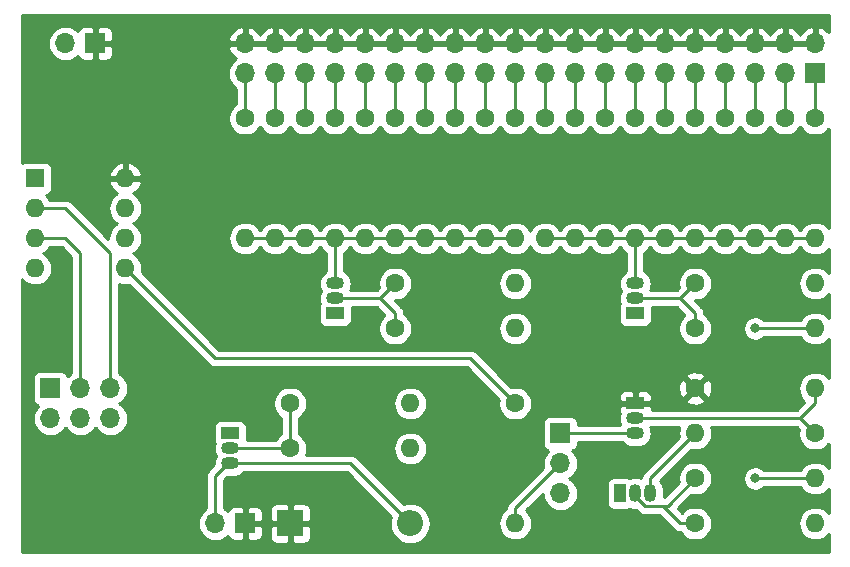
<source format=gbr>
G04 #@! TF.GenerationSoftware,KiCad,Pcbnew,5.1.4+dfsg1-1~bpo10+1*
G04 #@! TF.CreationDate,2021-01-13T23:01:46-08:00*
G04 #@! TF.ProjectId,KarisGiftPCB,4b617269-7347-4696-9674-5043422e6b69,rev?*
G04 #@! TF.SameCoordinates,Original*
G04 #@! TF.FileFunction,Copper,L1,Top*
G04 #@! TF.FilePolarity,Positive*
%FSLAX46Y46*%
G04 Gerber Fmt 4.6, Leading zero omitted, Abs format (unit mm)*
G04 Created by KiCad (PCBNEW 5.1.4+dfsg1-1~bpo10+1) date 2021-01-13 23:01:46*
%MOMM*%
%LPD*%
G04 APERTURE LIST*
%ADD10O,1.700000X1.700000*%
%ADD11R,1.700000X1.700000*%
%ADD12O,1.600000X1.600000*%
%ADD13R,1.600000X1.600000*%
%ADD14C,1.600000*%
%ADD15R,1.500000X1.050000*%
%ADD16O,1.500000X1.050000*%
%ADD17R,1.050000X1.500000*%
%ADD18O,1.050000X1.500000*%
%ADD19O,2.200000X2.200000*%
%ADD20R,2.200000X2.200000*%
%ADD21C,0.800000*%
%ADD22C,0.250000*%
%ADD23C,0.254000*%
G04 APERTURE END LIST*
D10*
X80010000Y-71120000D03*
X80010000Y-73660000D03*
X82550000Y-71120000D03*
X82550000Y-73660000D03*
X85090000Y-71120000D03*
X85090000Y-73660000D03*
X87630000Y-71120000D03*
X87630000Y-73660000D03*
X90170000Y-71120000D03*
X90170000Y-73660000D03*
X92710000Y-71120000D03*
X92710000Y-73660000D03*
X95250000Y-71120000D03*
X95250000Y-73660000D03*
X97790000Y-71120000D03*
X97790000Y-73660000D03*
X100330000Y-71120000D03*
X100330000Y-73660000D03*
X102870000Y-71120000D03*
X102870000Y-73660000D03*
X105410000Y-71120000D03*
X105410000Y-73660000D03*
X107950000Y-71120000D03*
X107950000Y-73660000D03*
X110490000Y-71120000D03*
X110490000Y-73660000D03*
X113030000Y-71120000D03*
X113030000Y-73660000D03*
X115570000Y-71120000D03*
X115570000Y-73660000D03*
X118110000Y-71120000D03*
X118110000Y-73660000D03*
X120650000Y-71120000D03*
X120650000Y-73660000D03*
X123190000Y-71120000D03*
X123190000Y-73660000D03*
X125730000Y-71120000D03*
X125730000Y-73660000D03*
X128270000Y-71120000D03*
D11*
X128270000Y-73660000D03*
D10*
X68580000Y-102870000D03*
X68580000Y-100330000D03*
X66040000Y-102870000D03*
X66040000Y-100330000D03*
X63500000Y-102870000D03*
D11*
X63500000Y-100330000D03*
D12*
X69850000Y-82550000D03*
X62230000Y-90170000D03*
X69850000Y-85090000D03*
X62230000Y-87630000D03*
X69850000Y-87630000D03*
X62230000Y-85090000D03*
X69850000Y-90170000D03*
D13*
X62230000Y-82550000D03*
D12*
X93980000Y-105410000D03*
D14*
X83820000Y-105410000D03*
D12*
X93980000Y-101600000D03*
D14*
X83820000Y-101600000D03*
D12*
X80010000Y-87630000D03*
D14*
X80010000Y-77470000D03*
D12*
X82550000Y-87630000D03*
D14*
X82550000Y-77470000D03*
D12*
X85090000Y-87630000D03*
D14*
X85090000Y-77470000D03*
D12*
X87630000Y-87630000D03*
D14*
X87630000Y-77470000D03*
D12*
X90170000Y-87630000D03*
D14*
X90170000Y-77470000D03*
D12*
X102870000Y-95250000D03*
D14*
X92710000Y-95250000D03*
D12*
X92710000Y-87630000D03*
D14*
X92710000Y-77470000D03*
D12*
X102870000Y-91440000D03*
D14*
X92710000Y-91440000D03*
D12*
X95250000Y-87630000D03*
D14*
X95250000Y-77470000D03*
D12*
X97790000Y-87630000D03*
D14*
X97790000Y-77470000D03*
D12*
X100330000Y-87630000D03*
D14*
X100330000Y-77470000D03*
D12*
X102870000Y-87630000D03*
D14*
X102870000Y-77470000D03*
D12*
X105410000Y-87630000D03*
D14*
X105410000Y-77470000D03*
D12*
X107950000Y-87630000D03*
D14*
X107950000Y-77470000D03*
D12*
X110490000Y-87630000D03*
D14*
X110490000Y-77470000D03*
D12*
X113030000Y-87630000D03*
D14*
X113030000Y-77470000D03*
D12*
X115570000Y-87630000D03*
D14*
X115570000Y-77470000D03*
D12*
X118110000Y-87630000D03*
D14*
X118110000Y-77470000D03*
D12*
X128270000Y-95250000D03*
D14*
X118110000Y-95250000D03*
D12*
X120650000Y-87630000D03*
D14*
X120650000Y-77470000D03*
D12*
X123190000Y-87630000D03*
D14*
X123190000Y-77470000D03*
D12*
X128270000Y-91440000D03*
D14*
X118110000Y-91440000D03*
D12*
X125730000Y-87630000D03*
D14*
X125730000Y-77470000D03*
D12*
X128270000Y-87630000D03*
D14*
X128270000Y-77470000D03*
D12*
X128270000Y-100330000D03*
D14*
X118110000Y-100330000D03*
D12*
X118110000Y-104140000D03*
D14*
X128270000Y-104140000D03*
D12*
X102870000Y-111760000D03*
D14*
X102870000Y-101600000D03*
D12*
X128270000Y-107950000D03*
D14*
X118110000Y-107950000D03*
D12*
X128270000Y-111760000D03*
D14*
X118110000Y-111760000D03*
D15*
X78740000Y-104140000D03*
D16*
X78740000Y-106680000D03*
X78740000Y-105410000D03*
D15*
X87630000Y-93980000D03*
D16*
X87630000Y-91440000D03*
X87630000Y-92710000D03*
D15*
X113030000Y-93980000D03*
D16*
X113030000Y-91440000D03*
X113030000Y-92710000D03*
D15*
X113030000Y-101600000D03*
D16*
X113030000Y-104140000D03*
X113030000Y-102870000D03*
D17*
X111760000Y-109220000D03*
D18*
X114300000Y-109220000D03*
X113030000Y-109220000D03*
D10*
X77470000Y-111760000D03*
D11*
X80010000Y-111760000D03*
D10*
X64770000Y-71120000D03*
D11*
X67310000Y-71120000D03*
D10*
X106680000Y-109220000D03*
X106680000Y-106680000D03*
D11*
X106680000Y-104140000D03*
D19*
X93980000Y-111760000D03*
D20*
X83820000Y-111760000D03*
D21*
X123190000Y-95250000D03*
X123190000Y-107950000D03*
D22*
X78515000Y-106680000D02*
X78740000Y-106680000D01*
X77470000Y-107725000D02*
X78515000Y-106680000D01*
X77470000Y-111760000D02*
X77470000Y-107725000D01*
X88900000Y-106680000D02*
X93980000Y-111760000D01*
X78740000Y-106680000D02*
X88900000Y-106680000D01*
X128270000Y-95250000D02*
X123190000Y-95250000D01*
X128270000Y-107950000D02*
X123190000Y-107950000D01*
X102870000Y-110490000D02*
X106680000Y-106680000D01*
X102870000Y-111760000D02*
X102870000Y-110490000D01*
X106680000Y-104140000D02*
X113030000Y-104140000D01*
X62230000Y-85090000D02*
X64770000Y-85090000D01*
X68580000Y-88900000D02*
X68580000Y-100330000D01*
X64770000Y-85090000D02*
X68580000Y-88900000D01*
X62230000Y-87630000D02*
X64770000Y-87630000D01*
X64770000Y-87630000D02*
X66040000Y-88900000D01*
X66040000Y-88900000D02*
X66040000Y-100330000D01*
X105410000Y-73660000D02*
X105410000Y-77470000D01*
X107950000Y-77470000D02*
X107950000Y-73660000D01*
X110490000Y-73660000D02*
X110490000Y-77470000D01*
X113030000Y-77470000D02*
X113030000Y-73660000D01*
X115570000Y-73660000D02*
X115570000Y-77470000D01*
X118110000Y-77470000D02*
X118110000Y-73660000D01*
X120650000Y-73660000D02*
X120650000Y-77470000D01*
X123190000Y-77470000D02*
X123190000Y-73660000D01*
X125730000Y-73660000D02*
X125730000Y-77470000D01*
X128270000Y-77470000D02*
X128270000Y-73660000D01*
X114300000Y-107950000D02*
X118110000Y-104140000D01*
X114300000Y-109220000D02*
X114300000Y-107950000D01*
X113030000Y-109445000D02*
X113030000Y-109220000D01*
X113880010Y-110295010D02*
X113030000Y-109445000D01*
X118110000Y-107950000D02*
X115764990Y-110295010D01*
X118110000Y-111760000D02*
X116840000Y-111760000D01*
X116840000Y-111760000D02*
X115570000Y-110490000D01*
X115570000Y-110490000D02*
X115375010Y-110295010D01*
X115764990Y-110295010D02*
X115375010Y-110295010D01*
X115375010Y-110295010D02*
X113880010Y-110295010D01*
X127000000Y-102870000D02*
X128270000Y-104140000D01*
X113030000Y-102870000D02*
X127000000Y-102870000D01*
X128270000Y-101600000D02*
X127000000Y-102870000D01*
X128270000Y-100330000D02*
X128270000Y-101600000D01*
X105410000Y-87630000D02*
X107950000Y-87630000D01*
X107950000Y-87630000D02*
X110490000Y-87630000D01*
X110490000Y-87630000D02*
X113030000Y-87630000D01*
X113030000Y-91440000D02*
X113030000Y-87630000D01*
X113030000Y-87630000D02*
X115570000Y-87630000D01*
X115570000Y-87630000D02*
X118110000Y-87630000D01*
X118110000Y-87630000D02*
X120650000Y-87630000D01*
X120650000Y-87630000D02*
X123190000Y-87630000D01*
X123190000Y-87630000D02*
X125730000Y-87630000D01*
X125730000Y-87630000D02*
X128270000Y-87630000D01*
X116840000Y-92710000D02*
X118110000Y-91440000D01*
X113030000Y-92710000D02*
X116840000Y-92710000D01*
X118110000Y-95250000D02*
X118110000Y-93980000D01*
X118110000Y-93980000D02*
X116840000Y-92710000D01*
X87630000Y-87630000D02*
X87630000Y-91440000D01*
X80010000Y-87630000D02*
X82550000Y-87630000D01*
X82550000Y-87630000D02*
X85090000Y-87630000D01*
X85090000Y-87630000D02*
X87630000Y-87630000D01*
X87630000Y-87630000D02*
X90170000Y-87630000D01*
X90170000Y-87630000D02*
X92710000Y-87630000D01*
X92710000Y-87630000D02*
X95250000Y-87630000D01*
X95250000Y-87630000D02*
X97790000Y-87630000D01*
X97790000Y-87630000D02*
X100330000Y-87630000D01*
X100330000Y-87630000D02*
X102870000Y-87630000D01*
X91440000Y-92710000D02*
X92710000Y-91440000D01*
X87630000Y-92710000D02*
X91440000Y-92710000D01*
X92710000Y-95250000D02*
X92710000Y-93980000D01*
X92710000Y-93980000D02*
X91440000Y-92710000D01*
X83820000Y-101600000D02*
X83820000Y-105410000D01*
X83820000Y-105410000D02*
X78740000Y-105410000D01*
X77470000Y-97790000D02*
X70649999Y-90969999D01*
X99060000Y-97790000D02*
X77470000Y-97790000D01*
X70649999Y-90969999D02*
X69850000Y-90170000D01*
X102870000Y-101600000D02*
X99060000Y-97790000D01*
X80010000Y-73660000D02*
X80010000Y-77470000D01*
X82550000Y-77470000D02*
X82550000Y-73660000D01*
X85090000Y-73660000D02*
X85090000Y-77470000D01*
X87630000Y-77470000D02*
X87630000Y-73660000D01*
X90170000Y-73660000D02*
X90170000Y-77470000D01*
X92710000Y-77470000D02*
X92710000Y-73660000D01*
X95250000Y-73660000D02*
X95250000Y-77470000D01*
X97790000Y-77470000D02*
X97790000Y-73660000D01*
X100330000Y-73660000D02*
X100330000Y-77470000D01*
X102870000Y-77470000D02*
X102870000Y-73660000D01*
D23*
G36*
X129413000Y-70180758D02*
G01*
X129270269Y-70022412D01*
X129036920Y-69848359D01*
X128774099Y-69723175D01*
X128626890Y-69678524D01*
X128397000Y-69799845D01*
X128397000Y-70993000D01*
X128417000Y-70993000D01*
X128417000Y-71247000D01*
X128397000Y-71247000D01*
X128397000Y-71267000D01*
X128143000Y-71267000D01*
X128143000Y-71247000D01*
X125857000Y-71247000D01*
X125857000Y-71267000D01*
X125603000Y-71267000D01*
X125603000Y-71247000D01*
X123317000Y-71247000D01*
X123317000Y-71267000D01*
X123063000Y-71267000D01*
X123063000Y-71247000D01*
X120777000Y-71247000D01*
X120777000Y-71267000D01*
X120523000Y-71267000D01*
X120523000Y-71247000D01*
X118237000Y-71247000D01*
X118237000Y-71267000D01*
X117983000Y-71267000D01*
X117983000Y-71247000D01*
X115697000Y-71247000D01*
X115697000Y-71267000D01*
X115443000Y-71267000D01*
X115443000Y-71247000D01*
X113157000Y-71247000D01*
X113157000Y-71267000D01*
X112903000Y-71267000D01*
X112903000Y-71247000D01*
X110617000Y-71247000D01*
X110617000Y-71267000D01*
X110363000Y-71267000D01*
X110363000Y-71247000D01*
X108077000Y-71247000D01*
X108077000Y-71267000D01*
X107823000Y-71267000D01*
X107823000Y-71247000D01*
X105537000Y-71247000D01*
X105537000Y-71267000D01*
X105283000Y-71267000D01*
X105283000Y-71247000D01*
X102997000Y-71247000D01*
X102997000Y-71267000D01*
X102743000Y-71267000D01*
X102743000Y-71247000D01*
X100457000Y-71247000D01*
X100457000Y-71267000D01*
X100203000Y-71267000D01*
X100203000Y-71247000D01*
X97917000Y-71247000D01*
X97917000Y-71267000D01*
X97663000Y-71267000D01*
X97663000Y-71247000D01*
X95377000Y-71247000D01*
X95377000Y-71267000D01*
X95123000Y-71267000D01*
X95123000Y-71247000D01*
X92837000Y-71247000D01*
X92837000Y-71267000D01*
X92583000Y-71267000D01*
X92583000Y-71247000D01*
X90297000Y-71247000D01*
X90297000Y-71267000D01*
X90043000Y-71267000D01*
X90043000Y-71247000D01*
X87757000Y-71247000D01*
X87757000Y-71267000D01*
X87503000Y-71267000D01*
X87503000Y-71247000D01*
X85217000Y-71247000D01*
X85217000Y-71267000D01*
X84963000Y-71267000D01*
X84963000Y-71247000D01*
X82677000Y-71247000D01*
X82677000Y-71267000D01*
X82423000Y-71267000D01*
X82423000Y-71247000D01*
X80137000Y-71247000D01*
X80137000Y-71267000D01*
X79883000Y-71267000D01*
X79883000Y-71247000D01*
X78689186Y-71247000D01*
X78568519Y-71476891D01*
X78665843Y-71751252D01*
X78814822Y-72001355D01*
X79009731Y-72217588D01*
X79238756Y-72388416D01*
X79180986Y-72419294D01*
X78954866Y-72604866D01*
X78769294Y-72830986D01*
X78631401Y-73088966D01*
X78546487Y-73368889D01*
X78517815Y-73660000D01*
X78546487Y-73951111D01*
X78631401Y-74231034D01*
X78769294Y-74489014D01*
X78954866Y-74715134D01*
X79180986Y-74900706D01*
X79250000Y-74937595D01*
X79250001Y-76251956D01*
X79095241Y-76355363D01*
X78895363Y-76555241D01*
X78738320Y-76790273D01*
X78630147Y-77051426D01*
X78575000Y-77328665D01*
X78575000Y-77611335D01*
X78630147Y-77888574D01*
X78738320Y-78149727D01*
X78895363Y-78384759D01*
X79095241Y-78584637D01*
X79330273Y-78741680D01*
X79591426Y-78849853D01*
X79868665Y-78905000D01*
X80151335Y-78905000D01*
X80428574Y-78849853D01*
X80689727Y-78741680D01*
X80924759Y-78584637D01*
X81124637Y-78384759D01*
X81280000Y-78152241D01*
X81435363Y-78384759D01*
X81635241Y-78584637D01*
X81870273Y-78741680D01*
X82131426Y-78849853D01*
X82408665Y-78905000D01*
X82691335Y-78905000D01*
X82968574Y-78849853D01*
X83229727Y-78741680D01*
X83464759Y-78584637D01*
X83664637Y-78384759D01*
X83820000Y-78152241D01*
X83975363Y-78384759D01*
X84175241Y-78584637D01*
X84410273Y-78741680D01*
X84671426Y-78849853D01*
X84948665Y-78905000D01*
X85231335Y-78905000D01*
X85508574Y-78849853D01*
X85769727Y-78741680D01*
X86004759Y-78584637D01*
X86204637Y-78384759D01*
X86360000Y-78152241D01*
X86515363Y-78384759D01*
X86715241Y-78584637D01*
X86950273Y-78741680D01*
X87211426Y-78849853D01*
X87488665Y-78905000D01*
X87771335Y-78905000D01*
X88048574Y-78849853D01*
X88309727Y-78741680D01*
X88544759Y-78584637D01*
X88744637Y-78384759D01*
X88900000Y-78152241D01*
X89055363Y-78384759D01*
X89255241Y-78584637D01*
X89490273Y-78741680D01*
X89751426Y-78849853D01*
X90028665Y-78905000D01*
X90311335Y-78905000D01*
X90588574Y-78849853D01*
X90849727Y-78741680D01*
X91084759Y-78584637D01*
X91284637Y-78384759D01*
X91440000Y-78152241D01*
X91595363Y-78384759D01*
X91795241Y-78584637D01*
X92030273Y-78741680D01*
X92291426Y-78849853D01*
X92568665Y-78905000D01*
X92851335Y-78905000D01*
X93128574Y-78849853D01*
X93389727Y-78741680D01*
X93624759Y-78584637D01*
X93824637Y-78384759D01*
X93980000Y-78152241D01*
X94135363Y-78384759D01*
X94335241Y-78584637D01*
X94570273Y-78741680D01*
X94831426Y-78849853D01*
X95108665Y-78905000D01*
X95391335Y-78905000D01*
X95668574Y-78849853D01*
X95929727Y-78741680D01*
X96164759Y-78584637D01*
X96364637Y-78384759D01*
X96520000Y-78152241D01*
X96675363Y-78384759D01*
X96875241Y-78584637D01*
X97110273Y-78741680D01*
X97371426Y-78849853D01*
X97648665Y-78905000D01*
X97931335Y-78905000D01*
X98208574Y-78849853D01*
X98469727Y-78741680D01*
X98704759Y-78584637D01*
X98904637Y-78384759D01*
X99060000Y-78152241D01*
X99215363Y-78384759D01*
X99415241Y-78584637D01*
X99650273Y-78741680D01*
X99911426Y-78849853D01*
X100188665Y-78905000D01*
X100471335Y-78905000D01*
X100748574Y-78849853D01*
X101009727Y-78741680D01*
X101244759Y-78584637D01*
X101444637Y-78384759D01*
X101600000Y-78152241D01*
X101755363Y-78384759D01*
X101955241Y-78584637D01*
X102190273Y-78741680D01*
X102451426Y-78849853D01*
X102728665Y-78905000D01*
X103011335Y-78905000D01*
X103288574Y-78849853D01*
X103549727Y-78741680D01*
X103784759Y-78584637D01*
X103984637Y-78384759D01*
X104140000Y-78152241D01*
X104295363Y-78384759D01*
X104495241Y-78584637D01*
X104730273Y-78741680D01*
X104991426Y-78849853D01*
X105268665Y-78905000D01*
X105551335Y-78905000D01*
X105828574Y-78849853D01*
X106089727Y-78741680D01*
X106324759Y-78584637D01*
X106524637Y-78384759D01*
X106680000Y-78152241D01*
X106835363Y-78384759D01*
X107035241Y-78584637D01*
X107270273Y-78741680D01*
X107531426Y-78849853D01*
X107808665Y-78905000D01*
X108091335Y-78905000D01*
X108368574Y-78849853D01*
X108629727Y-78741680D01*
X108864759Y-78584637D01*
X109064637Y-78384759D01*
X109220000Y-78152241D01*
X109375363Y-78384759D01*
X109575241Y-78584637D01*
X109810273Y-78741680D01*
X110071426Y-78849853D01*
X110348665Y-78905000D01*
X110631335Y-78905000D01*
X110908574Y-78849853D01*
X111169727Y-78741680D01*
X111404759Y-78584637D01*
X111604637Y-78384759D01*
X111760000Y-78152241D01*
X111915363Y-78384759D01*
X112115241Y-78584637D01*
X112350273Y-78741680D01*
X112611426Y-78849853D01*
X112888665Y-78905000D01*
X113171335Y-78905000D01*
X113448574Y-78849853D01*
X113709727Y-78741680D01*
X113944759Y-78584637D01*
X114144637Y-78384759D01*
X114300000Y-78152241D01*
X114455363Y-78384759D01*
X114655241Y-78584637D01*
X114890273Y-78741680D01*
X115151426Y-78849853D01*
X115428665Y-78905000D01*
X115711335Y-78905000D01*
X115988574Y-78849853D01*
X116249727Y-78741680D01*
X116484759Y-78584637D01*
X116684637Y-78384759D01*
X116840000Y-78152241D01*
X116995363Y-78384759D01*
X117195241Y-78584637D01*
X117430273Y-78741680D01*
X117691426Y-78849853D01*
X117968665Y-78905000D01*
X118251335Y-78905000D01*
X118528574Y-78849853D01*
X118789727Y-78741680D01*
X119024759Y-78584637D01*
X119224637Y-78384759D01*
X119380000Y-78152241D01*
X119535363Y-78384759D01*
X119735241Y-78584637D01*
X119970273Y-78741680D01*
X120231426Y-78849853D01*
X120508665Y-78905000D01*
X120791335Y-78905000D01*
X121068574Y-78849853D01*
X121329727Y-78741680D01*
X121564759Y-78584637D01*
X121764637Y-78384759D01*
X121920000Y-78152241D01*
X122075363Y-78384759D01*
X122275241Y-78584637D01*
X122510273Y-78741680D01*
X122771426Y-78849853D01*
X123048665Y-78905000D01*
X123331335Y-78905000D01*
X123608574Y-78849853D01*
X123869727Y-78741680D01*
X124104759Y-78584637D01*
X124304637Y-78384759D01*
X124460000Y-78152241D01*
X124615363Y-78384759D01*
X124815241Y-78584637D01*
X125050273Y-78741680D01*
X125311426Y-78849853D01*
X125588665Y-78905000D01*
X125871335Y-78905000D01*
X126148574Y-78849853D01*
X126409727Y-78741680D01*
X126644759Y-78584637D01*
X126844637Y-78384759D01*
X127000000Y-78152241D01*
X127155363Y-78384759D01*
X127355241Y-78584637D01*
X127590273Y-78741680D01*
X127851426Y-78849853D01*
X128128665Y-78905000D01*
X128411335Y-78905000D01*
X128688574Y-78849853D01*
X128949727Y-78741680D01*
X129184759Y-78584637D01*
X129384637Y-78384759D01*
X129413000Y-78342311D01*
X129413000Y-86760746D01*
X129289608Y-86610392D01*
X129071101Y-86431068D01*
X128821808Y-86297818D01*
X128551309Y-86215764D01*
X128340492Y-86195000D01*
X128199508Y-86195000D01*
X127988691Y-86215764D01*
X127718192Y-86297818D01*
X127468899Y-86431068D01*
X127250392Y-86610392D01*
X127071068Y-86828899D01*
X127049099Y-86870000D01*
X126950901Y-86870000D01*
X126928932Y-86828899D01*
X126749608Y-86610392D01*
X126531101Y-86431068D01*
X126281808Y-86297818D01*
X126011309Y-86215764D01*
X125800492Y-86195000D01*
X125659508Y-86195000D01*
X125448691Y-86215764D01*
X125178192Y-86297818D01*
X124928899Y-86431068D01*
X124710392Y-86610392D01*
X124531068Y-86828899D01*
X124509099Y-86870000D01*
X124410901Y-86870000D01*
X124388932Y-86828899D01*
X124209608Y-86610392D01*
X123991101Y-86431068D01*
X123741808Y-86297818D01*
X123471309Y-86215764D01*
X123260492Y-86195000D01*
X123119508Y-86195000D01*
X122908691Y-86215764D01*
X122638192Y-86297818D01*
X122388899Y-86431068D01*
X122170392Y-86610392D01*
X121991068Y-86828899D01*
X121969099Y-86870000D01*
X121870901Y-86870000D01*
X121848932Y-86828899D01*
X121669608Y-86610392D01*
X121451101Y-86431068D01*
X121201808Y-86297818D01*
X120931309Y-86215764D01*
X120720492Y-86195000D01*
X120579508Y-86195000D01*
X120368691Y-86215764D01*
X120098192Y-86297818D01*
X119848899Y-86431068D01*
X119630392Y-86610392D01*
X119451068Y-86828899D01*
X119429099Y-86870000D01*
X119330901Y-86870000D01*
X119308932Y-86828899D01*
X119129608Y-86610392D01*
X118911101Y-86431068D01*
X118661808Y-86297818D01*
X118391309Y-86215764D01*
X118180492Y-86195000D01*
X118039508Y-86195000D01*
X117828691Y-86215764D01*
X117558192Y-86297818D01*
X117308899Y-86431068D01*
X117090392Y-86610392D01*
X116911068Y-86828899D01*
X116889099Y-86870000D01*
X116790901Y-86870000D01*
X116768932Y-86828899D01*
X116589608Y-86610392D01*
X116371101Y-86431068D01*
X116121808Y-86297818D01*
X115851309Y-86215764D01*
X115640492Y-86195000D01*
X115499508Y-86195000D01*
X115288691Y-86215764D01*
X115018192Y-86297818D01*
X114768899Y-86431068D01*
X114550392Y-86610392D01*
X114371068Y-86828899D01*
X114349099Y-86870000D01*
X114250901Y-86870000D01*
X114228932Y-86828899D01*
X114049608Y-86610392D01*
X113831101Y-86431068D01*
X113581808Y-86297818D01*
X113311309Y-86215764D01*
X113100492Y-86195000D01*
X112959508Y-86195000D01*
X112748691Y-86215764D01*
X112478192Y-86297818D01*
X112228899Y-86431068D01*
X112010392Y-86610392D01*
X111831068Y-86828899D01*
X111809099Y-86870000D01*
X111710901Y-86870000D01*
X111688932Y-86828899D01*
X111509608Y-86610392D01*
X111291101Y-86431068D01*
X111041808Y-86297818D01*
X110771309Y-86215764D01*
X110560492Y-86195000D01*
X110419508Y-86195000D01*
X110208691Y-86215764D01*
X109938192Y-86297818D01*
X109688899Y-86431068D01*
X109470392Y-86610392D01*
X109291068Y-86828899D01*
X109269099Y-86870000D01*
X109170901Y-86870000D01*
X109148932Y-86828899D01*
X108969608Y-86610392D01*
X108751101Y-86431068D01*
X108501808Y-86297818D01*
X108231309Y-86215764D01*
X108020492Y-86195000D01*
X107879508Y-86195000D01*
X107668691Y-86215764D01*
X107398192Y-86297818D01*
X107148899Y-86431068D01*
X106930392Y-86610392D01*
X106751068Y-86828899D01*
X106729099Y-86870000D01*
X106630901Y-86870000D01*
X106608932Y-86828899D01*
X106429608Y-86610392D01*
X106211101Y-86431068D01*
X105961808Y-86297818D01*
X105691309Y-86215764D01*
X105480492Y-86195000D01*
X105339508Y-86195000D01*
X105128691Y-86215764D01*
X104858192Y-86297818D01*
X104608899Y-86431068D01*
X104390392Y-86610392D01*
X104211068Y-86828899D01*
X104140000Y-86961858D01*
X104068932Y-86828899D01*
X103889608Y-86610392D01*
X103671101Y-86431068D01*
X103421808Y-86297818D01*
X103151309Y-86215764D01*
X102940492Y-86195000D01*
X102799508Y-86195000D01*
X102588691Y-86215764D01*
X102318192Y-86297818D01*
X102068899Y-86431068D01*
X101850392Y-86610392D01*
X101671068Y-86828899D01*
X101649099Y-86870000D01*
X101550901Y-86870000D01*
X101528932Y-86828899D01*
X101349608Y-86610392D01*
X101131101Y-86431068D01*
X100881808Y-86297818D01*
X100611309Y-86215764D01*
X100400492Y-86195000D01*
X100259508Y-86195000D01*
X100048691Y-86215764D01*
X99778192Y-86297818D01*
X99528899Y-86431068D01*
X99310392Y-86610392D01*
X99131068Y-86828899D01*
X99109099Y-86870000D01*
X99010901Y-86870000D01*
X98988932Y-86828899D01*
X98809608Y-86610392D01*
X98591101Y-86431068D01*
X98341808Y-86297818D01*
X98071309Y-86215764D01*
X97860492Y-86195000D01*
X97719508Y-86195000D01*
X97508691Y-86215764D01*
X97238192Y-86297818D01*
X96988899Y-86431068D01*
X96770392Y-86610392D01*
X96591068Y-86828899D01*
X96569099Y-86870000D01*
X96470901Y-86870000D01*
X96448932Y-86828899D01*
X96269608Y-86610392D01*
X96051101Y-86431068D01*
X95801808Y-86297818D01*
X95531309Y-86215764D01*
X95320492Y-86195000D01*
X95179508Y-86195000D01*
X94968691Y-86215764D01*
X94698192Y-86297818D01*
X94448899Y-86431068D01*
X94230392Y-86610392D01*
X94051068Y-86828899D01*
X94029099Y-86870000D01*
X93930901Y-86870000D01*
X93908932Y-86828899D01*
X93729608Y-86610392D01*
X93511101Y-86431068D01*
X93261808Y-86297818D01*
X92991309Y-86215764D01*
X92780492Y-86195000D01*
X92639508Y-86195000D01*
X92428691Y-86215764D01*
X92158192Y-86297818D01*
X91908899Y-86431068D01*
X91690392Y-86610392D01*
X91511068Y-86828899D01*
X91489099Y-86870000D01*
X91390901Y-86870000D01*
X91368932Y-86828899D01*
X91189608Y-86610392D01*
X90971101Y-86431068D01*
X90721808Y-86297818D01*
X90451309Y-86215764D01*
X90240492Y-86195000D01*
X90099508Y-86195000D01*
X89888691Y-86215764D01*
X89618192Y-86297818D01*
X89368899Y-86431068D01*
X89150392Y-86610392D01*
X88971068Y-86828899D01*
X88949099Y-86870000D01*
X88850901Y-86870000D01*
X88828932Y-86828899D01*
X88649608Y-86610392D01*
X88431101Y-86431068D01*
X88181808Y-86297818D01*
X87911309Y-86215764D01*
X87700492Y-86195000D01*
X87559508Y-86195000D01*
X87348691Y-86215764D01*
X87078192Y-86297818D01*
X86828899Y-86431068D01*
X86610392Y-86610392D01*
X86431068Y-86828899D01*
X86409099Y-86870000D01*
X86310901Y-86870000D01*
X86288932Y-86828899D01*
X86109608Y-86610392D01*
X85891101Y-86431068D01*
X85641808Y-86297818D01*
X85371309Y-86215764D01*
X85160492Y-86195000D01*
X85019508Y-86195000D01*
X84808691Y-86215764D01*
X84538192Y-86297818D01*
X84288899Y-86431068D01*
X84070392Y-86610392D01*
X83891068Y-86828899D01*
X83869099Y-86870000D01*
X83770901Y-86870000D01*
X83748932Y-86828899D01*
X83569608Y-86610392D01*
X83351101Y-86431068D01*
X83101808Y-86297818D01*
X82831309Y-86215764D01*
X82620492Y-86195000D01*
X82479508Y-86195000D01*
X82268691Y-86215764D01*
X81998192Y-86297818D01*
X81748899Y-86431068D01*
X81530392Y-86610392D01*
X81351068Y-86828899D01*
X81329099Y-86870000D01*
X81230901Y-86870000D01*
X81208932Y-86828899D01*
X81029608Y-86610392D01*
X80811101Y-86431068D01*
X80561808Y-86297818D01*
X80291309Y-86215764D01*
X80080492Y-86195000D01*
X79939508Y-86195000D01*
X79728691Y-86215764D01*
X79458192Y-86297818D01*
X79208899Y-86431068D01*
X78990392Y-86610392D01*
X78811068Y-86828899D01*
X78677818Y-87078192D01*
X78595764Y-87348691D01*
X78568057Y-87630000D01*
X78595764Y-87911309D01*
X78677818Y-88181808D01*
X78811068Y-88431101D01*
X78990392Y-88649608D01*
X79208899Y-88828932D01*
X79458192Y-88962182D01*
X79728691Y-89044236D01*
X79939508Y-89065000D01*
X80080492Y-89065000D01*
X80291309Y-89044236D01*
X80561808Y-88962182D01*
X80811101Y-88828932D01*
X81029608Y-88649608D01*
X81208932Y-88431101D01*
X81230901Y-88390000D01*
X81329099Y-88390000D01*
X81351068Y-88431101D01*
X81530392Y-88649608D01*
X81748899Y-88828932D01*
X81998192Y-88962182D01*
X82268691Y-89044236D01*
X82479508Y-89065000D01*
X82620492Y-89065000D01*
X82831309Y-89044236D01*
X83101808Y-88962182D01*
X83351101Y-88828932D01*
X83569608Y-88649608D01*
X83748932Y-88431101D01*
X83770901Y-88390000D01*
X83869099Y-88390000D01*
X83891068Y-88431101D01*
X84070392Y-88649608D01*
X84288899Y-88828932D01*
X84538192Y-88962182D01*
X84808691Y-89044236D01*
X85019508Y-89065000D01*
X85160492Y-89065000D01*
X85371309Y-89044236D01*
X85641808Y-88962182D01*
X85891101Y-88828932D01*
X86109608Y-88649608D01*
X86288932Y-88431101D01*
X86310901Y-88390000D01*
X86409099Y-88390000D01*
X86431068Y-88431101D01*
X86610392Y-88649608D01*
X86828899Y-88828932D01*
X86870000Y-88850901D01*
X86870001Y-90410654D01*
X86757421Y-90470829D01*
X86580788Y-90615788D01*
X86435829Y-90792421D01*
X86328115Y-90993940D01*
X86261785Y-91212600D01*
X86239388Y-91440000D01*
X86261785Y-91667400D01*
X86328115Y-91886060D01*
X86429105Y-92075000D01*
X86328115Y-92263940D01*
X86261785Y-92482600D01*
X86239388Y-92710000D01*
X86261785Y-92937400D01*
X86325093Y-93146098D01*
X86290498Y-93210820D01*
X86254188Y-93330518D01*
X86241928Y-93455000D01*
X86241928Y-94505000D01*
X86254188Y-94629482D01*
X86290498Y-94749180D01*
X86349463Y-94859494D01*
X86428815Y-94956185D01*
X86525506Y-95035537D01*
X86635820Y-95094502D01*
X86755518Y-95130812D01*
X86880000Y-95143072D01*
X88380000Y-95143072D01*
X88504482Y-95130812D01*
X88624180Y-95094502D01*
X88734494Y-95035537D01*
X88831185Y-94956185D01*
X88910537Y-94859494D01*
X88969502Y-94749180D01*
X89005812Y-94629482D01*
X89018072Y-94505000D01*
X89018072Y-93470000D01*
X91125199Y-93470000D01*
X91792901Y-94137703D01*
X91595363Y-94335241D01*
X91438320Y-94570273D01*
X91330147Y-94831426D01*
X91275000Y-95108665D01*
X91275000Y-95391335D01*
X91330147Y-95668574D01*
X91438320Y-95929727D01*
X91595363Y-96164759D01*
X91795241Y-96364637D01*
X92030273Y-96521680D01*
X92291426Y-96629853D01*
X92568665Y-96685000D01*
X92851335Y-96685000D01*
X93128574Y-96629853D01*
X93389727Y-96521680D01*
X93624759Y-96364637D01*
X93824637Y-96164759D01*
X93981680Y-95929727D01*
X94089853Y-95668574D01*
X94145000Y-95391335D01*
X94145000Y-95250000D01*
X101428057Y-95250000D01*
X101455764Y-95531309D01*
X101537818Y-95801808D01*
X101671068Y-96051101D01*
X101850392Y-96269608D01*
X102068899Y-96448932D01*
X102318192Y-96582182D01*
X102588691Y-96664236D01*
X102799508Y-96685000D01*
X102940492Y-96685000D01*
X103151309Y-96664236D01*
X103421808Y-96582182D01*
X103671101Y-96448932D01*
X103889608Y-96269608D01*
X104068932Y-96051101D01*
X104202182Y-95801808D01*
X104284236Y-95531309D01*
X104311943Y-95250000D01*
X104284236Y-94968691D01*
X104202182Y-94698192D01*
X104068932Y-94448899D01*
X103889608Y-94230392D01*
X103671101Y-94051068D01*
X103421808Y-93917818D01*
X103151309Y-93835764D01*
X102940492Y-93815000D01*
X102799508Y-93815000D01*
X102588691Y-93835764D01*
X102318192Y-93917818D01*
X102068899Y-94051068D01*
X101850392Y-94230392D01*
X101671068Y-94448899D01*
X101537818Y-94698192D01*
X101455764Y-94968691D01*
X101428057Y-95250000D01*
X94145000Y-95250000D01*
X94145000Y-95108665D01*
X94089853Y-94831426D01*
X93981680Y-94570273D01*
X93824637Y-94335241D01*
X93624759Y-94135363D01*
X93470000Y-94031957D01*
X93470000Y-94017322D01*
X93473676Y-93979999D01*
X93470000Y-93942676D01*
X93470000Y-93942667D01*
X93459003Y-93831014D01*
X93415546Y-93687753D01*
X93344974Y-93555724D01*
X93250001Y-93439999D01*
X93221003Y-93416201D01*
X92679802Y-92875000D01*
X92851335Y-92875000D01*
X93128574Y-92819853D01*
X93389727Y-92711680D01*
X93624759Y-92554637D01*
X93824637Y-92354759D01*
X93981680Y-92119727D01*
X94089853Y-91858574D01*
X94145000Y-91581335D01*
X94145000Y-91440000D01*
X101428057Y-91440000D01*
X101455764Y-91721309D01*
X101537818Y-91991808D01*
X101671068Y-92241101D01*
X101850392Y-92459608D01*
X102068899Y-92638932D01*
X102318192Y-92772182D01*
X102588691Y-92854236D01*
X102799508Y-92875000D01*
X102940492Y-92875000D01*
X103151309Y-92854236D01*
X103421808Y-92772182D01*
X103671101Y-92638932D01*
X103889608Y-92459608D01*
X104068932Y-92241101D01*
X104202182Y-91991808D01*
X104284236Y-91721309D01*
X104311943Y-91440000D01*
X104284236Y-91158691D01*
X104202182Y-90888192D01*
X104068932Y-90638899D01*
X103889608Y-90420392D01*
X103671101Y-90241068D01*
X103421808Y-90107818D01*
X103151309Y-90025764D01*
X102940492Y-90005000D01*
X102799508Y-90005000D01*
X102588691Y-90025764D01*
X102318192Y-90107818D01*
X102068899Y-90241068D01*
X101850392Y-90420392D01*
X101671068Y-90638899D01*
X101537818Y-90888192D01*
X101455764Y-91158691D01*
X101428057Y-91440000D01*
X94145000Y-91440000D01*
X94145000Y-91298665D01*
X94089853Y-91021426D01*
X93981680Y-90760273D01*
X93824637Y-90525241D01*
X93624759Y-90325363D01*
X93389727Y-90168320D01*
X93128574Y-90060147D01*
X92851335Y-90005000D01*
X92568665Y-90005000D01*
X92291426Y-90060147D01*
X92030273Y-90168320D01*
X91795241Y-90325363D01*
X91595363Y-90525241D01*
X91438320Y-90760273D01*
X91330147Y-91021426D01*
X91275000Y-91298665D01*
X91275000Y-91581335D01*
X91311312Y-91763886D01*
X91125199Y-91950000D01*
X88897708Y-91950000D01*
X88931885Y-91886060D01*
X88998215Y-91667400D01*
X89020612Y-91440000D01*
X88998215Y-91212600D01*
X88931885Y-90993940D01*
X88824171Y-90792421D01*
X88679212Y-90615788D01*
X88502579Y-90470829D01*
X88390000Y-90410654D01*
X88390000Y-88850901D01*
X88431101Y-88828932D01*
X88649608Y-88649608D01*
X88828932Y-88431101D01*
X88850901Y-88390000D01*
X88949099Y-88390000D01*
X88971068Y-88431101D01*
X89150392Y-88649608D01*
X89368899Y-88828932D01*
X89618192Y-88962182D01*
X89888691Y-89044236D01*
X90099508Y-89065000D01*
X90240492Y-89065000D01*
X90451309Y-89044236D01*
X90721808Y-88962182D01*
X90971101Y-88828932D01*
X91189608Y-88649608D01*
X91368932Y-88431101D01*
X91390901Y-88390000D01*
X91489099Y-88390000D01*
X91511068Y-88431101D01*
X91690392Y-88649608D01*
X91908899Y-88828932D01*
X92158192Y-88962182D01*
X92428691Y-89044236D01*
X92639508Y-89065000D01*
X92780492Y-89065000D01*
X92991309Y-89044236D01*
X93261808Y-88962182D01*
X93511101Y-88828932D01*
X93729608Y-88649608D01*
X93908932Y-88431101D01*
X93930901Y-88390000D01*
X94029099Y-88390000D01*
X94051068Y-88431101D01*
X94230392Y-88649608D01*
X94448899Y-88828932D01*
X94698192Y-88962182D01*
X94968691Y-89044236D01*
X95179508Y-89065000D01*
X95320492Y-89065000D01*
X95531309Y-89044236D01*
X95801808Y-88962182D01*
X96051101Y-88828932D01*
X96269608Y-88649608D01*
X96448932Y-88431101D01*
X96470901Y-88390000D01*
X96569099Y-88390000D01*
X96591068Y-88431101D01*
X96770392Y-88649608D01*
X96988899Y-88828932D01*
X97238192Y-88962182D01*
X97508691Y-89044236D01*
X97719508Y-89065000D01*
X97860492Y-89065000D01*
X98071309Y-89044236D01*
X98341808Y-88962182D01*
X98591101Y-88828932D01*
X98809608Y-88649608D01*
X98988932Y-88431101D01*
X99010901Y-88390000D01*
X99109099Y-88390000D01*
X99131068Y-88431101D01*
X99310392Y-88649608D01*
X99528899Y-88828932D01*
X99778192Y-88962182D01*
X100048691Y-89044236D01*
X100259508Y-89065000D01*
X100400492Y-89065000D01*
X100611309Y-89044236D01*
X100881808Y-88962182D01*
X101131101Y-88828932D01*
X101349608Y-88649608D01*
X101528932Y-88431101D01*
X101550901Y-88390000D01*
X101649099Y-88390000D01*
X101671068Y-88431101D01*
X101850392Y-88649608D01*
X102068899Y-88828932D01*
X102318192Y-88962182D01*
X102588691Y-89044236D01*
X102799508Y-89065000D01*
X102940492Y-89065000D01*
X103151309Y-89044236D01*
X103421808Y-88962182D01*
X103671101Y-88828932D01*
X103889608Y-88649608D01*
X104068932Y-88431101D01*
X104140000Y-88298142D01*
X104211068Y-88431101D01*
X104390392Y-88649608D01*
X104608899Y-88828932D01*
X104858192Y-88962182D01*
X105128691Y-89044236D01*
X105339508Y-89065000D01*
X105480492Y-89065000D01*
X105691309Y-89044236D01*
X105961808Y-88962182D01*
X106211101Y-88828932D01*
X106429608Y-88649608D01*
X106608932Y-88431101D01*
X106630901Y-88390000D01*
X106729099Y-88390000D01*
X106751068Y-88431101D01*
X106930392Y-88649608D01*
X107148899Y-88828932D01*
X107398192Y-88962182D01*
X107668691Y-89044236D01*
X107879508Y-89065000D01*
X108020492Y-89065000D01*
X108231309Y-89044236D01*
X108501808Y-88962182D01*
X108751101Y-88828932D01*
X108969608Y-88649608D01*
X109148932Y-88431101D01*
X109170901Y-88390000D01*
X109269099Y-88390000D01*
X109291068Y-88431101D01*
X109470392Y-88649608D01*
X109688899Y-88828932D01*
X109938192Y-88962182D01*
X110208691Y-89044236D01*
X110419508Y-89065000D01*
X110560492Y-89065000D01*
X110771309Y-89044236D01*
X111041808Y-88962182D01*
X111291101Y-88828932D01*
X111509608Y-88649608D01*
X111688932Y-88431101D01*
X111710901Y-88390000D01*
X111809099Y-88390000D01*
X111831068Y-88431101D01*
X112010392Y-88649608D01*
X112228899Y-88828932D01*
X112270001Y-88850901D01*
X112270000Y-90410654D01*
X112157421Y-90470829D01*
X111980788Y-90615788D01*
X111835829Y-90792421D01*
X111728115Y-90993940D01*
X111661785Y-91212600D01*
X111639388Y-91440000D01*
X111661785Y-91667400D01*
X111728115Y-91886060D01*
X111829105Y-92075000D01*
X111728115Y-92263940D01*
X111661785Y-92482600D01*
X111639388Y-92710000D01*
X111661785Y-92937400D01*
X111725093Y-93146098D01*
X111690498Y-93210820D01*
X111654188Y-93330518D01*
X111641928Y-93455000D01*
X111641928Y-94505000D01*
X111654188Y-94629482D01*
X111690498Y-94749180D01*
X111749463Y-94859494D01*
X111828815Y-94956185D01*
X111925506Y-95035537D01*
X112035820Y-95094502D01*
X112155518Y-95130812D01*
X112280000Y-95143072D01*
X113780000Y-95143072D01*
X113904482Y-95130812D01*
X114024180Y-95094502D01*
X114134494Y-95035537D01*
X114231185Y-94956185D01*
X114310537Y-94859494D01*
X114369502Y-94749180D01*
X114405812Y-94629482D01*
X114418072Y-94505000D01*
X114418072Y-93470000D01*
X116525199Y-93470000D01*
X117192901Y-94137703D01*
X116995363Y-94335241D01*
X116838320Y-94570273D01*
X116730147Y-94831426D01*
X116675000Y-95108665D01*
X116675000Y-95391335D01*
X116730147Y-95668574D01*
X116838320Y-95929727D01*
X116995363Y-96164759D01*
X117195241Y-96364637D01*
X117430273Y-96521680D01*
X117691426Y-96629853D01*
X117968665Y-96685000D01*
X118251335Y-96685000D01*
X118528574Y-96629853D01*
X118789727Y-96521680D01*
X119024759Y-96364637D01*
X119224637Y-96164759D01*
X119381680Y-95929727D01*
X119489853Y-95668574D01*
X119545000Y-95391335D01*
X119545000Y-95108665D01*
X119489853Y-94831426D01*
X119381680Y-94570273D01*
X119224637Y-94335241D01*
X119024759Y-94135363D01*
X118870000Y-94031957D01*
X118870000Y-94017322D01*
X118873676Y-93979999D01*
X118870000Y-93942676D01*
X118870000Y-93942667D01*
X118859003Y-93831014D01*
X118815546Y-93687753D01*
X118744974Y-93555724D01*
X118650001Y-93439999D01*
X118621003Y-93416201D01*
X118079802Y-92875000D01*
X118251335Y-92875000D01*
X118528574Y-92819853D01*
X118789727Y-92711680D01*
X119024759Y-92554637D01*
X119224637Y-92354759D01*
X119381680Y-92119727D01*
X119489853Y-91858574D01*
X119545000Y-91581335D01*
X119545000Y-91298665D01*
X119489853Y-91021426D01*
X119381680Y-90760273D01*
X119224637Y-90525241D01*
X119024759Y-90325363D01*
X118789727Y-90168320D01*
X118528574Y-90060147D01*
X118251335Y-90005000D01*
X117968665Y-90005000D01*
X117691426Y-90060147D01*
X117430273Y-90168320D01*
X117195241Y-90325363D01*
X116995363Y-90525241D01*
X116838320Y-90760273D01*
X116730147Y-91021426D01*
X116675000Y-91298665D01*
X116675000Y-91581335D01*
X116711312Y-91763886D01*
X116525199Y-91950000D01*
X114297708Y-91950000D01*
X114331885Y-91886060D01*
X114398215Y-91667400D01*
X114420612Y-91440000D01*
X114398215Y-91212600D01*
X114331885Y-90993940D01*
X114224171Y-90792421D01*
X114079212Y-90615788D01*
X113902579Y-90470829D01*
X113790000Y-90410654D01*
X113790000Y-88850901D01*
X113831101Y-88828932D01*
X114049608Y-88649608D01*
X114228932Y-88431101D01*
X114250901Y-88390000D01*
X114349099Y-88390000D01*
X114371068Y-88431101D01*
X114550392Y-88649608D01*
X114768899Y-88828932D01*
X115018192Y-88962182D01*
X115288691Y-89044236D01*
X115499508Y-89065000D01*
X115640492Y-89065000D01*
X115851309Y-89044236D01*
X116121808Y-88962182D01*
X116371101Y-88828932D01*
X116589608Y-88649608D01*
X116768932Y-88431101D01*
X116790901Y-88390000D01*
X116889099Y-88390000D01*
X116911068Y-88431101D01*
X117090392Y-88649608D01*
X117308899Y-88828932D01*
X117558192Y-88962182D01*
X117828691Y-89044236D01*
X118039508Y-89065000D01*
X118180492Y-89065000D01*
X118391309Y-89044236D01*
X118661808Y-88962182D01*
X118911101Y-88828932D01*
X119129608Y-88649608D01*
X119308932Y-88431101D01*
X119330901Y-88390000D01*
X119429099Y-88390000D01*
X119451068Y-88431101D01*
X119630392Y-88649608D01*
X119848899Y-88828932D01*
X120098192Y-88962182D01*
X120368691Y-89044236D01*
X120579508Y-89065000D01*
X120720492Y-89065000D01*
X120931309Y-89044236D01*
X121201808Y-88962182D01*
X121451101Y-88828932D01*
X121669608Y-88649608D01*
X121848932Y-88431101D01*
X121870901Y-88390000D01*
X121969099Y-88390000D01*
X121991068Y-88431101D01*
X122170392Y-88649608D01*
X122388899Y-88828932D01*
X122638192Y-88962182D01*
X122908691Y-89044236D01*
X123119508Y-89065000D01*
X123260492Y-89065000D01*
X123471309Y-89044236D01*
X123741808Y-88962182D01*
X123991101Y-88828932D01*
X124209608Y-88649608D01*
X124388932Y-88431101D01*
X124410901Y-88390000D01*
X124509099Y-88390000D01*
X124531068Y-88431101D01*
X124710392Y-88649608D01*
X124928899Y-88828932D01*
X125178192Y-88962182D01*
X125448691Y-89044236D01*
X125659508Y-89065000D01*
X125800492Y-89065000D01*
X126011309Y-89044236D01*
X126281808Y-88962182D01*
X126531101Y-88828932D01*
X126749608Y-88649608D01*
X126928932Y-88431101D01*
X126950901Y-88390000D01*
X127049099Y-88390000D01*
X127071068Y-88431101D01*
X127250392Y-88649608D01*
X127468899Y-88828932D01*
X127718192Y-88962182D01*
X127988691Y-89044236D01*
X128199508Y-89065000D01*
X128340492Y-89065000D01*
X128551309Y-89044236D01*
X128821808Y-88962182D01*
X129071101Y-88828932D01*
X129289608Y-88649608D01*
X129413000Y-88499254D01*
X129413000Y-90570746D01*
X129289608Y-90420392D01*
X129071101Y-90241068D01*
X128821808Y-90107818D01*
X128551309Y-90025764D01*
X128340492Y-90005000D01*
X128199508Y-90005000D01*
X127988691Y-90025764D01*
X127718192Y-90107818D01*
X127468899Y-90241068D01*
X127250392Y-90420392D01*
X127071068Y-90638899D01*
X126937818Y-90888192D01*
X126855764Y-91158691D01*
X126828057Y-91440000D01*
X126855764Y-91721309D01*
X126937818Y-91991808D01*
X127071068Y-92241101D01*
X127250392Y-92459608D01*
X127468899Y-92638932D01*
X127718192Y-92772182D01*
X127988691Y-92854236D01*
X128199508Y-92875000D01*
X128340492Y-92875000D01*
X128551309Y-92854236D01*
X128821808Y-92772182D01*
X129071101Y-92638932D01*
X129289608Y-92459608D01*
X129413000Y-92309254D01*
X129413000Y-94380746D01*
X129289608Y-94230392D01*
X129071101Y-94051068D01*
X128821808Y-93917818D01*
X128551309Y-93835764D01*
X128340492Y-93815000D01*
X128199508Y-93815000D01*
X127988691Y-93835764D01*
X127718192Y-93917818D01*
X127468899Y-94051068D01*
X127250392Y-94230392D01*
X127071068Y-94448899D01*
X127049099Y-94490000D01*
X123893711Y-94490000D01*
X123849774Y-94446063D01*
X123680256Y-94332795D01*
X123491898Y-94254774D01*
X123291939Y-94215000D01*
X123088061Y-94215000D01*
X122888102Y-94254774D01*
X122699744Y-94332795D01*
X122530226Y-94446063D01*
X122386063Y-94590226D01*
X122272795Y-94759744D01*
X122194774Y-94948102D01*
X122155000Y-95148061D01*
X122155000Y-95351939D01*
X122194774Y-95551898D01*
X122272795Y-95740256D01*
X122386063Y-95909774D01*
X122530226Y-96053937D01*
X122699744Y-96167205D01*
X122888102Y-96245226D01*
X123088061Y-96285000D01*
X123291939Y-96285000D01*
X123491898Y-96245226D01*
X123680256Y-96167205D01*
X123849774Y-96053937D01*
X123893711Y-96010000D01*
X127049099Y-96010000D01*
X127071068Y-96051101D01*
X127250392Y-96269608D01*
X127468899Y-96448932D01*
X127718192Y-96582182D01*
X127988691Y-96664236D01*
X128199508Y-96685000D01*
X128340492Y-96685000D01*
X128551309Y-96664236D01*
X128821808Y-96582182D01*
X129071101Y-96448932D01*
X129289608Y-96269608D01*
X129413000Y-96119254D01*
X129413000Y-99460746D01*
X129289608Y-99310392D01*
X129071101Y-99131068D01*
X128821808Y-98997818D01*
X128551309Y-98915764D01*
X128340492Y-98895000D01*
X128199508Y-98895000D01*
X127988691Y-98915764D01*
X127718192Y-98997818D01*
X127468899Y-99131068D01*
X127250392Y-99310392D01*
X127071068Y-99528899D01*
X126937818Y-99778192D01*
X126855764Y-100048691D01*
X126828057Y-100330000D01*
X126855764Y-100611309D01*
X126937818Y-100881808D01*
X127071068Y-101131101D01*
X127250392Y-101349608D01*
X127357604Y-101437594D01*
X126685199Y-102110000D01*
X114417879Y-102110000D01*
X114415000Y-101885750D01*
X114256250Y-101727000D01*
X113483109Y-101727000D01*
X113482400Y-101726785D01*
X113311979Y-101710000D01*
X112748021Y-101710000D01*
X112577600Y-101726785D01*
X112576891Y-101727000D01*
X111803750Y-101727000D01*
X111645000Y-101885750D01*
X111641928Y-102125000D01*
X111654188Y-102249482D01*
X111690498Y-102369180D01*
X111725093Y-102433902D01*
X111661785Y-102642600D01*
X111639388Y-102870000D01*
X111661785Y-103097400D01*
X111728115Y-103316060D01*
X111762292Y-103380000D01*
X108168072Y-103380000D01*
X108168072Y-103290000D01*
X108155812Y-103165518D01*
X108119502Y-103045820D01*
X108060537Y-102935506D01*
X107981185Y-102838815D01*
X107884494Y-102759463D01*
X107774180Y-102700498D01*
X107654482Y-102664188D01*
X107530000Y-102651928D01*
X105830000Y-102651928D01*
X105705518Y-102664188D01*
X105585820Y-102700498D01*
X105475506Y-102759463D01*
X105378815Y-102838815D01*
X105299463Y-102935506D01*
X105240498Y-103045820D01*
X105204188Y-103165518D01*
X105191928Y-103290000D01*
X105191928Y-104990000D01*
X105204188Y-105114482D01*
X105240498Y-105234180D01*
X105299463Y-105344494D01*
X105378815Y-105441185D01*
X105475506Y-105520537D01*
X105585820Y-105579502D01*
X105654687Y-105600393D01*
X105624866Y-105624866D01*
X105439294Y-105850986D01*
X105301401Y-106108966D01*
X105216487Y-106388889D01*
X105187815Y-106680000D01*
X105216487Y-106971111D01*
X105239203Y-107045995D01*
X102358998Y-109926201D01*
X102330000Y-109949999D01*
X102306202Y-109978997D01*
X102306201Y-109978998D01*
X102235026Y-110065724D01*
X102164454Y-110197754D01*
X102141023Y-110275000D01*
X102120998Y-110341014D01*
X102111864Y-110433750D01*
X102106324Y-110490000D01*
X102110001Y-110527332D01*
X102110001Y-110539099D01*
X102068899Y-110561068D01*
X101850392Y-110740392D01*
X101671068Y-110958899D01*
X101537818Y-111208192D01*
X101455764Y-111478691D01*
X101428057Y-111760000D01*
X101455764Y-112041309D01*
X101537818Y-112311808D01*
X101671068Y-112561101D01*
X101850392Y-112779608D01*
X102068899Y-112958932D01*
X102318192Y-113092182D01*
X102588691Y-113174236D01*
X102799508Y-113195000D01*
X102940492Y-113195000D01*
X103151309Y-113174236D01*
X103421808Y-113092182D01*
X103671101Y-112958932D01*
X103889608Y-112779608D01*
X104068932Y-112561101D01*
X104202182Y-112311808D01*
X104284236Y-112041309D01*
X104311943Y-111760000D01*
X104284236Y-111478691D01*
X104202182Y-111208192D01*
X104068932Y-110958899D01*
X103889608Y-110740392D01*
X103782396Y-110652405D01*
X105190235Y-109244567D01*
X105216487Y-109511111D01*
X105301401Y-109791034D01*
X105439294Y-110049014D01*
X105624866Y-110275134D01*
X105850986Y-110460706D01*
X106108966Y-110598599D01*
X106388889Y-110683513D01*
X106607050Y-110705000D01*
X106752950Y-110705000D01*
X106971111Y-110683513D01*
X107251034Y-110598599D01*
X107509014Y-110460706D01*
X107735134Y-110275134D01*
X107920706Y-110049014D01*
X108058599Y-109791034D01*
X108143513Y-109511111D01*
X108172185Y-109220000D01*
X108143513Y-108928889D01*
X108058599Y-108648966D01*
X107920706Y-108390986D01*
X107735134Y-108164866D01*
X107509014Y-107979294D01*
X107454209Y-107950000D01*
X107509014Y-107920706D01*
X107735134Y-107735134D01*
X107920706Y-107509014D01*
X108058599Y-107251034D01*
X108143513Y-106971111D01*
X108172185Y-106680000D01*
X108143513Y-106388889D01*
X108058599Y-106108966D01*
X107920706Y-105850986D01*
X107735134Y-105624866D01*
X107705313Y-105600393D01*
X107774180Y-105579502D01*
X107884494Y-105520537D01*
X107981185Y-105441185D01*
X108060537Y-105344494D01*
X108119502Y-105234180D01*
X108155812Y-105114482D01*
X108168072Y-104990000D01*
X108168072Y-104900000D01*
X111928091Y-104900000D01*
X111980788Y-104964212D01*
X112157421Y-105109171D01*
X112358940Y-105216885D01*
X112577600Y-105283215D01*
X112748021Y-105300000D01*
X113311979Y-105300000D01*
X113482400Y-105283215D01*
X113701060Y-105216885D01*
X113902579Y-105109171D01*
X114079212Y-104964212D01*
X114224171Y-104787579D01*
X114331885Y-104586060D01*
X114398215Y-104367400D01*
X114420612Y-104140000D01*
X114398215Y-103912600D01*
X114331885Y-103693940D01*
X114297708Y-103630000D01*
X116765136Y-103630000D01*
X116695764Y-103858691D01*
X116668057Y-104140000D01*
X116695764Y-104421309D01*
X116709292Y-104465906D01*
X113788998Y-107386201D01*
X113760000Y-107409999D01*
X113736202Y-107438997D01*
X113736201Y-107438998D01*
X113665026Y-107525724D01*
X113594454Y-107657754D01*
X113574056Y-107725000D01*
X113550998Y-107801014D01*
X113543811Y-107873985D01*
X113536324Y-107950000D01*
X113536358Y-107950345D01*
X113476059Y-107918115D01*
X113257399Y-107851785D01*
X113030000Y-107829388D01*
X112802600Y-107851785D01*
X112593902Y-107915093D01*
X112529180Y-107880498D01*
X112409482Y-107844188D01*
X112285000Y-107831928D01*
X111235000Y-107831928D01*
X111110518Y-107844188D01*
X110990820Y-107880498D01*
X110880506Y-107939463D01*
X110783815Y-108018815D01*
X110704463Y-108115506D01*
X110645498Y-108225820D01*
X110609188Y-108345518D01*
X110596928Y-108470000D01*
X110596928Y-109970000D01*
X110609188Y-110094482D01*
X110645498Y-110214180D01*
X110704463Y-110324494D01*
X110783815Y-110421185D01*
X110880506Y-110500537D01*
X110990820Y-110559502D01*
X111110518Y-110595812D01*
X111235000Y-110608072D01*
X112285000Y-110608072D01*
X112409482Y-110595812D01*
X112529180Y-110559502D01*
X112593902Y-110524907D01*
X112802601Y-110588215D01*
X113030000Y-110610612D01*
X113112668Y-110602470D01*
X113316210Y-110806012D01*
X113340009Y-110835011D01*
X113455734Y-110929984D01*
X113587763Y-111000556D01*
X113731024Y-111044013D01*
X113842677Y-111055010D01*
X113842685Y-111055010D01*
X113880010Y-111058686D01*
X113917335Y-111055010D01*
X115060209Y-111055010D01*
X116276201Y-112271003D01*
X116299999Y-112300001D01*
X116415724Y-112394974D01*
X116547753Y-112465546D01*
X116691014Y-112509003D01*
X116802667Y-112520000D01*
X116802676Y-112520000D01*
X116839999Y-112523676D01*
X116877322Y-112520000D01*
X116891957Y-112520000D01*
X116995363Y-112674759D01*
X117195241Y-112874637D01*
X117430273Y-113031680D01*
X117691426Y-113139853D01*
X117968665Y-113195000D01*
X118251335Y-113195000D01*
X118528574Y-113139853D01*
X118789727Y-113031680D01*
X119024759Y-112874637D01*
X119224637Y-112674759D01*
X119381680Y-112439727D01*
X119489853Y-112178574D01*
X119545000Y-111901335D01*
X119545000Y-111618665D01*
X119489853Y-111341426D01*
X119381680Y-111080273D01*
X119224637Y-110845241D01*
X119024759Y-110645363D01*
X118789727Y-110488320D01*
X118528574Y-110380147D01*
X118251335Y-110325000D01*
X117968665Y-110325000D01*
X117691426Y-110380147D01*
X117430273Y-110488320D01*
X117195241Y-110645363D01*
X116997703Y-110842901D01*
X116644801Y-110490000D01*
X117786114Y-109348688D01*
X117968665Y-109385000D01*
X118251335Y-109385000D01*
X118528574Y-109329853D01*
X118789727Y-109221680D01*
X119024759Y-109064637D01*
X119224637Y-108864759D01*
X119381680Y-108629727D01*
X119489853Y-108368574D01*
X119545000Y-108091335D01*
X119545000Y-107808665D01*
X119489853Y-107531426D01*
X119381680Y-107270273D01*
X119224637Y-107035241D01*
X119024759Y-106835363D01*
X118789727Y-106678320D01*
X118528574Y-106570147D01*
X118251335Y-106515000D01*
X117968665Y-106515000D01*
X117691426Y-106570147D01*
X117430273Y-106678320D01*
X117195241Y-106835363D01*
X116995363Y-107035241D01*
X116838320Y-107270273D01*
X116730147Y-107531426D01*
X116675000Y-107808665D01*
X116675000Y-108091335D01*
X116711312Y-108273886D01*
X115457463Y-109527736D01*
X115460000Y-109501978D01*
X115460000Y-108938021D01*
X115443215Y-108767600D01*
X115376885Y-108548940D01*
X115269171Y-108347421D01*
X115137645Y-108187156D01*
X117784094Y-105540708D01*
X117828691Y-105554236D01*
X118039508Y-105575000D01*
X118180492Y-105575000D01*
X118391309Y-105554236D01*
X118661808Y-105472182D01*
X118911101Y-105338932D01*
X119129608Y-105159608D01*
X119308932Y-104941101D01*
X119442182Y-104691808D01*
X119524236Y-104421309D01*
X119551943Y-104140000D01*
X119524236Y-103858691D01*
X119454864Y-103630000D01*
X126685199Y-103630000D01*
X126871312Y-103816114D01*
X126835000Y-103998665D01*
X126835000Y-104281335D01*
X126890147Y-104558574D01*
X126998320Y-104819727D01*
X127155363Y-105054759D01*
X127355241Y-105254637D01*
X127590273Y-105411680D01*
X127851426Y-105519853D01*
X128128665Y-105575000D01*
X128411335Y-105575000D01*
X128688574Y-105519853D01*
X128949727Y-105411680D01*
X129184759Y-105254637D01*
X129384637Y-105054759D01*
X129413000Y-105012311D01*
X129413000Y-107080746D01*
X129289608Y-106930392D01*
X129071101Y-106751068D01*
X128821808Y-106617818D01*
X128551309Y-106535764D01*
X128340492Y-106515000D01*
X128199508Y-106515000D01*
X127988691Y-106535764D01*
X127718192Y-106617818D01*
X127468899Y-106751068D01*
X127250392Y-106930392D01*
X127071068Y-107148899D01*
X127049099Y-107190000D01*
X123893711Y-107190000D01*
X123849774Y-107146063D01*
X123680256Y-107032795D01*
X123491898Y-106954774D01*
X123291939Y-106915000D01*
X123088061Y-106915000D01*
X122888102Y-106954774D01*
X122699744Y-107032795D01*
X122530226Y-107146063D01*
X122386063Y-107290226D01*
X122272795Y-107459744D01*
X122194774Y-107648102D01*
X122155000Y-107848061D01*
X122155000Y-108051939D01*
X122194774Y-108251898D01*
X122272795Y-108440256D01*
X122386063Y-108609774D01*
X122530226Y-108753937D01*
X122699744Y-108867205D01*
X122888102Y-108945226D01*
X123088061Y-108985000D01*
X123291939Y-108985000D01*
X123491898Y-108945226D01*
X123680256Y-108867205D01*
X123849774Y-108753937D01*
X123893711Y-108710000D01*
X127049099Y-108710000D01*
X127071068Y-108751101D01*
X127250392Y-108969608D01*
X127468899Y-109148932D01*
X127718192Y-109282182D01*
X127988691Y-109364236D01*
X128199508Y-109385000D01*
X128340492Y-109385000D01*
X128551309Y-109364236D01*
X128821808Y-109282182D01*
X129071101Y-109148932D01*
X129289608Y-108969608D01*
X129413000Y-108819254D01*
X129413000Y-110890746D01*
X129289608Y-110740392D01*
X129071101Y-110561068D01*
X128821808Y-110427818D01*
X128551309Y-110345764D01*
X128340492Y-110325000D01*
X128199508Y-110325000D01*
X127988691Y-110345764D01*
X127718192Y-110427818D01*
X127468899Y-110561068D01*
X127250392Y-110740392D01*
X127071068Y-110958899D01*
X126937818Y-111208192D01*
X126855764Y-111478691D01*
X126828057Y-111760000D01*
X126855764Y-112041309D01*
X126937818Y-112311808D01*
X127071068Y-112561101D01*
X127250392Y-112779608D01*
X127468899Y-112958932D01*
X127718192Y-113092182D01*
X127988691Y-113174236D01*
X128199508Y-113195000D01*
X128340492Y-113195000D01*
X128551309Y-113174236D01*
X128821808Y-113092182D01*
X129071101Y-112958932D01*
X129289608Y-112779608D01*
X129413000Y-112629254D01*
X129413000Y-114173000D01*
X61087000Y-114173000D01*
X61087000Y-111760000D01*
X75977815Y-111760000D01*
X76006487Y-112051111D01*
X76091401Y-112331034D01*
X76229294Y-112589014D01*
X76414866Y-112815134D01*
X76640986Y-113000706D01*
X76898966Y-113138599D01*
X77178889Y-113223513D01*
X77397050Y-113245000D01*
X77542950Y-113245000D01*
X77761111Y-113223513D01*
X78041034Y-113138599D01*
X78299014Y-113000706D01*
X78525134Y-112815134D01*
X78549607Y-112785313D01*
X78570498Y-112854180D01*
X78629463Y-112964494D01*
X78708815Y-113061185D01*
X78805506Y-113140537D01*
X78915820Y-113199502D01*
X79035518Y-113235812D01*
X79160000Y-113248072D01*
X79724250Y-113245000D01*
X79883000Y-113086250D01*
X79883000Y-111887000D01*
X80137000Y-111887000D01*
X80137000Y-113086250D01*
X80295750Y-113245000D01*
X80860000Y-113248072D01*
X80984482Y-113235812D01*
X81104180Y-113199502D01*
X81214494Y-113140537D01*
X81311185Y-113061185D01*
X81390537Y-112964494D01*
X81446391Y-112860000D01*
X82081928Y-112860000D01*
X82094188Y-112984482D01*
X82130498Y-113104180D01*
X82189463Y-113214494D01*
X82268815Y-113311185D01*
X82365506Y-113390537D01*
X82475820Y-113449502D01*
X82595518Y-113485812D01*
X82720000Y-113498072D01*
X83534250Y-113495000D01*
X83693000Y-113336250D01*
X83693000Y-111887000D01*
X83947000Y-111887000D01*
X83947000Y-113336250D01*
X84105750Y-113495000D01*
X84920000Y-113498072D01*
X85044482Y-113485812D01*
X85164180Y-113449502D01*
X85274494Y-113390537D01*
X85371185Y-113311185D01*
X85450537Y-113214494D01*
X85509502Y-113104180D01*
X85545812Y-112984482D01*
X85558072Y-112860000D01*
X85555000Y-112045750D01*
X85396250Y-111887000D01*
X83947000Y-111887000D01*
X83693000Y-111887000D01*
X82243750Y-111887000D01*
X82085000Y-112045750D01*
X82081928Y-112860000D01*
X81446391Y-112860000D01*
X81449502Y-112854180D01*
X81485812Y-112734482D01*
X81498072Y-112610000D01*
X81495000Y-112045750D01*
X81336250Y-111887000D01*
X80137000Y-111887000D01*
X79883000Y-111887000D01*
X79863000Y-111887000D01*
X79863000Y-111633000D01*
X79883000Y-111633000D01*
X79883000Y-110433750D01*
X80137000Y-110433750D01*
X80137000Y-111633000D01*
X81336250Y-111633000D01*
X81495000Y-111474250D01*
X81498072Y-110910000D01*
X81485812Y-110785518D01*
X81449502Y-110665820D01*
X81446392Y-110660000D01*
X82081928Y-110660000D01*
X82085000Y-111474250D01*
X82243750Y-111633000D01*
X83693000Y-111633000D01*
X83693000Y-110183750D01*
X83947000Y-110183750D01*
X83947000Y-111633000D01*
X85396250Y-111633000D01*
X85555000Y-111474250D01*
X85558072Y-110660000D01*
X85545812Y-110535518D01*
X85509502Y-110415820D01*
X85450537Y-110305506D01*
X85371185Y-110208815D01*
X85274494Y-110129463D01*
X85164180Y-110070498D01*
X85044482Y-110034188D01*
X84920000Y-110021928D01*
X84105750Y-110025000D01*
X83947000Y-110183750D01*
X83693000Y-110183750D01*
X83534250Y-110025000D01*
X82720000Y-110021928D01*
X82595518Y-110034188D01*
X82475820Y-110070498D01*
X82365506Y-110129463D01*
X82268815Y-110208815D01*
X82189463Y-110305506D01*
X82130498Y-110415820D01*
X82094188Y-110535518D01*
X82081928Y-110660000D01*
X81446392Y-110660000D01*
X81390537Y-110555506D01*
X81311185Y-110458815D01*
X81214494Y-110379463D01*
X81104180Y-110320498D01*
X80984482Y-110284188D01*
X80860000Y-110271928D01*
X80295750Y-110275000D01*
X80137000Y-110433750D01*
X79883000Y-110433750D01*
X79724250Y-110275000D01*
X79160000Y-110271928D01*
X79035518Y-110284188D01*
X78915820Y-110320498D01*
X78805506Y-110379463D01*
X78708815Y-110458815D01*
X78629463Y-110555506D01*
X78570498Y-110665820D01*
X78549607Y-110734687D01*
X78525134Y-110704866D01*
X78299014Y-110519294D01*
X78230000Y-110482405D01*
X78230000Y-108039801D01*
X78432332Y-107837470D01*
X78458021Y-107840000D01*
X79021979Y-107840000D01*
X79192400Y-107823215D01*
X79411060Y-107756885D01*
X79612579Y-107649171D01*
X79789212Y-107504212D01*
X79841909Y-107440000D01*
X88585199Y-107440000D01*
X92338758Y-111193560D01*
X92270105Y-111419881D01*
X92236606Y-111760000D01*
X92270105Y-112100119D01*
X92369314Y-112427168D01*
X92530421Y-112728578D01*
X92747234Y-112992766D01*
X93011422Y-113209579D01*
X93312832Y-113370686D01*
X93639881Y-113469895D01*
X93894775Y-113495000D01*
X94065225Y-113495000D01*
X94320119Y-113469895D01*
X94647168Y-113370686D01*
X94948578Y-113209579D01*
X95212766Y-112992766D01*
X95429579Y-112728578D01*
X95590686Y-112427168D01*
X95689895Y-112100119D01*
X95723394Y-111760000D01*
X95689895Y-111419881D01*
X95590686Y-111092832D01*
X95429579Y-110791422D01*
X95212766Y-110527234D01*
X94948578Y-110310421D01*
X94647168Y-110149314D01*
X94320119Y-110050105D01*
X94065225Y-110025000D01*
X93894775Y-110025000D01*
X93639881Y-110050105D01*
X93413560Y-110118758D01*
X89463804Y-106169003D01*
X89440001Y-106139999D01*
X89324276Y-106045026D01*
X89192247Y-105974454D01*
X89048986Y-105930997D01*
X88937333Y-105920000D01*
X88937322Y-105920000D01*
X88900000Y-105916324D01*
X88862678Y-105920000D01*
X85161983Y-105920000D01*
X85199853Y-105828574D01*
X85255000Y-105551335D01*
X85255000Y-105410000D01*
X92538057Y-105410000D01*
X92565764Y-105691309D01*
X92647818Y-105961808D01*
X92781068Y-106211101D01*
X92960392Y-106429608D01*
X93178899Y-106608932D01*
X93428192Y-106742182D01*
X93698691Y-106824236D01*
X93909508Y-106845000D01*
X94050492Y-106845000D01*
X94261309Y-106824236D01*
X94531808Y-106742182D01*
X94781101Y-106608932D01*
X94999608Y-106429608D01*
X95178932Y-106211101D01*
X95312182Y-105961808D01*
X95394236Y-105691309D01*
X95421943Y-105410000D01*
X95394236Y-105128691D01*
X95312182Y-104858192D01*
X95178932Y-104608899D01*
X94999608Y-104390392D01*
X94781101Y-104211068D01*
X94531808Y-104077818D01*
X94261309Y-103995764D01*
X94050492Y-103975000D01*
X93909508Y-103975000D01*
X93698691Y-103995764D01*
X93428192Y-104077818D01*
X93178899Y-104211068D01*
X92960392Y-104390392D01*
X92781068Y-104608899D01*
X92647818Y-104858192D01*
X92565764Y-105128691D01*
X92538057Y-105410000D01*
X85255000Y-105410000D01*
X85255000Y-105268665D01*
X85199853Y-104991426D01*
X85091680Y-104730273D01*
X84934637Y-104495241D01*
X84734759Y-104295363D01*
X84580000Y-104191957D01*
X84580000Y-102818043D01*
X84734759Y-102714637D01*
X84934637Y-102514759D01*
X85091680Y-102279727D01*
X85199853Y-102018574D01*
X85255000Y-101741335D01*
X85255000Y-101600000D01*
X92538057Y-101600000D01*
X92565764Y-101881309D01*
X92647818Y-102151808D01*
X92781068Y-102401101D01*
X92960392Y-102619608D01*
X93178899Y-102798932D01*
X93428192Y-102932182D01*
X93698691Y-103014236D01*
X93909508Y-103035000D01*
X94050492Y-103035000D01*
X94261309Y-103014236D01*
X94531808Y-102932182D01*
X94781101Y-102798932D01*
X94999608Y-102619608D01*
X95178932Y-102401101D01*
X95312182Y-102151808D01*
X95394236Y-101881309D01*
X95421943Y-101600000D01*
X95394236Y-101318691D01*
X95312182Y-101048192D01*
X95178932Y-100798899D01*
X94999608Y-100580392D01*
X94781101Y-100401068D01*
X94531808Y-100267818D01*
X94261309Y-100185764D01*
X94050492Y-100165000D01*
X93909508Y-100165000D01*
X93698691Y-100185764D01*
X93428192Y-100267818D01*
X93178899Y-100401068D01*
X92960392Y-100580392D01*
X92781068Y-100798899D01*
X92647818Y-101048192D01*
X92565764Y-101318691D01*
X92538057Y-101600000D01*
X85255000Y-101600000D01*
X85255000Y-101458665D01*
X85199853Y-101181426D01*
X85091680Y-100920273D01*
X84934637Y-100685241D01*
X84734759Y-100485363D01*
X84499727Y-100328320D01*
X84238574Y-100220147D01*
X83961335Y-100165000D01*
X83678665Y-100165000D01*
X83401426Y-100220147D01*
X83140273Y-100328320D01*
X82905241Y-100485363D01*
X82705363Y-100685241D01*
X82548320Y-100920273D01*
X82440147Y-101181426D01*
X82385000Y-101458665D01*
X82385000Y-101741335D01*
X82440147Y-102018574D01*
X82548320Y-102279727D01*
X82705363Y-102514759D01*
X82905241Y-102714637D01*
X83060000Y-102818044D01*
X83060001Y-104191956D01*
X82905241Y-104295363D01*
X82705363Y-104495241D01*
X82601957Y-104650000D01*
X80128072Y-104650000D01*
X80128072Y-103615000D01*
X80115812Y-103490518D01*
X80079502Y-103370820D01*
X80020537Y-103260506D01*
X79941185Y-103163815D01*
X79844494Y-103084463D01*
X79734180Y-103025498D01*
X79614482Y-102989188D01*
X79490000Y-102976928D01*
X77990000Y-102976928D01*
X77865518Y-102989188D01*
X77745820Y-103025498D01*
X77635506Y-103084463D01*
X77538815Y-103163815D01*
X77459463Y-103260506D01*
X77400498Y-103370820D01*
X77364188Y-103490518D01*
X77351928Y-103615000D01*
X77351928Y-104665000D01*
X77364188Y-104789482D01*
X77400498Y-104909180D01*
X77435093Y-104973902D01*
X77371785Y-105182600D01*
X77349388Y-105410000D01*
X77371785Y-105637400D01*
X77438115Y-105856060D01*
X77539105Y-106045000D01*
X77438115Y-106233940D01*
X77371785Y-106452600D01*
X77349388Y-106680000D01*
X77357530Y-106762668D01*
X76958998Y-107161201D01*
X76930000Y-107184999D01*
X76906202Y-107213997D01*
X76906201Y-107213998D01*
X76835026Y-107300724D01*
X76764454Y-107432754D01*
X76720998Y-107576015D01*
X76706324Y-107725000D01*
X76710001Y-107762332D01*
X76710000Y-110482405D01*
X76640986Y-110519294D01*
X76414866Y-110704866D01*
X76229294Y-110930986D01*
X76091401Y-111188966D01*
X76006487Y-111468889D01*
X75977815Y-111760000D01*
X61087000Y-111760000D01*
X61087000Y-91039254D01*
X61210392Y-91189608D01*
X61428899Y-91368932D01*
X61678192Y-91502182D01*
X61948691Y-91584236D01*
X62159508Y-91605000D01*
X62300492Y-91605000D01*
X62511309Y-91584236D01*
X62781808Y-91502182D01*
X63031101Y-91368932D01*
X63249608Y-91189608D01*
X63428932Y-90971101D01*
X63562182Y-90721808D01*
X63644236Y-90451309D01*
X63671943Y-90170000D01*
X63644236Y-89888691D01*
X63562182Y-89618192D01*
X63428932Y-89368899D01*
X63249608Y-89150392D01*
X63031101Y-88971068D01*
X62898142Y-88900000D01*
X63031101Y-88828932D01*
X63249608Y-88649608D01*
X63428932Y-88431101D01*
X63450901Y-88390000D01*
X64455199Y-88390000D01*
X65280000Y-89214802D01*
X65280001Y-99052405D01*
X65210986Y-99089294D01*
X64984866Y-99274866D01*
X64960393Y-99304687D01*
X64939502Y-99235820D01*
X64880537Y-99125506D01*
X64801185Y-99028815D01*
X64704494Y-98949463D01*
X64594180Y-98890498D01*
X64474482Y-98854188D01*
X64350000Y-98841928D01*
X62650000Y-98841928D01*
X62525518Y-98854188D01*
X62405820Y-98890498D01*
X62295506Y-98949463D01*
X62198815Y-99028815D01*
X62119463Y-99125506D01*
X62060498Y-99235820D01*
X62024188Y-99355518D01*
X62011928Y-99480000D01*
X62011928Y-101180000D01*
X62024188Y-101304482D01*
X62060498Y-101424180D01*
X62119463Y-101534494D01*
X62198815Y-101631185D01*
X62295506Y-101710537D01*
X62405820Y-101769502D01*
X62474687Y-101790393D01*
X62444866Y-101814866D01*
X62259294Y-102040986D01*
X62121401Y-102298966D01*
X62036487Y-102578889D01*
X62007815Y-102870000D01*
X62036487Y-103161111D01*
X62121401Y-103441034D01*
X62259294Y-103699014D01*
X62444866Y-103925134D01*
X62670986Y-104110706D01*
X62928966Y-104248599D01*
X63208889Y-104333513D01*
X63427050Y-104355000D01*
X63572950Y-104355000D01*
X63791111Y-104333513D01*
X64071034Y-104248599D01*
X64329014Y-104110706D01*
X64555134Y-103925134D01*
X64740706Y-103699014D01*
X64770000Y-103644209D01*
X64799294Y-103699014D01*
X64984866Y-103925134D01*
X65210986Y-104110706D01*
X65468966Y-104248599D01*
X65748889Y-104333513D01*
X65967050Y-104355000D01*
X66112950Y-104355000D01*
X66331111Y-104333513D01*
X66611034Y-104248599D01*
X66869014Y-104110706D01*
X67095134Y-103925134D01*
X67280706Y-103699014D01*
X67310000Y-103644209D01*
X67339294Y-103699014D01*
X67524866Y-103925134D01*
X67750986Y-104110706D01*
X68008966Y-104248599D01*
X68288889Y-104333513D01*
X68507050Y-104355000D01*
X68652950Y-104355000D01*
X68871111Y-104333513D01*
X69151034Y-104248599D01*
X69409014Y-104110706D01*
X69635134Y-103925134D01*
X69820706Y-103699014D01*
X69958599Y-103441034D01*
X70043513Y-103161111D01*
X70072185Y-102870000D01*
X70043513Y-102578889D01*
X69958599Y-102298966D01*
X69820706Y-102040986D01*
X69635134Y-101814866D01*
X69409014Y-101629294D01*
X69354209Y-101600000D01*
X69409014Y-101570706D01*
X69635134Y-101385134D01*
X69820706Y-101159014D01*
X69958599Y-100901034D01*
X70043513Y-100621111D01*
X70072185Y-100330000D01*
X70043513Y-100038889D01*
X69958599Y-99758966D01*
X69820706Y-99500986D01*
X69635134Y-99274866D01*
X69409014Y-99089294D01*
X69340000Y-99052405D01*
X69340000Y-91514864D01*
X69568691Y-91584236D01*
X69779508Y-91605000D01*
X69920492Y-91605000D01*
X70131309Y-91584236D01*
X70175907Y-91570708D01*
X76906200Y-98301002D01*
X76929999Y-98330001D01*
X76958997Y-98353799D01*
X77045723Y-98424974D01*
X77177753Y-98495546D01*
X77321014Y-98539003D01*
X77432667Y-98550000D01*
X77432677Y-98550000D01*
X77470000Y-98553676D01*
X77507323Y-98550000D01*
X98745199Y-98550000D01*
X101471312Y-101276114D01*
X101435000Y-101458665D01*
X101435000Y-101741335D01*
X101490147Y-102018574D01*
X101598320Y-102279727D01*
X101755363Y-102514759D01*
X101955241Y-102714637D01*
X102190273Y-102871680D01*
X102451426Y-102979853D01*
X102728665Y-103035000D01*
X103011335Y-103035000D01*
X103288574Y-102979853D01*
X103549727Y-102871680D01*
X103784759Y-102714637D01*
X103984637Y-102514759D01*
X104141680Y-102279727D01*
X104249853Y-102018574D01*
X104305000Y-101741335D01*
X104305000Y-101458665D01*
X104249853Y-101181426D01*
X104205770Y-101075000D01*
X111641928Y-101075000D01*
X111645000Y-101314250D01*
X111803750Y-101473000D01*
X112903000Y-101473000D01*
X112903000Y-100598750D01*
X113157000Y-100598750D01*
X113157000Y-101473000D01*
X114256250Y-101473000D01*
X114406548Y-101322702D01*
X117296903Y-101322702D01*
X117368486Y-101566671D01*
X117623996Y-101687571D01*
X117898184Y-101756300D01*
X118180512Y-101770217D01*
X118460130Y-101728787D01*
X118726292Y-101633603D01*
X118851514Y-101566671D01*
X118923097Y-101322702D01*
X118110000Y-100509605D01*
X117296903Y-101322702D01*
X114406548Y-101322702D01*
X114415000Y-101314250D01*
X114418072Y-101075000D01*
X114405812Y-100950518D01*
X114369502Y-100830820D01*
X114310537Y-100720506D01*
X114231185Y-100623815D01*
X114134494Y-100544463D01*
X114024180Y-100485498D01*
X113904482Y-100449188D01*
X113780000Y-100436928D01*
X113315750Y-100440000D01*
X113157000Y-100598750D01*
X112903000Y-100598750D01*
X112744250Y-100440000D01*
X112280000Y-100436928D01*
X112155518Y-100449188D01*
X112035820Y-100485498D01*
X111925506Y-100544463D01*
X111828815Y-100623815D01*
X111749463Y-100720506D01*
X111690498Y-100830820D01*
X111654188Y-100950518D01*
X111641928Y-101075000D01*
X104205770Y-101075000D01*
X104141680Y-100920273D01*
X103984637Y-100685241D01*
X103784759Y-100485363D01*
X103657771Y-100400512D01*
X116669783Y-100400512D01*
X116711213Y-100680130D01*
X116806397Y-100946292D01*
X116873329Y-101071514D01*
X117117298Y-101143097D01*
X117930395Y-100330000D01*
X118289605Y-100330000D01*
X119102702Y-101143097D01*
X119346671Y-101071514D01*
X119467571Y-100816004D01*
X119536300Y-100541816D01*
X119550217Y-100259488D01*
X119508787Y-99979870D01*
X119413603Y-99713708D01*
X119346671Y-99588486D01*
X119102702Y-99516903D01*
X118289605Y-100330000D01*
X117930395Y-100330000D01*
X117117298Y-99516903D01*
X116873329Y-99588486D01*
X116752429Y-99843996D01*
X116683700Y-100118184D01*
X116669783Y-100400512D01*
X103657771Y-100400512D01*
X103549727Y-100328320D01*
X103288574Y-100220147D01*
X103011335Y-100165000D01*
X102728665Y-100165000D01*
X102546114Y-100201312D01*
X101682100Y-99337298D01*
X117296903Y-99337298D01*
X118110000Y-100150395D01*
X118923097Y-99337298D01*
X118851514Y-99093329D01*
X118596004Y-98972429D01*
X118321816Y-98903700D01*
X118039488Y-98889783D01*
X117759870Y-98931213D01*
X117493708Y-99026397D01*
X117368486Y-99093329D01*
X117296903Y-99337298D01*
X101682100Y-99337298D01*
X99623804Y-97279003D01*
X99600001Y-97249999D01*
X99484276Y-97155026D01*
X99352247Y-97084454D01*
X99208986Y-97040997D01*
X99097333Y-97030000D01*
X99097322Y-97030000D01*
X99060000Y-97026324D01*
X99022678Y-97030000D01*
X77784802Y-97030000D01*
X71250708Y-90495907D01*
X71264236Y-90451309D01*
X71291943Y-90170000D01*
X71264236Y-89888691D01*
X71182182Y-89618192D01*
X71048932Y-89368899D01*
X70869608Y-89150392D01*
X70651101Y-88971068D01*
X70518142Y-88900000D01*
X70651101Y-88828932D01*
X70869608Y-88649608D01*
X71048932Y-88431101D01*
X71182182Y-88181808D01*
X71264236Y-87911309D01*
X71291943Y-87630000D01*
X71264236Y-87348691D01*
X71182182Y-87078192D01*
X71048932Y-86828899D01*
X70869608Y-86610392D01*
X70651101Y-86431068D01*
X70518142Y-86360000D01*
X70651101Y-86288932D01*
X70869608Y-86109608D01*
X71048932Y-85891101D01*
X71182182Y-85641808D01*
X71264236Y-85371309D01*
X71291943Y-85090000D01*
X71264236Y-84808691D01*
X71182182Y-84538192D01*
X71048932Y-84288899D01*
X70869608Y-84070392D01*
X70651101Y-83891068D01*
X70513318Y-83817421D01*
X70705131Y-83702385D01*
X70913519Y-83513414D01*
X71081037Y-83287420D01*
X71201246Y-83033087D01*
X71241904Y-82899039D01*
X71119915Y-82677000D01*
X69977000Y-82677000D01*
X69977000Y-82697000D01*
X69723000Y-82697000D01*
X69723000Y-82677000D01*
X68580085Y-82677000D01*
X68458096Y-82899039D01*
X68498754Y-83033087D01*
X68618963Y-83287420D01*
X68786481Y-83513414D01*
X68994869Y-83702385D01*
X69186682Y-83817421D01*
X69048899Y-83891068D01*
X68830392Y-84070392D01*
X68651068Y-84288899D01*
X68517818Y-84538192D01*
X68435764Y-84808691D01*
X68408057Y-85090000D01*
X68435764Y-85371309D01*
X68517818Y-85641808D01*
X68651068Y-85891101D01*
X68830392Y-86109608D01*
X69048899Y-86288932D01*
X69181858Y-86360000D01*
X69048899Y-86431068D01*
X68830392Y-86610392D01*
X68651068Y-86828899D01*
X68517818Y-87078192D01*
X68435764Y-87348691D01*
X68408057Y-87630000D01*
X68410598Y-87655796D01*
X65333804Y-84579003D01*
X65310001Y-84549999D01*
X65194276Y-84455026D01*
X65062247Y-84384454D01*
X64918986Y-84340997D01*
X64807333Y-84330000D01*
X64807322Y-84330000D01*
X64770000Y-84326324D01*
X64732678Y-84330000D01*
X63450901Y-84330000D01*
X63428932Y-84288899D01*
X63249608Y-84070392D01*
X63136518Y-83977581D01*
X63154482Y-83975812D01*
X63274180Y-83939502D01*
X63384494Y-83880537D01*
X63481185Y-83801185D01*
X63560537Y-83704494D01*
X63619502Y-83594180D01*
X63655812Y-83474482D01*
X63668072Y-83350000D01*
X63668072Y-82200961D01*
X68458096Y-82200961D01*
X68580085Y-82423000D01*
X69723000Y-82423000D01*
X69723000Y-81279376D01*
X69977000Y-81279376D01*
X69977000Y-82423000D01*
X71119915Y-82423000D01*
X71241904Y-82200961D01*
X71201246Y-82066913D01*
X71081037Y-81812580D01*
X70913519Y-81586586D01*
X70705131Y-81397615D01*
X70463881Y-81252930D01*
X70199040Y-81158091D01*
X69977000Y-81279376D01*
X69723000Y-81279376D01*
X69500960Y-81158091D01*
X69236119Y-81252930D01*
X68994869Y-81397615D01*
X68786481Y-81586586D01*
X68618963Y-81812580D01*
X68498754Y-82066913D01*
X68458096Y-82200961D01*
X63668072Y-82200961D01*
X63668072Y-81750000D01*
X63655812Y-81625518D01*
X63619502Y-81505820D01*
X63560537Y-81395506D01*
X63481185Y-81298815D01*
X63384494Y-81219463D01*
X63274180Y-81160498D01*
X63154482Y-81124188D01*
X63030000Y-81111928D01*
X61430000Y-81111928D01*
X61305518Y-81124188D01*
X61185820Y-81160498D01*
X61087000Y-81213319D01*
X61087000Y-71120000D01*
X63277815Y-71120000D01*
X63306487Y-71411111D01*
X63391401Y-71691034D01*
X63529294Y-71949014D01*
X63714866Y-72175134D01*
X63940986Y-72360706D01*
X64198966Y-72498599D01*
X64478889Y-72583513D01*
X64697050Y-72605000D01*
X64842950Y-72605000D01*
X65061111Y-72583513D01*
X65341034Y-72498599D01*
X65599014Y-72360706D01*
X65825134Y-72175134D01*
X65849607Y-72145313D01*
X65870498Y-72214180D01*
X65929463Y-72324494D01*
X66008815Y-72421185D01*
X66105506Y-72500537D01*
X66215820Y-72559502D01*
X66335518Y-72595812D01*
X66460000Y-72608072D01*
X67024250Y-72605000D01*
X67183000Y-72446250D01*
X67183000Y-71247000D01*
X67437000Y-71247000D01*
X67437000Y-72446250D01*
X67595750Y-72605000D01*
X68160000Y-72608072D01*
X68284482Y-72595812D01*
X68404180Y-72559502D01*
X68514494Y-72500537D01*
X68611185Y-72421185D01*
X68690537Y-72324494D01*
X68749502Y-72214180D01*
X68785812Y-72094482D01*
X68798072Y-71970000D01*
X68795000Y-71405750D01*
X68636250Y-71247000D01*
X67437000Y-71247000D01*
X67183000Y-71247000D01*
X67163000Y-71247000D01*
X67163000Y-70993000D01*
X67183000Y-70993000D01*
X67183000Y-69793750D01*
X67437000Y-69793750D01*
X67437000Y-70993000D01*
X68636250Y-70993000D01*
X68795000Y-70834250D01*
X68795387Y-70763109D01*
X78568519Y-70763109D01*
X78689186Y-70993000D01*
X79883000Y-70993000D01*
X79883000Y-69799845D01*
X80137000Y-69799845D01*
X80137000Y-70993000D01*
X82423000Y-70993000D01*
X82423000Y-69799845D01*
X82677000Y-69799845D01*
X82677000Y-70993000D01*
X84963000Y-70993000D01*
X84963000Y-69799845D01*
X85217000Y-69799845D01*
X85217000Y-70993000D01*
X87503000Y-70993000D01*
X87503000Y-69799845D01*
X87757000Y-69799845D01*
X87757000Y-70993000D01*
X90043000Y-70993000D01*
X90043000Y-69799845D01*
X90297000Y-69799845D01*
X90297000Y-70993000D01*
X92583000Y-70993000D01*
X92583000Y-69799845D01*
X92837000Y-69799845D01*
X92837000Y-70993000D01*
X95123000Y-70993000D01*
X95123000Y-69799845D01*
X95377000Y-69799845D01*
X95377000Y-70993000D01*
X97663000Y-70993000D01*
X97663000Y-69799845D01*
X97917000Y-69799845D01*
X97917000Y-70993000D01*
X100203000Y-70993000D01*
X100203000Y-69799845D01*
X100457000Y-69799845D01*
X100457000Y-70993000D01*
X102743000Y-70993000D01*
X102743000Y-69799845D01*
X102997000Y-69799845D01*
X102997000Y-70993000D01*
X105283000Y-70993000D01*
X105283000Y-69799845D01*
X105537000Y-69799845D01*
X105537000Y-70993000D01*
X107823000Y-70993000D01*
X107823000Y-69799845D01*
X108077000Y-69799845D01*
X108077000Y-70993000D01*
X110363000Y-70993000D01*
X110363000Y-69799845D01*
X110617000Y-69799845D01*
X110617000Y-70993000D01*
X112903000Y-70993000D01*
X112903000Y-69799845D01*
X113157000Y-69799845D01*
X113157000Y-70993000D01*
X115443000Y-70993000D01*
X115443000Y-69799845D01*
X115697000Y-69799845D01*
X115697000Y-70993000D01*
X117983000Y-70993000D01*
X117983000Y-69799845D01*
X118237000Y-69799845D01*
X118237000Y-70993000D01*
X120523000Y-70993000D01*
X120523000Y-69799845D01*
X120777000Y-69799845D01*
X120777000Y-70993000D01*
X123063000Y-70993000D01*
X123063000Y-69799845D01*
X123317000Y-69799845D01*
X123317000Y-70993000D01*
X125603000Y-70993000D01*
X125603000Y-69799845D01*
X125857000Y-69799845D01*
X125857000Y-70993000D01*
X128143000Y-70993000D01*
X128143000Y-69799845D01*
X127913110Y-69678524D01*
X127765901Y-69723175D01*
X127503080Y-69848359D01*
X127269731Y-70022412D01*
X127074822Y-70238645D01*
X127000000Y-70364255D01*
X126925178Y-70238645D01*
X126730269Y-70022412D01*
X126496920Y-69848359D01*
X126234099Y-69723175D01*
X126086890Y-69678524D01*
X125857000Y-69799845D01*
X125603000Y-69799845D01*
X125373110Y-69678524D01*
X125225901Y-69723175D01*
X124963080Y-69848359D01*
X124729731Y-70022412D01*
X124534822Y-70238645D01*
X124460000Y-70364255D01*
X124385178Y-70238645D01*
X124190269Y-70022412D01*
X123956920Y-69848359D01*
X123694099Y-69723175D01*
X123546890Y-69678524D01*
X123317000Y-69799845D01*
X123063000Y-69799845D01*
X122833110Y-69678524D01*
X122685901Y-69723175D01*
X122423080Y-69848359D01*
X122189731Y-70022412D01*
X121994822Y-70238645D01*
X121920000Y-70364255D01*
X121845178Y-70238645D01*
X121650269Y-70022412D01*
X121416920Y-69848359D01*
X121154099Y-69723175D01*
X121006890Y-69678524D01*
X120777000Y-69799845D01*
X120523000Y-69799845D01*
X120293110Y-69678524D01*
X120145901Y-69723175D01*
X119883080Y-69848359D01*
X119649731Y-70022412D01*
X119454822Y-70238645D01*
X119380000Y-70364255D01*
X119305178Y-70238645D01*
X119110269Y-70022412D01*
X118876920Y-69848359D01*
X118614099Y-69723175D01*
X118466890Y-69678524D01*
X118237000Y-69799845D01*
X117983000Y-69799845D01*
X117753110Y-69678524D01*
X117605901Y-69723175D01*
X117343080Y-69848359D01*
X117109731Y-70022412D01*
X116914822Y-70238645D01*
X116840000Y-70364255D01*
X116765178Y-70238645D01*
X116570269Y-70022412D01*
X116336920Y-69848359D01*
X116074099Y-69723175D01*
X115926890Y-69678524D01*
X115697000Y-69799845D01*
X115443000Y-69799845D01*
X115213110Y-69678524D01*
X115065901Y-69723175D01*
X114803080Y-69848359D01*
X114569731Y-70022412D01*
X114374822Y-70238645D01*
X114300000Y-70364255D01*
X114225178Y-70238645D01*
X114030269Y-70022412D01*
X113796920Y-69848359D01*
X113534099Y-69723175D01*
X113386890Y-69678524D01*
X113157000Y-69799845D01*
X112903000Y-69799845D01*
X112673110Y-69678524D01*
X112525901Y-69723175D01*
X112263080Y-69848359D01*
X112029731Y-70022412D01*
X111834822Y-70238645D01*
X111760000Y-70364255D01*
X111685178Y-70238645D01*
X111490269Y-70022412D01*
X111256920Y-69848359D01*
X110994099Y-69723175D01*
X110846890Y-69678524D01*
X110617000Y-69799845D01*
X110363000Y-69799845D01*
X110133110Y-69678524D01*
X109985901Y-69723175D01*
X109723080Y-69848359D01*
X109489731Y-70022412D01*
X109294822Y-70238645D01*
X109220000Y-70364255D01*
X109145178Y-70238645D01*
X108950269Y-70022412D01*
X108716920Y-69848359D01*
X108454099Y-69723175D01*
X108306890Y-69678524D01*
X108077000Y-69799845D01*
X107823000Y-69799845D01*
X107593110Y-69678524D01*
X107445901Y-69723175D01*
X107183080Y-69848359D01*
X106949731Y-70022412D01*
X106754822Y-70238645D01*
X106680000Y-70364255D01*
X106605178Y-70238645D01*
X106410269Y-70022412D01*
X106176920Y-69848359D01*
X105914099Y-69723175D01*
X105766890Y-69678524D01*
X105537000Y-69799845D01*
X105283000Y-69799845D01*
X105053110Y-69678524D01*
X104905901Y-69723175D01*
X104643080Y-69848359D01*
X104409731Y-70022412D01*
X104214822Y-70238645D01*
X104140000Y-70364255D01*
X104065178Y-70238645D01*
X103870269Y-70022412D01*
X103636920Y-69848359D01*
X103374099Y-69723175D01*
X103226890Y-69678524D01*
X102997000Y-69799845D01*
X102743000Y-69799845D01*
X102513110Y-69678524D01*
X102365901Y-69723175D01*
X102103080Y-69848359D01*
X101869731Y-70022412D01*
X101674822Y-70238645D01*
X101600000Y-70364255D01*
X101525178Y-70238645D01*
X101330269Y-70022412D01*
X101096920Y-69848359D01*
X100834099Y-69723175D01*
X100686890Y-69678524D01*
X100457000Y-69799845D01*
X100203000Y-69799845D01*
X99973110Y-69678524D01*
X99825901Y-69723175D01*
X99563080Y-69848359D01*
X99329731Y-70022412D01*
X99134822Y-70238645D01*
X99060000Y-70364255D01*
X98985178Y-70238645D01*
X98790269Y-70022412D01*
X98556920Y-69848359D01*
X98294099Y-69723175D01*
X98146890Y-69678524D01*
X97917000Y-69799845D01*
X97663000Y-69799845D01*
X97433110Y-69678524D01*
X97285901Y-69723175D01*
X97023080Y-69848359D01*
X96789731Y-70022412D01*
X96594822Y-70238645D01*
X96520000Y-70364255D01*
X96445178Y-70238645D01*
X96250269Y-70022412D01*
X96016920Y-69848359D01*
X95754099Y-69723175D01*
X95606890Y-69678524D01*
X95377000Y-69799845D01*
X95123000Y-69799845D01*
X94893110Y-69678524D01*
X94745901Y-69723175D01*
X94483080Y-69848359D01*
X94249731Y-70022412D01*
X94054822Y-70238645D01*
X93980000Y-70364255D01*
X93905178Y-70238645D01*
X93710269Y-70022412D01*
X93476920Y-69848359D01*
X93214099Y-69723175D01*
X93066890Y-69678524D01*
X92837000Y-69799845D01*
X92583000Y-69799845D01*
X92353110Y-69678524D01*
X92205901Y-69723175D01*
X91943080Y-69848359D01*
X91709731Y-70022412D01*
X91514822Y-70238645D01*
X91440000Y-70364255D01*
X91365178Y-70238645D01*
X91170269Y-70022412D01*
X90936920Y-69848359D01*
X90674099Y-69723175D01*
X90526890Y-69678524D01*
X90297000Y-69799845D01*
X90043000Y-69799845D01*
X89813110Y-69678524D01*
X89665901Y-69723175D01*
X89403080Y-69848359D01*
X89169731Y-70022412D01*
X88974822Y-70238645D01*
X88900000Y-70364255D01*
X88825178Y-70238645D01*
X88630269Y-70022412D01*
X88396920Y-69848359D01*
X88134099Y-69723175D01*
X87986890Y-69678524D01*
X87757000Y-69799845D01*
X87503000Y-69799845D01*
X87273110Y-69678524D01*
X87125901Y-69723175D01*
X86863080Y-69848359D01*
X86629731Y-70022412D01*
X86434822Y-70238645D01*
X86360000Y-70364255D01*
X86285178Y-70238645D01*
X86090269Y-70022412D01*
X85856920Y-69848359D01*
X85594099Y-69723175D01*
X85446890Y-69678524D01*
X85217000Y-69799845D01*
X84963000Y-69799845D01*
X84733110Y-69678524D01*
X84585901Y-69723175D01*
X84323080Y-69848359D01*
X84089731Y-70022412D01*
X83894822Y-70238645D01*
X83820000Y-70364255D01*
X83745178Y-70238645D01*
X83550269Y-70022412D01*
X83316920Y-69848359D01*
X83054099Y-69723175D01*
X82906890Y-69678524D01*
X82677000Y-69799845D01*
X82423000Y-69799845D01*
X82193110Y-69678524D01*
X82045901Y-69723175D01*
X81783080Y-69848359D01*
X81549731Y-70022412D01*
X81354822Y-70238645D01*
X81280000Y-70364255D01*
X81205178Y-70238645D01*
X81010269Y-70022412D01*
X80776920Y-69848359D01*
X80514099Y-69723175D01*
X80366890Y-69678524D01*
X80137000Y-69799845D01*
X79883000Y-69799845D01*
X79653110Y-69678524D01*
X79505901Y-69723175D01*
X79243080Y-69848359D01*
X79009731Y-70022412D01*
X78814822Y-70238645D01*
X78665843Y-70488748D01*
X78568519Y-70763109D01*
X68795387Y-70763109D01*
X68798072Y-70270000D01*
X68785812Y-70145518D01*
X68749502Y-70025820D01*
X68690537Y-69915506D01*
X68611185Y-69818815D01*
X68514494Y-69739463D01*
X68404180Y-69680498D01*
X68284482Y-69644188D01*
X68160000Y-69631928D01*
X67595750Y-69635000D01*
X67437000Y-69793750D01*
X67183000Y-69793750D01*
X67024250Y-69635000D01*
X66460000Y-69631928D01*
X66335518Y-69644188D01*
X66215820Y-69680498D01*
X66105506Y-69739463D01*
X66008815Y-69818815D01*
X65929463Y-69915506D01*
X65870498Y-70025820D01*
X65849607Y-70094687D01*
X65825134Y-70064866D01*
X65599014Y-69879294D01*
X65341034Y-69741401D01*
X65061111Y-69656487D01*
X64842950Y-69635000D01*
X64697050Y-69635000D01*
X64478889Y-69656487D01*
X64198966Y-69741401D01*
X63940986Y-69879294D01*
X63714866Y-70064866D01*
X63529294Y-70290986D01*
X63391401Y-70548966D01*
X63306487Y-70828889D01*
X63277815Y-71120000D01*
X61087000Y-71120000D01*
X61087000Y-68707000D01*
X129413000Y-68707000D01*
X129413000Y-70180758D01*
X129413000Y-70180758D01*
G37*
X129413000Y-70180758D02*
X129270269Y-70022412D01*
X129036920Y-69848359D01*
X128774099Y-69723175D01*
X128626890Y-69678524D01*
X128397000Y-69799845D01*
X128397000Y-70993000D01*
X128417000Y-70993000D01*
X128417000Y-71247000D01*
X128397000Y-71247000D01*
X128397000Y-71267000D01*
X128143000Y-71267000D01*
X128143000Y-71247000D01*
X125857000Y-71247000D01*
X125857000Y-71267000D01*
X125603000Y-71267000D01*
X125603000Y-71247000D01*
X123317000Y-71247000D01*
X123317000Y-71267000D01*
X123063000Y-71267000D01*
X123063000Y-71247000D01*
X120777000Y-71247000D01*
X120777000Y-71267000D01*
X120523000Y-71267000D01*
X120523000Y-71247000D01*
X118237000Y-71247000D01*
X118237000Y-71267000D01*
X117983000Y-71267000D01*
X117983000Y-71247000D01*
X115697000Y-71247000D01*
X115697000Y-71267000D01*
X115443000Y-71267000D01*
X115443000Y-71247000D01*
X113157000Y-71247000D01*
X113157000Y-71267000D01*
X112903000Y-71267000D01*
X112903000Y-71247000D01*
X110617000Y-71247000D01*
X110617000Y-71267000D01*
X110363000Y-71267000D01*
X110363000Y-71247000D01*
X108077000Y-71247000D01*
X108077000Y-71267000D01*
X107823000Y-71267000D01*
X107823000Y-71247000D01*
X105537000Y-71247000D01*
X105537000Y-71267000D01*
X105283000Y-71267000D01*
X105283000Y-71247000D01*
X102997000Y-71247000D01*
X102997000Y-71267000D01*
X102743000Y-71267000D01*
X102743000Y-71247000D01*
X100457000Y-71247000D01*
X100457000Y-71267000D01*
X100203000Y-71267000D01*
X100203000Y-71247000D01*
X97917000Y-71247000D01*
X97917000Y-71267000D01*
X97663000Y-71267000D01*
X97663000Y-71247000D01*
X95377000Y-71247000D01*
X95377000Y-71267000D01*
X95123000Y-71267000D01*
X95123000Y-71247000D01*
X92837000Y-71247000D01*
X92837000Y-71267000D01*
X92583000Y-71267000D01*
X92583000Y-71247000D01*
X90297000Y-71247000D01*
X90297000Y-71267000D01*
X90043000Y-71267000D01*
X90043000Y-71247000D01*
X87757000Y-71247000D01*
X87757000Y-71267000D01*
X87503000Y-71267000D01*
X87503000Y-71247000D01*
X85217000Y-71247000D01*
X85217000Y-71267000D01*
X84963000Y-71267000D01*
X84963000Y-71247000D01*
X82677000Y-71247000D01*
X82677000Y-71267000D01*
X82423000Y-71267000D01*
X82423000Y-71247000D01*
X80137000Y-71247000D01*
X80137000Y-71267000D01*
X79883000Y-71267000D01*
X79883000Y-71247000D01*
X78689186Y-71247000D01*
X78568519Y-71476891D01*
X78665843Y-71751252D01*
X78814822Y-72001355D01*
X79009731Y-72217588D01*
X79238756Y-72388416D01*
X79180986Y-72419294D01*
X78954866Y-72604866D01*
X78769294Y-72830986D01*
X78631401Y-73088966D01*
X78546487Y-73368889D01*
X78517815Y-73660000D01*
X78546487Y-73951111D01*
X78631401Y-74231034D01*
X78769294Y-74489014D01*
X78954866Y-74715134D01*
X79180986Y-74900706D01*
X79250000Y-74937595D01*
X79250001Y-76251956D01*
X79095241Y-76355363D01*
X78895363Y-76555241D01*
X78738320Y-76790273D01*
X78630147Y-77051426D01*
X78575000Y-77328665D01*
X78575000Y-77611335D01*
X78630147Y-77888574D01*
X78738320Y-78149727D01*
X78895363Y-78384759D01*
X79095241Y-78584637D01*
X79330273Y-78741680D01*
X79591426Y-78849853D01*
X79868665Y-78905000D01*
X80151335Y-78905000D01*
X80428574Y-78849853D01*
X80689727Y-78741680D01*
X80924759Y-78584637D01*
X81124637Y-78384759D01*
X81280000Y-78152241D01*
X81435363Y-78384759D01*
X81635241Y-78584637D01*
X81870273Y-78741680D01*
X82131426Y-78849853D01*
X82408665Y-78905000D01*
X82691335Y-78905000D01*
X82968574Y-78849853D01*
X83229727Y-78741680D01*
X83464759Y-78584637D01*
X83664637Y-78384759D01*
X83820000Y-78152241D01*
X83975363Y-78384759D01*
X84175241Y-78584637D01*
X84410273Y-78741680D01*
X84671426Y-78849853D01*
X84948665Y-78905000D01*
X85231335Y-78905000D01*
X85508574Y-78849853D01*
X85769727Y-78741680D01*
X86004759Y-78584637D01*
X86204637Y-78384759D01*
X86360000Y-78152241D01*
X86515363Y-78384759D01*
X86715241Y-78584637D01*
X86950273Y-78741680D01*
X87211426Y-78849853D01*
X87488665Y-78905000D01*
X87771335Y-78905000D01*
X88048574Y-78849853D01*
X88309727Y-78741680D01*
X88544759Y-78584637D01*
X88744637Y-78384759D01*
X88900000Y-78152241D01*
X89055363Y-78384759D01*
X89255241Y-78584637D01*
X89490273Y-78741680D01*
X89751426Y-78849853D01*
X90028665Y-78905000D01*
X90311335Y-78905000D01*
X90588574Y-78849853D01*
X90849727Y-78741680D01*
X91084759Y-78584637D01*
X91284637Y-78384759D01*
X91440000Y-78152241D01*
X91595363Y-78384759D01*
X91795241Y-78584637D01*
X92030273Y-78741680D01*
X92291426Y-78849853D01*
X92568665Y-78905000D01*
X92851335Y-78905000D01*
X93128574Y-78849853D01*
X93389727Y-78741680D01*
X93624759Y-78584637D01*
X93824637Y-78384759D01*
X93980000Y-78152241D01*
X94135363Y-78384759D01*
X94335241Y-78584637D01*
X94570273Y-78741680D01*
X94831426Y-78849853D01*
X95108665Y-78905000D01*
X95391335Y-78905000D01*
X95668574Y-78849853D01*
X95929727Y-78741680D01*
X96164759Y-78584637D01*
X96364637Y-78384759D01*
X96520000Y-78152241D01*
X96675363Y-78384759D01*
X96875241Y-78584637D01*
X97110273Y-78741680D01*
X97371426Y-78849853D01*
X97648665Y-78905000D01*
X97931335Y-78905000D01*
X98208574Y-78849853D01*
X98469727Y-78741680D01*
X98704759Y-78584637D01*
X98904637Y-78384759D01*
X99060000Y-78152241D01*
X99215363Y-78384759D01*
X99415241Y-78584637D01*
X99650273Y-78741680D01*
X99911426Y-78849853D01*
X100188665Y-78905000D01*
X100471335Y-78905000D01*
X100748574Y-78849853D01*
X101009727Y-78741680D01*
X101244759Y-78584637D01*
X101444637Y-78384759D01*
X101600000Y-78152241D01*
X101755363Y-78384759D01*
X101955241Y-78584637D01*
X102190273Y-78741680D01*
X102451426Y-78849853D01*
X102728665Y-78905000D01*
X103011335Y-78905000D01*
X103288574Y-78849853D01*
X103549727Y-78741680D01*
X103784759Y-78584637D01*
X103984637Y-78384759D01*
X104140000Y-78152241D01*
X104295363Y-78384759D01*
X104495241Y-78584637D01*
X104730273Y-78741680D01*
X104991426Y-78849853D01*
X105268665Y-78905000D01*
X105551335Y-78905000D01*
X105828574Y-78849853D01*
X106089727Y-78741680D01*
X106324759Y-78584637D01*
X106524637Y-78384759D01*
X106680000Y-78152241D01*
X106835363Y-78384759D01*
X107035241Y-78584637D01*
X107270273Y-78741680D01*
X107531426Y-78849853D01*
X107808665Y-78905000D01*
X108091335Y-78905000D01*
X108368574Y-78849853D01*
X108629727Y-78741680D01*
X108864759Y-78584637D01*
X109064637Y-78384759D01*
X109220000Y-78152241D01*
X109375363Y-78384759D01*
X109575241Y-78584637D01*
X109810273Y-78741680D01*
X110071426Y-78849853D01*
X110348665Y-78905000D01*
X110631335Y-78905000D01*
X110908574Y-78849853D01*
X111169727Y-78741680D01*
X111404759Y-78584637D01*
X111604637Y-78384759D01*
X111760000Y-78152241D01*
X111915363Y-78384759D01*
X112115241Y-78584637D01*
X112350273Y-78741680D01*
X112611426Y-78849853D01*
X112888665Y-78905000D01*
X113171335Y-78905000D01*
X113448574Y-78849853D01*
X113709727Y-78741680D01*
X113944759Y-78584637D01*
X114144637Y-78384759D01*
X114300000Y-78152241D01*
X114455363Y-78384759D01*
X114655241Y-78584637D01*
X114890273Y-78741680D01*
X115151426Y-78849853D01*
X115428665Y-78905000D01*
X115711335Y-78905000D01*
X115988574Y-78849853D01*
X116249727Y-78741680D01*
X116484759Y-78584637D01*
X116684637Y-78384759D01*
X116840000Y-78152241D01*
X116995363Y-78384759D01*
X117195241Y-78584637D01*
X117430273Y-78741680D01*
X117691426Y-78849853D01*
X117968665Y-78905000D01*
X118251335Y-78905000D01*
X118528574Y-78849853D01*
X118789727Y-78741680D01*
X119024759Y-78584637D01*
X119224637Y-78384759D01*
X119380000Y-78152241D01*
X119535363Y-78384759D01*
X119735241Y-78584637D01*
X119970273Y-78741680D01*
X120231426Y-78849853D01*
X120508665Y-78905000D01*
X120791335Y-78905000D01*
X121068574Y-78849853D01*
X121329727Y-78741680D01*
X121564759Y-78584637D01*
X121764637Y-78384759D01*
X121920000Y-78152241D01*
X122075363Y-78384759D01*
X122275241Y-78584637D01*
X122510273Y-78741680D01*
X122771426Y-78849853D01*
X123048665Y-78905000D01*
X123331335Y-78905000D01*
X123608574Y-78849853D01*
X123869727Y-78741680D01*
X124104759Y-78584637D01*
X124304637Y-78384759D01*
X124460000Y-78152241D01*
X124615363Y-78384759D01*
X124815241Y-78584637D01*
X125050273Y-78741680D01*
X125311426Y-78849853D01*
X125588665Y-78905000D01*
X125871335Y-78905000D01*
X126148574Y-78849853D01*
X126409727Y-78741680D01*
X126644759Y-78584637D01*
X126844637Y-78384759D01*
X127000000Y-78152241D01*
X127155363Y-78384759D01*
X127355241Y-78584637D01*
X127590273Y-78741680D01*
X127851426Y-78849853D01*
X128128665Y-78905000D01*
X128411335Y-78905000D01*
X128688574Y-78849853D01*
X128949727Y-78741680D01*
X129184759Y-78584637D01*
X129384637Y-78384759D01*
X129413000Y-78342311D01*
X129413000Y-86760746D01*
X129289608Y-86610392D01*
X129071101Y-86431068D01*
X128821808Y-86297818D01*
X128551309Y-86215764D01*
X128340492Y-86195000D01*
X128199508Y-86195000D01*
X127988691Y-86215764D01*
X127718192Y-86297818D01*
X127468899Y-86431068D01*
X127250392Y-86610392D01*
X127071068Y-86828899D01*
X127049099Y-86870000D01*
X126950901Y-86870000D01*
X126928932Y-86828899D01*
X126749608Y-86610392D01*
X126531101Y-86431068D01*
X126281808Y-86297818D01*
X126011309Y-86215764D01*
X125800492Y-86195000D01*
X125659508Y-86195000D01*
X125448691Y-86215764D01*
X125178192Y-86297818D01*
X124928899Y-86431068D01*
X124710392Y-86610392D01*
X124531068Y-86828899D01*
X124509099Y-86870000D01*
X124410901Y-86870000D01*
X124388932Y-86828899D01*
X124209608Y-86610392D01*
X123991101Y-86431068D01*
X123741808Y-86297818D01*
X123471309Y-86215764D01*
X123260492Y-86195000D01*
X123119508Y-86195000D01*
X122908691Y-86215764D01*
X122638192Y-86297818D01*
X122388899Y-86431068D01*
X122170392Y-86610392D01*
X121991068Y-86828899D01*
X121969099Y-86870000D01*
X121870901Y-86870000D01*
X121848932Y-86828899D01*
X121669608Y-86610392D01*
X121451101Y-86431068D01*
X121201808Y-86297818D01*
X120931309Y-86215764D01*
X120720492Y-86195000D01*
X120579508Y-86195000D01*
X120368691Y-86215764D01*
X120098192Y-86297818D01*
X119848899Y-86431068D01*
X119630392Y-86610392D01*
X119451068Y-86828899D01*
X119429099Y-86870000D01*
X119330901Y-86870000D01*
X119308932Y-86828899D01*
X119129608Y-86610392D01*
X118911101Y-86431068D01*
X118661808Y-86297818D01*
X118391309Y-86215764D01*
X118180492Y-86195000D01*
X118039508Y-86195000D01*
X117828691Y-86215764D01*
X117558192Y-86297818D01*
X117308899Y-86431068D01*
X117090392Y-86610392D01*
X116911068Y-86828899D01*
X116889099Y-86870000D01*
X116790901Y-86870000D01*
X116768932Y-86828899D01*
X116589608Y-86610392D01*
X116371101Y-86431068D01*
X116121808Y-86297818D01*
X115851309Y-86215764D01*
X115640492Y-86195000D01*
X115499508Y-86195000D01*
X115288691Y-86215764D01*
X115018192Y-86297818D01*
X114768899Y-86431068D01*
X114550392Y-86610392D01*
X114371068Y-86828899D01*
X114349099Y-86870000D01*
X114250901Y-86870000D01*
X114228932Y-86828899D01*
X114049608Y-86610392D01*
X113831101Y-86431068D01*
X113581808Y-86297818D01*
X113311309Y-86215764D01*
X113100492Y-86195000D01*
X112959508Y-86195000D01*
X112748691Y-86215764D01*
X112478192Y-86297818D01*
X112228899Y-86431068D01*
X112010392Y-86610392D01*
X111831068Y-86828899D01*
X111809099Y-86870000D01*
X111710901Y-86870000D01*
X111688932Y-86828899D01*
X111509608Y-86610392D01*
X111291101Y-86431068D01*
X111041808Y-86297818D01*
X110771309Y-86215764D01*
X110560492Y-86195000D01*
X110419508Y-86195000D01*
X110208691Y-86215764D01*
X109938192Y-86297818D01*
X109688899Y-86431068D01*
X109470392Y-86610392D01*
X109291068Y-86828899D01*
X109269099Y-86870000D01*
X109170901Y-86870000D01*
X109148932Y-86828899D01*
X108969608Y-86610392D01*
X108751101Y-86431068D01*
X108501808Y-86297818D01*
X108231309Y-86215764D01*
X108020492Y-86195000D01*
X107879508Y-86195000D01*
X107668691Y-86215764D01*
X107398192Y-86297818D01*
X107148899Y-86431068D01*
X106930392Y-86610392D01*
X106751068Y-86828899D01*
X106729099Y-86870000D01*
X106630901Y-86870000D01*
X106608932Y-86828899D01*
X106429608Y-86610392D01*
X106211101Y-86431068D01*
X105961808Y-86297818D01*
X105691309Y-86215764D01*
X105480492Y-86195000D01*
X105339508Y-86195000D01*
X105128691Y-86215764D01*
X104858192Y-86297818D01*
X104608899Y-86431068D01*
X104390392Y-86610392D01*
X104211068Y-86828899D01*
X104140000Y-86961858D01*
X104068932Y-86828899D01*
X103889608Y-86610392D01*
X103671101Y-86431068D01*
X103421808Y-86297818D01*
X103151309Y-86215764D01*
X102940492Y-86195000D01*
X102799508Y-86195000D01*
X102588691Y-86215764D01*
X102318192Y-86297818D01*
X102068899Y-86431068D01*
X101850392Y-86610392D01*
X101671068Y-86828899D01*
X101649099Y-86870000D01*
X101550901Y-86870000D01*
X101528932Y-86828899D01*
X101349608Y-86610392D01*
X101131101Y-86431068D01*
X100881808Y-86297818D01*
X100611309Y-86215764D01*
X100400492Y-86195000D01*
X100259508Y-86195000D01*
X100048691Y-86215764D01*
X99778192Y-86297818D01*
X99528899Y-86431068D01*
X99310392Y-86610392D01*
X99131068Y-86828899D01*
X99109099Y-86870000D01*
X99010901Y-86870000D01*
X98988932Y-86828899D01*
X98809608Y-86610392D01*
X98591101Y-86431068D01*
X98341808Y-86297818D01*
X98071309Y-86215764D01*
X97860492Y-86195000D01*
X97719508Y-86195000D01*
X97508691Y-86215764D01*
X97238192Y-86297818D01*
X96988899Y-86431068D01*
X96770392Y-86610392D01*
X96591068Y-86828899D01*
X96569099Y-86870000D01*
X96470901Y-86870000D01*
X96448932Y-86828899D01*
X96269608Y-86610392D01*
X96051101Y-86431068D01*
X95801808Y-86297818D01*
X95531309Y-86215764D01*
X95320492Y-86195000D01*
X95179508Y-86195000D01*
X94968691Y-86215764D01*
X94698192Y-86297818D01*
X94448899Y-86431068D01*
X94230392Y-86610392D01*
X94051068Y-86828899D01*
X94029099Y-86870000D01*
X93930901Y-86870000D01*
X93908932Y-86828899D01*
X93729608Y-86610392D01*
X93511101Y-86431068D01*
X93261808Y-86297818D01*
X92991309Y-86215764D01*
X92780492Y-86195000D01*
X92639508Y-86195000D01*
X92428691Y-86215764D01*
X92158192Y-86297818D01*
X91908899Y-86431068D01*
X91690392Y-86610392D01*
X91511068Y-86828899D01*
X91489099Y-86870000D01*
X91390901Y-86870000D01*
X91368932Y-86828899D01*
X91189608Y-86610392D01*
X90971101Y-86431068D01*
X90721808Y-86297818D01*
X90451309Y-86215764D01*
X90240492Y-86195000D01*
X90099508Y-86195000D01*
X89888691Y-86215764D01*
X89618192Y-86297818D01*
X89368899Y-86431068D01*
X89150392Y-86610392D01*
X88971068Y-86828899D01*
X88949099Y-86870000D01*
X88850901Y-86870000D01*
X88828932Y-86828899D01*
X88649608Y-86610392D01*
X88431101Y-86431068D01*
X88181808Y-86297818D01*
X87911309Y-86215764D01*
X87700492Y-86195000D01*
X87559508Y-86195000D01*
X87348691Y-86215764D01*
X87078192Y-86297818D01*
X86828899Y-86431068D01*
X86610392Y-86610392D01*
X86431068Y-86828899D01*
X86409099Y-86870000D01*
X86310901Y-86870000D01*
X86288932Y-86828899D01*
X86109608Y-86610392D01*
X85891101Y-86431068D01*
X85641808Y-86297818D01*
X85371309Y-86215764D01*
X85160492Y-86195000D01*
X85019508Y-86195000D01*
X84808691Y-86215764D01*
X84538192Y-86297818D01*
X84288899Y-86431068D01*
X84070392Y-86610392D01*
X83891068Y-86828899D01*
X83869099Y-86870000D01*
X83770901Y-86870000D01*
X83748932Y-86828899D01*
X83569608Y-86610392D01*
X83351101Y-86431068D01*
X83101808Y-86297818D01*
X82831309Y-86215764D01*
X82620492Y-86195000D01*
X82479508Y-86195000D01*
X82268691Y-86215764D01*
X81998192Y-86297818D01*
X81748899Y-86431068D01*
X81530392Y-86610392D01*
X81351068Y-86828899D01*
X81329099Y-86870000D01*
X81230901Y-86870000D01*
X81208932Y-86828899D01*
X81029608Y-86610392D01*
X80811101Y-86431068D01*
X80561808Y-86297818D01*
X80291309Y-86215764D01*
X80080492Y-86195000D01*
X79939508Y-86195000D01*
X79728691Y-86215764D01*
X79458192Y-86297818D01*
X79208899Y-86431068D01*
X78990392Y-86610392D01*
X78811068Y-86828899D01*
X78677818Y-87078192D01*
X78595764Y-87348691D01*
X78568057Y-87630000D01*
X78595764Y-87911309D01*
X78677818Y-88181808D01*
X78811068Y-88431101D01*
X78990392Y-88649608D01*
X79208899Y-88828932D01*
X79458192Y-88962182D01*
X79728691Y-89044236D01*
X79939508Y-89065000D01*
X80080492Y-89065000D01*
X80291309Y-89044236D01*
X80561808Y-88962182D01*
X80811101Y-88828932D01*
X81029608Y-88649608D01*
X81208932Y-88431101D01*
X81230901Y-88390000D01*
X81329099Y-88390000D01*
X81351068Y-88431101D01*
X81530392Y-88649608D01*
X81748899Y-88828932D01*
X81998192Y-88962182D01*
X82268691Y-89044236D01*
X82479508Y-89065000D01*
X82620492Y-89065000D01*
X82831309Y-89044236D01*
X83101808Y-88962182D01*
X83351101Y-88828932D01*
X83569608Y-88649608D01*
X83748932Y-88431101D01*
X83770901Y-88390000D01*
X83869099Y-88390000D01*
X83891068Y-88431101D01*
X84070392Y-88649608D01*
X84288899Y-88828932D01*
X84538192Y-88962182D01*
X84808691Y-89044236D01*
X85019508Y-89065000D01*
X85160492Y-89065000D01*
X85371309Y-89044236D01*
X85641808Y-88962182D01*
X85891101Y-88828932D01*
X86109608Y-88649608D01*
X86288932Y-88431101D01*
X86310901Y-88390000D01*
X86409099Y-88390000D01*
X86431068Y-88431101D01*
X86610392Y-88649608D01*
X86828899Y-88828932D01*
X86870000Y-88850901D01*
X86870001Y-90410654D01*
X86757421Y-90470829D01*
X86580788Y-90615788D01*
X86435829Y-90792421D01*
X86328115Y-90993940D01*
X86261785Y-91212600D01*
X86239388Y-91440000D01*
X86261785Y-91667400D01*
X86328115Y-91886060D01*
X86429105Y-92075000D01*
X86328115Y-92263940D01*
X86261785Y-92482600D01*
X86239388Y-92710000D01*
X86261785Y-92937400D01*
X86325093Y-93146098D01*
X86290498Y-93210820D01*
X86254188Y-93330518D01*
X86241928Y-93455000D01*
X86241928Y-94505000D01*
X86254188Y-94629482D01*
X86290498Y-94749180D01*
X86349463Y-94859494D01*
X86428815Y-94956185D01*
X86525506Y-95035537D01*
X86635820Y-95094502D01*
X86755518Y-95130812D01*
X86880000Y-95143072D01*
X88380000Y-95143072D01*
X88504482Y-95130812D01*
X88624180Y-95094502D01*
X88734494Y-95035537D01*
X88831185Y-94956185D01*
X88910537Y-94859494D01*
X88969502Y-94749180D01*
X89005812Y-94629482D01*
X89018072Y-94505000D01*
X89018072Y-93470000D01*
X91125199Y-93470000D01*
X91792901Y-94137703D01*
X91595363Y-94335241D01*
X91438320Y-94570273D01*
X91330147Y-94831426D01*
X91275000Y-95108665D01*
X91275000Y-95391335D01*
X91330147Y-95668574D01*
X91438320Y-95929727D01*
X91595363Y-96164759D01*
X91795241Y-96364637D01*
X92030273Y-96521680D01*
X92291426Y-96629853D01*
X92568665Y-96685000D01*
X92851335Y-96685000D01*
X93128574Y-96629853D01*
X93389727Y-96521680D01*
X93624759Y-96364637D01*
X93824637Y-96164759D01*
X93981680Y-95929727D01*
X94089853Y-95668574D01*
X94145000Y-95391335D01*
X94145000Y-95250000D01*
X101428057Y-95250000D01*
X101455764Y-95531309D01*
X101537818Y-95801808D01*
X101671068Y-96051101D01*
X101850392Y-96269608D01*
X102068899Y-96448932D01*
X102318192Y-96582182D01*
X102588691Y-96664236D01*
X102799508Y-96685000D01*
X102940492Y-96685000D01*
X103151309Y-96664236D01*
X103421808Y-96582182D01*
X103671101Y-96448932D01*
X103889608Y-96269608D01*
X104068932Y-96051101D01*
X104202182Y-95801808D01*
X104284236Y-95531309D01*
X104311943Y-95250000D01*
X104284236Y-94968691D01*
X104202182Y-94698192D01*
X104068932Y-94448899D01*
X103889608Y-94230392D01*
X103671101Y-94051068D01*
X103421808Y-93917818D01*
X103151309Y-93835764D01*
X102940492Y-93815000D01*
X102799508Y-93815000D01*
X102588691Y-93835764D01*
X102318192Y-93917818D01*
X102068899Y-94051068D01*
X101850392Y-94230392D01*
X101671068Y-94448899D01*
X101537818Y-94698192D01*
X101455764Y-94968691D01*
X101428057Y-95250000D01*
X94145000Y-95250000D01*
X94145000Y-95108665D01*
X94089853Y-94831426D01*
X93981680Y-94570273D01*
X93824637Y-94335241D01*
X93624759Y-94135363D01*
X93470000Y-94031957D01*
X93470000Y-94017322D01*
X93473676Y-93979999D01*
X93470000Y-93942676D01*
X93470000Y-93942667D01*
X93459003Y-93831014D01*
X93415546Y-93687753D01*
X93344974Y-93555724D01*
X93250001Y-93439999D01*
X93221003Y-93416201D01*
X92679802Y-92875000D01*
X92851335Y-92875000D01*
X93128574Y-92819853D01*
X93389727Y-92711680D01*
X93624759Y-92554637D01*
X93824637Y-92354759D01*
X93981680Y-92119727D01*
X94089853Y-91858574D01*
X94145000Y-91581335D01*
X94145000Y-91440000D01*
X101428057Y-91440000D01*
X101455764Y-91721309D01*
X101537818Y-91991808D01*
X101671068Y-92241101D01*
X101850392Y-92459608D01*
X102068899Y-92638932D01*
X102318192Y-92772182D01*
X102588691Y-92854236D01*
X102799508Y-92875000D01*
X102940492Y-92875000D01*
X103151309Y-92854236D01*
X103421808Y-92772182D01*
X103671101Y-92638932D01*
X103889608Y-92459608D01*
X104068932Y-92241101D01*
X104202182Y-91991808D01*
X104284236Y-91721309D01*
X104311943Y-91440000D01*
X104284236Y-91158691D01*
X104202182Y-90888192D01*
X104068932Y-90638899D01*
X103889608Y-90420392D01*
X103671101Y-90241068D01*
X103421808Y-90107818D01*
X103151309Y-90025764D01*
X102940492Y-90005000D01*
X102799508Y-90005000D01*
X102588691Y-90025764D01*
X102318192Y-90107818D01*
X102068899Y-90241068D01*
X101850392Y-90420392D01*
X101671068Y-90638899D01*
X101537818Y-90888192D01*
X101455764Y-91158691D01*
X101428057Y-91440000D01*
X94145000Y-91440000D01*
X94145000Y-91298665D01*
X94089853Y-91021426D01*
X93981680Y-90760273D01*
X93824637Y-90525241D01*
X93624759Y-90325363D01*
X93389727Y-90168320D01*
X93128574Y-90060147D01*
X92851335Y-90005000D01*
X92568665Y-90005000D01*
X92291426Y-90060147D01*
X92030273Y-90168320D01*
X91795241Y-90325363D01*
X91595363Y-90525241D01*
X91438320Y-90760273D01*
X91330147Y-91021426D01*
X91275000Y-91298665D01*
X91275000Y-91581335D01*
X91311312Y-91763886D01*
X91125199Y-91950000D01*
X88897708Y-91950000D01*
X88931885Y-91886060D01*
X88998215Y-91667400D01*
X89020612Y-91440000D01*
X88998215Y-91212600D01*
X88931885Y-90993940D01*
X88824171Y-90792421D01*
X88679212Y-90615788D01*
X88502579Y-90470829D01*
X88390000Y-90410654D01*
X88390000Y-88850901D01*
X88431101Y-88828932D01*
X88649608Y-88649608D01*
X88828932Y-88431101D01*
X88850901Y-88390000D01*
X88949099Y-88390000D01*
X88971068Y-88431101D01*
X89150392Y-88649608D01*
X89368899Y-88828932D01*
X89618192Y-88962182D01*
X89888691Y-89044236D01*
X90099508Y-89065000D01*
X90240492Y-89065000D01*
X90451309Y-89044236D01*
X90721808Y-88962182D01*
X90971101Y-88828932D01*
X91189608Y-88649608D01*
X91368932Y-88431101D01*
X91390901Y-88390000D01*
X91489099Y-88390000D01*
X91511068Y-88431101D01*
X91690392Y-88649608D01*
X91908899Y-88828932D01*
X92158192Y-88962182D01*
X92428691Y-89044236D01*
X92639508Y-89065000D01*
X92780492Y-89065000D01*
X92991309Y-89044236D01*
X93261808Y-88962182D01*
X93511101Y-88828932D01*
X93729608Y-88649608D01*
X93908932Y-88431101D01*
X93930901Y-88390000D01*
X94029099Y-88390000D01*
X94051068Y-88431101D01*
X94230392Y-88649608D01*
X94448899Y-88828932D01*
X94698192Y-88962182D01*
X94968691Y-89044236D01*
X95179508Y-89065000D01*
X95320492Y-89065000D01*
X95531309Y-89044236D01*
X95801808Y-88962182D01*
X96051101Y-88828932D01*
X96269608Y-88649608D01*
X96448932Y-88431101D01*
X96470901Y-88390000D01*
X96569099Y-88390000D01*
X96591068Y-88431101D01*
X96770392Y-88649608D01*
X96988899Y-88828932D01*
X97238192Y-88962182D01*
X97508691Y-89044236D01*
X97719508Y-89065000D01*
X97860492Y-89065000D01*
X98071309Y-89044236D01*
X98341808Y-88962182D01*
X98591101Y-88828932D01*
X98809608Y-88649608D01*
X98988932Y-88431101D01*
X99010901Y-88390000D01*
X99109099Y-88390000D01*
X99131068Y-88431101D01*
X99310392Y-88649608D01*
X99528899Y-88828932D01*
X99778192Y-88962182D01*
X100048691Y-89044236D01*
X100259508Y-89065000D01*
X100400492Y-89065000D01*
X100611309Y-89044236D01*
X100881808Y-88962182D01*
X101131101Y-88828932D01*
X101349608Y-88649608D01*
X101528932Y-88431101D01*
X101550901Y-88390000D01*
X101649099Y-88390000D01*
X101671068Y-88431101D01*
X101850392Y-88649608D01*
X102068899Y-88828932D01*
X102318192Y-88962182D01*
X102588691Y-89044236D01*
X102799508Y-89065000D01*
X102940492Y-89065000D01*
X103151309Y-89044236D01*
X103421808Y-88962182D01*
X103671101Y-88828932D01*
X103889608Y-88649608D01*
X104068932Y-88431101D01*
X104140000Y-88298142D01*
X104211068Y-88431101D01*
X104390392Y-88649608D01*
X104608899Y-88828932D01*
X104858192Y-88962182D01*
X105128691Y-89044236D01*
X105339508Y-89065000D01*
X105480492Y-89065000D01*
X105691309Y-89044236D01*
X105961808Y-88962182D01*
X106211101Y-88828932D01*
X106429608Y-88649608D01*
X106608932Y-88431101D01*
X106630901Y-88390000D01*
X106729099Y-88390000D01*
X106751068Y-88431101D01*
X106930392Y-88649608D01*
X107148899Y-88828932D01*
X107398192Y-88962182D01*
X107668691Y-89044236D01*
X107879508Y-89065000D01*
X108020492Y-89065000D01*
X108231309Y-89044236D01*
X108501808Y-88962182D01*
X108751101Y-88828932D01*
X108969608Y-88649608D01*
X109148932Y-88431101D01*
X109170901Y-88390000D01*
X109269099Y-88390000D01*
X109291068Y-88431101D01*
X109470392Y-88649608D01*
X109688899Y-88828932D01*
X109938192Y-88962182D01*
X110208691Y-89044236D01*
X110419508Y-89065000D01*
X110560492Y-89065000D01*
X110771309Y-89044236D01*
X111041808Y-88962182D01*
X111291101Y-88828932D01*
X111509608Y-88649608D01*
X111688932Y-88431101D01*
X111710901Y-88390000D01*
X111809099Y-88390000D01*
X111831068Y-88431101D01*
X112010392Y-88649608D01*
X112228899Y-88828932D01*
X112270001Y-88850901D01*
X112270000Y-90410654D01*
X112157421Y-90470829D01*
X111980788Y-90615788D01*
X111835829Y-90792421D01*
X111728115Y-90993940D01*
X111661785Y-91212600D01*
X111639388Y-91440000D01*
X111661785Y-91667400D01*
X111728115Y-91886060D01*
X111829105Y-92075000D01*
X111728115Y-92263940D01*
X111661785Y-92482600D01*
X111639388Y-92710000D01*
X111661785Y-92937400D01*
X111725093Y-93146098D01*
X111690498Y-93210820D01*
X111654188Y-93330518D01*
X111641928Y-93455000D01*
X111641928Y-94505000D01*
X111654188Y-94629482D01*
X111690498Y-94749180D01*
X111749463Y-94859494D01*
X111828815Y-94956185D01*
X111925506Y-95035537D01*
X112035820Y-95094502D01*
X112155518Y-95130812D01*
X112280000Y-95143072D01*
X113780000Y-95143072D01*
X113904482Y-95130812D01*
X114024180Y-95094502D01*
X114134494Y-95035537D01*
X114231185Y-94956185D01*
X114310537Y-94859494D01*
X114369502Y-94749180D01*
X114405812Y-94629482D01*
X114418072Y-94505000D01*
X114418072Y-93470000D01*
X116525199Y-93470000D01*
X117192901Y-94137703D01*
X116995363Y-94335241D01*
X116838320Y-94570273D01*
X116730147Y-94831426D01*
X116675000Y-95108665D01*
X116675000Y-95391335D01*
X116730147Y-95668574D01*
X116838320Y-95929727D01*
X116995363Y-96164759D01*
X117195241Y-96364637D01*
X117430273Y-96521680D01*
X117691426Y-96629853D01*
X117968665Y-96685000D01*
X118251335Y-96685000D01*
X118528574Y-96629853D01*
X118789727Y-96521680D01*
X119024759Y-96364637D01*
X119224637Y-96164759D01*
X119381680Y-95929727D01*
X119489853Y-95668574D01*
X119545000Y-95391335D01*
X119545000Y-95108665D01*
X119489853Y-94831426D01*
X119381680Y-94570273D01*
X119224637Y-94335241D01*
X119024759Y-94135363D01*
X118870000Y-94031957D01*
X118870000Y-94017322D01*
X118873676Y-93979999D01*
X118870000Y-93942676D01*
X118870000Y-93942667D01*
X118859003Y-93831014D01*
X118815546Y-93687753D01*
X118744974Y-93555724D01*
X118650001Y-93439999D01*
X118621003Y-93416201D01*
X118079802Y-92875000D01*
X118251335Y-92875000D01*
X118528574Y-92819853D01*
X118789727Y-92711680D01*
X119024759Y-92554637D01*
X119224637Y-92354759D01*
X119381680Y-92119727D01*
X119489853Y-91858574D01*
X119545000Y-91581335D01*
X119545000Y-91298665D01*
X119489853Y-91021426D01*
X119381680Y-90760273D01*
X119224637Y-90525241D01*
X119024759Y-90325363D01*
X118789727Y-90168320D01*
X118528574Y-90060147D01*
X118251335Y-90005000D01*
X117968665Y-90005000D01*
X117691426Y-90060147D01*
X117430273Y-90168320D01*
X117195241Y-90325363D01*
X116995363Y-90525241D01*
X116838320Y-90760273D01*
X116730147Y-91021426D01*
X116675000Y-91298665D01*
X116675000Y-91581335D01*
X116711312Y-91763886D01*
X116525199Y-91950000D01*
X114297708Y-91950000D01*
X114331885Y-91886060D01*
X114398215Y-91667400D01*
X114420612Y-91440000D01*
X114398215Y-91212600D01*
X114331885Y-90993940D01*
X114224171Y-90792421D01*
X114079212Y-90615788D01*
X113902579Y-90470829D01*
X113790000Y-90410654D01*
X113790000Y-88850901D01*
X113831101Y-88828932D01*
X114049608Y-88649608D01*
X114228932Y-88431101D01*
X114250901Y-88390000D01*
X114349099Y-88390000D01*
X114371068Y-88431101D01*
X114550392Y-88649608D01*
X114768899Y-88828932D01*
X115018192Y-88962182D01*
X115288691Y-89044236D01*
X115499508Y-89065000D01*
X115640492Y-89065000D01*
X115851309Y-89044236D01*
X116121808Y-88962182D01*
X116371101Y-88828932D01*
X116589608Y-88649608D01*
X116768932Y-88431101D01*
X116790901Y-88390000D01*
X116889099Y-88390000D01*
X116911068Y-88431101D01*
X117090392Y-88649608D01*
X117308899Y-88828932D01*
X117558192Y-88962182D01*
X117828691Y-89044236D01*
X118039508Y-89065000D01*
X118180492Y-89065000D01*
X118391309Y-89044236D01*
X118661808Y-88962182D01*
X118911101Y-88828932D01*
X119129608Y-88649608D01*
X119308932Y-88431101D01*
X119330901Y-88390000D01*
X119429099Y-88390000D01*
X119451068Y-88431101D01*
X119630392Y-88649608D01*
X119848899Y-88828932D01*
X120098192Y-88962182D01*
X120368691Y-89044236D01*
X120579508Y-89065000D01*
X120720492Y-89065000D01*
X120931309Y-89044236D01*
X121201808Y-88962182D01*
X121451101Y-88828932D01*
X121669608Y-88649608D01*
X121848932Y-88431101D01*
X121870901Y-88390000D01*
X121969099Y-88390000D01*
X121991068Y-88431101D01*
X122170392Y-88649608D01*
X122388899Y-88828932D01*
X122638192Y-88962182D01*
X122908691Y-89044236D01*
X123119508Y-89065000D01*
X123260492Y-89065000D01*
X123471309Y-89044236D01*
X123741808Y-88962182D01*
X123991101Y-88828932D01*
X124209608Y-88649608D01*
X124388932Y-88431101D01*
X124410901Y-88390000D01*
X124509099Y-88390000D01*
X124531068Y-88431101D01*
X124710392Y-88649608D01*
X124928899Y-88828932D01*
X125178192Y-88962182D01*
X125448691Y-89044236D01*
X125659508Y-89065000D01*
X125800492Y-89065000D01*
X126011309Y-89044236D01*
X126281808Y-88962182D01*
X126531101Y-88828932D01*
X126749608Y-88649608D01*
X126928932Y-88431101D01*
X126950901Y-88390000D01*
X127049099Y-88390000D01*
X127071068Y-88431101D01*
X127250392Y-88649608D01*
X127468899Y-88828932D01*
X127718192Y-88962182D01*
X127988691Y-89044236D01*
X128199508Y-89065000D01*
X128340492Y-89065000D01*
X128551309Y-89044236D01*
X128821808Y-88962182D01*
X129071101Y-88828932D01*
X129289608Y-88649608D01*
X129413000Y-88499254D01*
X129413000Y-90570746D01*
X129289608Y-90420392D01*
X129071101Y-90241068D01*
X128821808Y-90107818D01*
X128551309Y-90025764D01*
X128340492Y-90005000D01*
X128199508Y-90005000D01*
X127988691Y-90025764D01*
X127718192Y-90107818D01*
X127468899Y-90241068D01*
X127250392Y-90420392D01*
X127071068Y-90638899D01*
X126937818Y-90888192D01*
X126855764Y-91158691D01*
X126828057Y-91440000D01*
X126855764Y-91721309D01*
X126937818Y-91991808D01*
X127071068Y-92241101D01*
X127250392Y-92459608D01*
X127468899Y-92638932D01*
X127718192Y-92772182D01*
X127988691Y-92854236D01*
X128199508Y-92875000D01*
X128340492Y-92875000D01*
X128551309Y-92854236D01*
X128821808Y-92772182D01*
X129071101Y-92638932D01*
X129289608Y-92459608D01*
X129413000Y-92309254D01*
X129413000Y-94380746D01*
X129289608Y-94230392D01*
X129071101Y-94051068D01*
X128821808Y-93917818D01*
X128551309Y-93835764D01*
X128340492Y-93815000D01*
X128199508Y-93815000D01*
X127988691Y-93835764D01*
X127718192Y-93917818D01*
X127468899Y-94051068D01*
X127250392Y-94230392D01*
X127071068Y-94448899D01*
X127049099Y-94490000D01*
X123893711Y-94490000D01*
X123849774Y-94446063D01*
X123680256Y-94332795D01*
X123491898Y-94254774D01*
X123291939Y-94215000D01*
X123088061Y-94215000D01*
X122888102Y-94254774D01*
X122699744Y-94332795D01*
X122530226Y-94446063D01*
X122386063Y-94590226D01*
X122272795Y-94759744D01*
X122194774Y-94948102D01*
X122155000Y-95148061D01*
X122155000Y-95351939D01*
X122194774Y-95551898D01*
X122272795Y-95740256D01*
X122386063Y-95909774D01*
X122530226Y-96053937D01*
X122699744Y-96167205D01*
X122888102Y-96245226D01*
X123088061Y-96285000D01*
X123291939Y-96285000D01*
X123491898Y-96245226D01*
X123680256Y-96167205D01*
X123849774Y-96053937D01*
X123893711Y-96010000D01*
X127049099Y-96010000D01*
X127071068Y-96051101D01*
X127250392Y-96269608D01*
X127468899Y-96448932D01*
X127718192Y-96582182D01*
X127988691Y-96664236D01*
X128199508Y-96685000D01*
X128340492Y-96685000D01*
X128551309Y-96664236D01*
X128821808Y-96582182D01*
X129071101Y-96448932D01*
X129289608Y-96269608D01*
X129413000Y-96119254D01*
X129413000Y-99460746D01*
X129289608Y-99310392D01*
X129071101Y-99131068D01*
X128821808Y-98997818D01*
X128551309Y-98915764D01*
X128340492Y-98895000D01*
X128199508Y-98895000D01*
X127988691Y-98915764D01*
X127718192Y-98997818D01*
X127468899Y-99131068D01*
X127250392Y-99310392D01*
X127071068Y-99528899D01*
X126937818Y-99778192D01*
X126855764Y-100048691D01*
X126828057Y-100330000D01*
X126855764Y-100611309D01*
X126937818Y-100881808D01*
X127071068Y-101131101D01*
X127250392Y-101349608D01*
X127357604Y-101437594D01*
X126685199Y-102110000D01*
X114417879Y-102110000D01*
X114415000Y-101885750D01*
X114256250Y-101727000D01*
X113483109Y-101727000D01*
X113482400Y-101726785D01*
X113311979Y-101710000D01*
X112748021Y-101710000D01*
X112577600Y-101726785D01*
X112576891Y-101727000D01*
X111803750Y-101727000D01*
X111645000Y-101885750D01*
X111641928Y-102125000D01*
X111654188Y-102249482D01*
X111690498Y-102369180D01*
X111725093Y-102433902D01*
X111661785Y-102642600D01*
X111639388Y-102870000D01*
X111661785Y-103097400D01*
X111728115Y-103316060D01*
X111762292Y-103380000D01*
X108168072Y-103380000D01*
X108168072Y-103290000D01*
X108155812Y-103165518D01*
X108119502Y-103045820D01*
X108060537Y-102935506D01*
X107981185Y-102838815D01*
X107884494Y-102759463D01*
X107774180Y-102700498D01*
X107654482Y-102664188D01*
X107530000Y-102651928D01*
X105830000Y-102651928D01*
X105705518Y-102664188D01*
X105585820Y-102700498D01*
X105475506Y-102759463D01*
X105378815Y-102838815D01*
X105299463Y-102935506D01*
X105240498Y-103045820D01*
X105204188Y-103165518D01*
X105191928Y-103290000D01*
X105191928Y-104990000D01*
X105204188Y-105114482D01*
X105240498Y-105234180D01*
X105299463Y-105344494D01*
X105378815Y-105441185D01*
X105475506Y-105520537D01*
X105585820Y-105579502D01*
X105654687Y-105600393D01*
X105624866Y-105624866D01*
X105439294Y-105850986D01*
X105301401Y-106108966D01*
X105216487Y-106388889D01*
X105187815Y-106680000D01*
X105216487Y-106971111D01*
X105239203Y-107045995D01*
X102358998Y-109926201D01*
X102330000Y-109949999D01*
X102306202Y-109978997D01*
X102306201Y-109978998D01*
X102235026Y-110065724D01*
X102164454Y-110197754D01*
X102141023Y-110275000D01*
X102120998Y-110341014D01*
X102111864Y-110433750D01*
X102106324Y-110490000D01*
X102110001Y-110527332D01*
X102110001Y-110539099D01*
X102068899Y-110561068D01*
X101850392Y-110740392D01*
X101671068Y-110958899D01*
X101537818Y-111208192D01*
X101455764Y-111478691D01*
X101428057Y-111760000D01*
X101455764Y-112041309D01*
X101537818Y-112311808D01*
X101671068Y-112561101D01*
X101850392Y-112779608D01*
X102068899Y-112958932D01*
X102318192Y-113092182D01*
X102588691Y-113174236D01*
X102799508Y-113195000D01*
X102940492Y-113195000D01*
X103151309Y-113174236D01*
X103421808Y-113092182D01*
X103671101Y-112958932D01*
X103889608Y-112779608D01*
X104068932Y-112561101D01*
X104202182Y-112311808D01*
X104284236Y-112041309D01*
X104311943Y-111760000D01*
X104284236Y-111478691D01*
X104202182Y-111208192D01*
X104068932Y-110958899D01*
X103889608Y-110740392D01*
X103782396Y-110652405D01*
X105190235Y-109244567D01*
X105216487Y-109511111D01*
X105301401Y-109791034D01*
X105439294Y-110049014D01*
X105624866Y-110275134D01*
X105850986Y-110460706D01*
X106108966Y-110598599D01*
X106388889Y-110683513D01*
X106607050Y-110705000D01*
X106752950Y-110705000D01*
X106971111Y-110683513D01*
X107251034Y-110598599D01*
X107509014Y-110460706D01*
X107735134Y-110275134D01*
X107920706Y-110049014D01*
X108058599Y-109791034D01*
X108143513Y-109511111D01*
X108172185Y-109220000D01*
X108143513Y-108928889D01*
X108058599Y-108648966D01*
X107920706Y-108390986D01*
X107735134Y-108164866D01*
X107509014Y-107979294D01*
X107454209Y-107950000D01*
X107509014Y-107920706D01*
X107735134Y-107735134D01*
X107920706Y-107509014D01*
X108058599Y-107251034D01*
X108143513Y-106971111D01*
X108172185Y-106680000D01*
X108143513Y-106388889D01*
X108058599Y-106108966D01*
X107920706Y-105850986D01*
X107735134Y-105624866D01*
X107705313Y-105600393D01*
X107774180Y-105579502D01*
X107884494Y-105520537D01*
X107981185Y-105441185D01*
X108060537Y-105344494D01*
X108119502Y-105234180D01*
X108155812Y-105114482D01*
X108168072Y-104990000D01*
X108168072Y-104900000D01*
X111928091Y-104900000D01*
X111980788Y-104964212D01*
X112157421Y-105109171D01*
X112358940Y-105216885D01*
X112577600Y-105283215D01*
X112748021Y-105300000D01*
X113311979Y-105300000D01*
X113482400Y-105283215D01*
X113701060Y-105216885D01*
X113902579Y-105109171D01*
X114079212Y-104964212D01*
X114224171Y-104787579D01*
X114331885Y-104586060D01*
X114398215Y-104367400D01*
X114420612Y-104140000D01*
X114398215Y-103912600D01*
X114331885Y-103693940D01*
X114297708Y-103630000D01*
X116765136Y-103630000D01*
X116695764Y-103858691D01*
X116668057Y-104140000D01*
X116695764Y-104421309D01*
X116709292Y-104465906D01*
X113788998Y-107386201D01*
X113760000Y-107409999D01*
X113736202Y-107438997D01*
X113736201Y-107438998D01*
X113665026Y-107525724D01*
X113594454Y-107657754D01*
X113574056Y-107725000D01*
X113550998Y-107801014D01*
X113543811Y-107873985D01*
X113536324Y-107950000D01*
X113536358Y-107950345D01*
X113476059Y-107918115D01*
X113257399Y-107851785D01*
X113030000Y-107829388D01*
X112802600Y-107851785D01*
X112593902Y-107915093D01*
X112529180Y-107880498D01*
X112409482Y-107844188D01*
X112285000Y-107831928D01*
X111235000Y-107831928D01*
X111110518Y-107844188D01*
X110990820Y-107880498D01*
X110880506Y-107939463D01*
X110783815Y-108018815D01*
X110704463Y-108115506D01*
X110645498Y-108225820D01*
X110609188Y-108345518D01*
X110596928Y-108470000D01*
X110596928Y-109970000D01*
X110609188Y-110094482D01*
X110645498Y-110214180D01*
X110704463Y-110324494D01*
X110783815Y-110421185D01*
X110880506Y-110500537D01*
X110990820Y-110559502D01*
X111110518Y-110595812D01*
X111235000Y-110608072D01*
X112285000Y-110608072D01*
X112409482Y-110595812D01*
X112529180Y-110559502D01*
X112593902Y-110524907D01*
X112802601Y-110588215D01*
X113030000Y-110610612D01*
X113112668Y-110602470D01*
X113316210Y-110806012D01*
X113340009Y-110835011D01*
X113455734Y-110929984D01*
X113587763Y-111000556D01*
X113731024Y-111044013D01*
X113842677Y-111055010D01*
X113842685Y-111055010D01*
X113880010Y-111058686D01*
X113917335Y-111055010D01*
X115060209Y-111055010D01*
X116276201Y-112271003D01*
X116299999Y-112300001D01*
X116415724Y-112394974D01*
X116547753Y-112465546D01*
X116691014Y-112509003D01*
X116802667Y-112520000D01*
X116802676Y-112520000D01*
X116839999Y-112523676D01*
X116877322Y-112520000D01*
X116891957Y-112520000D01*
X116995363Y-112674759D01*
X117195241Y-112874637D01*
X117430273Y-113031680D01*
X117691426Y-113139853D01*
X117968665Y-113195000D01*
X118251335Y-113195000D01*
X118528574Y-113139853D01*
X118789727Y-113031680D01*
X119024759Y-112874637D01*
X119224637Y-112674759D01*
X119381680Y-112439727D01*
X119489853Y-112178574D01*
X119545000Y-111901335D01*
X119545000Y-111618665D01*
X119489853Y-111341426D01*
X119381680Y-111080273D01*
X119224637Y-110845241D01*
X119024759Y-110645363D01*
X118789727Y-110488320D01*
X118528574Y-110380147D01*
X118251335Y-110325000D01*
X117968665Y-110325000D01*
X117691426Y-110380147D01*
X117430273Y-110488320D01*
X117195241Y-110645363D01*
X116997703Y-110842901D01*
X116644801Y-110490000D01*
X117786114Y-109348688D01*
X117968665Y-109385000D01*
X118251335Y-109385000D01*
X118528574Y-109329853D01*
X118789727Y-109221680D01*
X119024759Y-109064637D01*
X119224637Y-108864759D01*
X119381680Y-108629727D01*
X119489853Y-108368574D01*
X119545000Y-108091335D01*
X119545000Y-107808665D01*
X119489853Y-107531426D01*
X119381680Y-107270273D01*
X119224637Y-107035241D01*
X119024759Y-106835363D01*
X118789727Y-106678320D01*
X118528574Y-106570147D01*
X118251335Y-106515000D01*
X117968665Y-106515000D01*
X117691426Y-106570147D01*
X117430273Y-106678320D01*
X117195241Y-106835363D01*
X116995363Y-107035241D01*
X116838320Y-107270273D01*
X116730147Y-107531426D01*
X116675000Y-107808665D01*
X116675000Y-108091335D01*
X116711312Y-108273886D01*
X115457463Y-109527736D01*
X115460000Y-109501978D01*
X115460000Y-108938021D01*
X115443215Y-108767600D01*
X115376885Y-108548940D01*
X115269171Y-108347421D01*
X115137645Y-108187156D01*
X117784094Y-105540708D01*
X117828691Y-105554236D01*
X118039508Y-105575000D01*
X118180492Y-105575000D01*
X118391309Y-105554236D01*
X118661808Y-105472182D01*
X118911101Y-105338932D01*
X119129608Y-105159608D01*
X119308932Y-104941101D01*
X119442182Y-104691808D01*
X119524236Y-104421309D01*
X119551943Y-104140000D01*
X119524236Y-103858691D01*
X119454864Y-103630000D01*
X126685199Y-103630000D01*
X126871312Y-103816114D01*
X126835000Y-103998665D01*
X126835000Y-104281335D01*
X126890147Y-104558574D01*
X126998320Y-104819727D01*
X127155363Y-105054759D01*
X127355241Y-105254637D01*
X127590273Y-105411680D01*
X127851426Y-105519853D01*
X128128665Y-105575000D01*
X128411335Y-105575000D01*
X128688574Y-105519853D01*
X128949727Y-105411680D01*
X129184759Y-105254637D01*
X129384637Y-105054759D01*
X129413000Y-105012311D01*
X129413000Y-107080746D01*
X129289608Y-106930392D01*
X129071101Y-106751068D01*
X128821808Y-106617818D01*
X128551309Y-106535764D01*
X128340492Y-106515000D01*
X128199508Y-106515000D01*
X127988691Y-106535764D01*
X127718192Y-106617818D01*
X127468899Y-106751068D01*
X127250392Y-106930392D01*
X127071068Y-107148899D01*
X127049099Y-107190000D01*
X123893711Y-107190000D01*
X123849774Y-107146063D01*
X123680256Y-107032795D01*
X123491898Y-106954774D01*
X123291939Y-106915000D01*
X123088061Y-106915000D01*
X122888102Y-106954774D01*
X122699744Y-107032795D01*
X122530226Y-107146063D01*
X122386063Y-107290226D01*
X122272795Y-107459744D01*
X122194774Y-107648102D01*
X122155000Y-107848061D01*
X122155000Y-108051939D01*
X122194774Y-108251898D01*
X122272795Y-108440256D01*
X122386063Y-108609774D01*
X122530226Y-108753937D01*
X122699744Y-108867205D01*
X122888102Y-108945226D01*
X123088061Y-108985000D01*
X123291939Y-108985000D01*
X123491898Y-108945226D01*
X123680256Y-108867205D01*
X123849774Y-108753937D01*
X123893711Y-108710000D01*
X127049099Y-108710000D01*
X127071068Y-108751101D01*
X127250392Y-108969608D01*
X127468899Y-109148932D01*
X127718192Y-109282182D01*
X127988691Y-109364236D01*
X128199508Y-109385000D01*
X128340492Y-109385000D01*
X128551309Y-109364236D01*
X128821808Y-109282182D01*
X129071101Y-109148932D01*
X129289608Y-108969608D01*
X129413000Y-108819254D01*
X129413000Y-110890746D01*
X129289608Y-110740392D01*
X129071101Y-110561068D01*
X128821808Y-110427818D01*
X128551309Y-110345764D01*
X128340492Y-110325000D01*
X128199508Y-110325000D01*
X127988691Y-110345764D01*
X127718192Y-110427818D01*
X127468899Y-110561068D01*
X127250392Y-110740392D01*
X127071068Y-110958899D01*
X126937818Y-111208192D01*
X126855764Y-111478691D01*
X126828057Y-111760000D01*
X126855764Y-112041309D01*
X126937818Y-112311808D01*
X127071068Y-112561101D01*
X127250392Y-112779608D01*
X127468899Y-112958932D01*
X127718192Y-113092182D01*
X127988691Y-113174236D01*
X128199508Y-113195000D01*
X128340492Y-113195000D01*
X128551309Y-113174236D01*
X128821808Y-113092182D01*
X129071101Y-112958932D01*
X129289608Y-112779608D01*
X129413000Y-112629254D01*
X129413000Y-114173000D01*
X61087000Y-114173000D01*
X61087000Y-111760000D01*
X75977815Y-111760000D01*
X76006487Y-112051111D01*
X76091401Y-112331034D01*
X76229294Y-112589014D01*
X76414866Y-112815134D01*
X76640986Y-113000706D01*
X76898966Y-113138599D01*
X77178889Y-113223513D01*
X77397050Y-113245000D01*
X77542950Y-113245000D01*
X77761111Y-113223513D01*
X78041034Y-113138599D01*
X78299014Y-113000706D01*
X78525134Y-112815134D01*
X78549607Y-112785313D01*
X78570498Y-112854180D01*
X78629463Y-112964494D01*
X78708815Y-113061185D01*
X78805506Y-113140537D01*
X78915820Y-113199502D01*
X79035518Y-113235812D01*
X79160000Y-113248072D01*
X79724250Y-113245000D01*
X79883000Y-113086250D01*
X79883000Y-111887000D01*
X80137000Y-111887000D01*
X80137000Y-113086250D01*
X80295750Y-113245000D01*
X80860000Y-113248072D01*
X80984482Y-113235812D01*
X81104180Y-113199502D01*
X81214494Y-113140537D01*
X81311185Y-113061185D01*
X81390537Y-112964494D01*
X81446391Y-112860000D01*
X82081928Y-112860000D01*
X82094188Y-112984482D01*
X82130498Y-113104180D01*
X82189463Y-113214494D01*
X82268815Y-113311185D01*
X82365506Y-113390537D01*
X82475820Y-113449502D01*
X82595518Y-113485812D01*
X82720000Y-113498072D01*
X83534250Y-113495000D01*
X83693000Y-113336250D01*
X83693000Y-111887000D01*
X83947000Y-111887000D01*
X83947000Y-113336250D01*
X84105750Y-113495000D01*
X84920000Y-113498072D01*
X85044482Y-113485812D01*
X85164180Y-113449502D01*
X85274494Y-113390537D01*
X85371185Y-113311185D01*
X85450537Y-113214494D01*
X85509502Y-113104180D01*
X85545812Y-112984482D01*
X85558072Y-112860000D01*
X85555000Y-112045750D01*
X85396250Y-111887000D01*
X83947000Y-111887000D01*
X83693000Y-111887000D01*
X82243750Y-111887000D01*
X82085000Y-112045750D01*
X82081928Y-112860000D01*
X81446391Y-112860000D01*
X81449502Y-112854180D01*
X81485812Y-112734482D01*
X81498072Y-112610000D01*
X81495000Y-112045750D01*
X81336250Y-111887000D01*
X80137000Y-111887000D01*
X79883000Y-111887000D01*
X79863000Y-111887000D01*
X79863000Y-111633000D01*
X79883000Y-111633000D01*
X79883000Y-110433750D01*
X80137000Y-110433750D01*
X80137000Y-111633000D01*
X81336250Y-111633000D01*
X81495000Y-111474250D01*
X81498072Y-110910000D01*
X81485812Y-110785518D01*
X81449502Y-110665820D01*
X81446392Y-110660000D01*
X82081928Y-110660000D01*
X82085000Y-111474250D01*
X82243750Y-111633000D01*
X83693000Y-111633000D01*
X83693000Y-110183750D01*
X83947000Y-110183750D01*
X83947000Y-111633000D01*
X85396250Y-111633000D01*
X85555000Y-111474250D01*
X85558072Y-110660000D01*
X85545812Y-110535518D01*
X85509502Y-110415820D01*
X85450537Y-110305506D01*
X85371185Y-110208815D01*
X85274494Y-110129463D01*
X85164180Y-110070498D01*
X85044482Y-110034188D01*
X84920000Y-110021928D01*
X84105750Y-110025000D01*
X83947000Y-110183750D01*
X83693000Y-110183750D01*
X83534250Y-110025000D01*
X82720000Y-110021928D01*
X82595518Y-110034188D01*
X82475820Y-110070498D01*
X82365506Y-110129463D01*
X82268815Y-110208815D01*
X82189463Y-110305506D01*
X82130498Y-110415820D01*
X82094188Y-110535518D01*
X82081928Y-110660000D01*
X81446392Y-110660000D01*
X81390537Y-110555506D01*
X81311185Y-110458815D01*
X81214494Y-110379463D01*
X81104180Y-110320498D01*
X80984482Y-110284188D01*
X80860000Y-110271928D01*
X80295750Y-110275000D01*
X80137000Y-110433750D01*
X79883000Y-110433750D01*
X79724250Y-110275000D01*
X79160000Y-110271928D01*
X79035518Y-110284188D01*
X78915820Y-110320498D01*
X78805506Y-110379463D01*
X78708815Y-110458815D01*
X78629463Y-110555506D01*
X78570498Y-110665820D01*
X78549607Y-110734687D01*
X78525134Y-110704866D01*
X78299014Y-110519294D01*
X78230000Y-110482405D01*
X78230000Y-108039801D01*
X78432332Y-107837470D01*
X78458021Y-107840000D01*
X79021979Y-107840000D01*
X79192400Y-107823215D01*
X79411060Y-107756885D01*
X79612579Y-107649171D01*
X79789212Y-107504212D01*
X79841909Y-107440000D01*
X88585199Y-107440000D01*
X92338758Y-111193560D01*
X92270105Y-111419881D01*
X92236606Y-111760000D01*
X92270105Y-112100119D01*
X92369314Y-112427168D01*
X92530421Y-112728578D01*
X92747234Y-112992766D01*
X93011422Y-113209579D01*
X93312832Y-113370686D01*
X93639881Y-113469895D01*
X93894775Y-113495000D01*
X94065225Y-113495000D01*
X94320119Y-113469895D01*
X94647168Y-113370686D01*
X94948578Y-113209579D01*
X95212766Y-112992766D01*
X95429579Y-112728578D01*
X95590686Y-112427168D01*
X95689895Y-112100119D01*
X95723394Y-111760000D01*
X95689895Y-111419881D01*
X95590686Y-111092832D01*
X95429579Y-110791422D01*
X95212766Y-110527234D01*
X94948578Y-110310421D01*
X94647168Y-110149314D01*
X94320119Y-110050105D01*
X94065225Y-110025000D01*
X93894775Y-110025000D01*
X93639881Y-110050105D01*
X93413560Y-110118758D01*
X89463804Y-106169003D01*
X89440001Y-106139999D01*
X89324276Y-106045026D01*
X89192247Y-105974454D01*
X89048986Y-105930997D01*
X88937333Y-105920000D01*
X88937322Y-105920000D01*
X88900000Y-105916324D01*
X88862678Y-105920000D01*
X85161983Y-105920000D01*
X85199853Y-105828574D01*
X85255000Y-105551335D01*
X85255000Y-105410000D01*
X92538057Y-105410000D01*
X92565764Y-105691309D01*
X92647818Y-105961808D01*
X92781068Y-106211101D01*
X92960392Y-106429608D01*
X93178899Y-106608932D01*
X93428192Y-106742182D01*
X93698691Y-106824236D01*
X93909508Y-106845000D01*
X94050492Y-106845000D01*
X94261309Y-106824236D01*
X94531808Y-106742182D01*
X94781101Y-106608932D01*
X94999608Y-106429608D01*
X95178932Y-106211101D01*
X95312182Y-105961808D01*
X95394236Y-105691309D01*
X95421943Y-105410000D01*
X95394236Y-105128691D01*
X95312182Y-104858192D01*
X95178932Y-104608899D01*
X94999608Y-104390392D01*
X94781101Y-104211068D01*
X94531808Y-104077818D01*
X94261309Y-103995764D01*
X94050492Y-103975000D01*
X93909508Y-103975000D01*
X93698691Y-103995764D01*
X93428192Y-104077818D01*
X93178899Y-104211068D01*
X92960392Y-104390392D01*
X92781068Y-104608899D01*
X92647818Y-104858192D01*
X92565764Y-105128691D01*
X92538057Y-105410000D01*
X85255000Y-105410000D01*
X85255000Y-105268665D01*
X85199853Y-104991426D01*
X85091680Y-104730273D01*
X84934637Y-104495241D01*
X84734759Y-104295363D01*
X84580000Y-104191957D01*
X84580000Y-102818043D01*
X84734759Y-102714637D01*
X84934637Y-102514759D01*
X85091680Y-102279727D01*
X85199853Y-102018574D01*
X85255000Y-101741335D01*
X85255000Y-101600000D01*
X92538057Y-101600000D01*
X92565764Y-101881309D01*
X92647818Y-102151808D01*
X92781068Y-102401101D01*
X92960392Y-102619608D01*
X93178899Y-102798932D01*
X93428192Y-102932182D01*
X93698691Y-103014236D01*
X93909508Y-103035000D01*
X94050492Y-103035000D01*
X94261309Y-103014236D01*
X94531808Y-102932182D01*
X94781101Y-102798932D01*
X94999608Y-102619608D01*
X95178932Y-102401101D01*
X95312182Y-102151808D01*
X95394236Y-101881309D01*
X95421943Y-101600000D01*
X95394236Y-101318691D01*
X95312182Y-101048192D01*
X95178932Y-100798899D01*
X94999608Y-100580392D01*
X94781101Y-100401068D01*
X94531808Y-100267818D01*
X94261309Y-100185764D01*
X94050492Y-100165000D01*
X93909508Y-100165000D01*
X93698691Y-100185764D01*
X93428192Y-100267818D01*
X93178899Y-100401068D01*
X92960392Y-100580392D01*
X92781068Y-100798899D01*
X92647818Y-101048192D01*
X92565764Y-101318691D01*
X92538057Y-101600000D01*
X85255000Y-101600000D01*
X85255000Y-101458665D01*
X85199853Y-101181426D01*
X85091680Y-100920273D01*
X84934637Y-100685241D01*
X84734759Y-100485363D01*
X84499727Y-100328320D01*
X84238574Y-100220147D01*
X83961335Y-100165000D01*
X83678665Y-100165000D01*
X83401426Y-100220147D01*
X83140273Y-100328320D01*
X82905241Y-100485363D01*
X82705363Y-100685241D01*
X82548320Y-100920273D01*
X82440147Y-101181426D01*
X82385000Y-101458665D01*
X82385000Y-101741335D01*
X82440147Y-102018574D01*
X82548320Y-102279727D01*
X82705363Y-102514759D01*
X82905241Y-102714637D01*
X83060000Y-102818044D01*
X83060001Y-104191956D01*
X82905241Y-104295363D01*
X82705363Y-104495241D01*
X82601957Y-104650000D01*
X80128072Y-104650000D01*
X80128072Y-103615000D01*
X80115812Y-103490518D01*
X80079502Y-103370820D01*
X80020537Y-103260506D01*
X79941185Y-103163815D01*
X79844494Y-103084463D01*
X79734180Y-103025498D01*
X79614482Y-102989188D01*
X79490000Y-102976928D01*
X77990000Y-102976928D01*
X77865518Y-102989188D01*
X77745820Y-103025498D01*
X77635506Y-103084463D01*
X77538815Y-103163815D01*
X77459463Y-103260506D01*
X77400498Y-103370820D01*
X77364188Y-103490518D01*
X77351928Y-103615000D01*
X77351928Y-104665000D01*
X77364188Y-104789482D01*
X77400498Y-104909180D01*
X77435093Y-104973902D01*
X77371785Y-105182600D01*
X77349388Y-105410000D01*
X77371785Y-105637400D01*
X77438115Y-105856060D01*
X77539105Y-106045000D01*
X77438115Y-106233940D01*
X77371785Y-106452600D01*
X77349388Y-106680000D01*
X77357530Y-106762668D01*
X76958998Y-107161201D01*
X76930000Y-107184999D01*
X76906202Y-107213997D01*
X76906201Y-107213998D01*
X76835026Y-107300724D01*
X76764454Y-107432754D01*
X76720998Y-107576015D01*
X76706324Y-107725000D01*
X76710001Y-107762332D01*
X76710000Y-110482405D01*
X76640986Y-110519294D01*
X76414866Y-110704866D01*
X76229294Y-110930986D01*
X76091401Y-111188966D01*
X76006487Y-111468889D01*
X75977815Y-111760000D01*
X61087000Y-111760000D01*
X61087000Y-91039254D01*
X61210392Y-91189608D01*
X61428899Y-91368932D01*
X61678192Y-91502182D01*
X61948691Y-91584236D01*
X62159508Y-91605000D01*
X62300492Y-91605000D01*
X62511309Y-91584236D01*
X62781808Y-91502182D01*
X63031101Y-91368932D01*
X63249608Y-91189608D01*
X63428932Y-90971101D01*
X63562182Y-90721808D01*
X63644236Y-90451309D01*
X63671943Y-90170000D01*
X63644236Y-89888691D01*
X63562182Y-89618192D01*
X63428932Y-89368899D01*
X63249608Y-89150392D01*
X63031101Y-88971068D01*
X62898142Y-88900000D01*
X63031101Y-88828932D01*
X63249608Y-88649608D01*
X63428932Y-88431101D01*
X63450901Y-88390000D01*
X64455199Y-88390000D01*
X65280000Y-89214802D01*
X65280001Y-99052405D01*
X65210986Y-99089294D01*
X64984866Y-99274866D01*
X64960393Y-99304687D01*
X64939502Y-99235820D01*
X64880537Y-99125506D01*
X64801185Y-99028815D01*
X64704494Y-98949463D01*
X64594180Y-98890498D01*
X64474482Y-98854188D01*
X64350000Y-98841928D01*
X62650000Y-98841928D01*
X62525518Y-98854188D01*
X62405820Y-98890498D01*
X62295506Y-98949463D01*
X62198815Y-99028815D01*
X62119463Y-99125506D01*
X62060498Y-99235820D01*
X62024188Y-99355518D01*
X62011928Y-99480000D01*
X62011928Y-101180000D01*
X62024188Y-101304482D01*
X62060498Y-101424180D01*
X62119463Y-101534494D01*
X62198815Y-101631185D01*
X62295506Y-101710537D01*
X62405820Y-101769502D01*
X62474687Y-101790393D01*
X62444866Y-101814866D01*
X62259294Y-102040986D01*
X62121401Y-102298966D01*
X62036487Y-102578889D01*
X62007815Y-102870000D01*
X62036487Y-103161111D01*
X62121401Y-103441034D01*
X62259294Y-103699014D01*
X62444866Y-103925134D01*
X62670986Y-104110706D01*
X62928966Y-104248599D01*
X63208889Y-104333513D01*
X63427050Y-104355000D01*
X63572950Y-104355000D01*
X63791111Y-104333513D01*
X64071034Y-104248599D01*
X64329014Y-104110706D01*
X64555134Y-103925134D01*
X64740706Y-103699014D01*
X64770000Y-103644209D01*
X64799294Y-103699014D01*
X64984866Y-103925134D01*
X65210986Y-104110706D01*
X65468966Y-104248599D01*
X65748889Y-104333513D01*
X65967050Y-104355000D01*
X66112950Y-104355000D01*
X66331111Y-104333513D01*
X66611034Y-104248599D01*
X66869014Y-104110706D01*
X67095134Y-103925134D01*
X67280706Y-103699014D01*
X67310000Y-103644209D01*
X67339294Y-103699014D01*
X67524866Y-103925134D01*
X67750986Y-104110706D01*
X68008966Y-104248599D01*
X68288889Y-104333513D01*
X68507050Y-104355000D01*
X68652950Y-104355000D01*
X68871111Y-104333513D01*
X69151034Y-104248599D01*
X69409014Y-104110706D01*
X69635134Y-103925134D01*
X69820706Y-103699014D01*
X69958599Y-103441034D01*
X70043513Y-103161111D01*
X70072185Y-102870000D01*
X70043513Y-102578889D01*
X69958599Y-102298966D01*
X69820706Y-102040986D01*
X69635134Y-101814866D01*
X69409014Y-101629294D01*
X69354209Y-101600000D01*
X69409014Y-101570706D01*
X69635134Y-101385134D01*
X69820706Y-101159014D01*
X69958599Y-100901034D01*
X70043513Y-100621111D01*
X70072185Y-100330000D01*
X70043513Y-100038889D01*
X69958599Y-99758966D01*
X69820706Y-99500986D01*
X69635134Y-99274866D01*
X69409014Y-99089294D01*
X69340000Y-99052405D01*
X69340000Y-91514864D01*
X69568691Y-91584236D01*
X69779508Y-91605000D01*
X69920492Y-91605000D01*
X70131309Y-91584236D01*
X70175907Y-91570708D01*
X76906200Y-98301002D01*
X76929999Y-98330001D01*
X76958997Y-98353799D01*
X77045723Y-98424974D01*
X77177753Y-98495546D01*
X77321014Y-98539003D01*
X77432667Y-98550000D01*
X77432677Y-98550000D01*
X77470000Y-98553676D01*
X77507323Y-98550000D01*
X98745199Y-98550000D01*
X101471312Y-101276114D01*
X101435000Y-101458665D01*
X101435000Y-101741335D01*
X101490147Y-102018574D01*
X101598320Y-102279727D01*
X101755363Y-102514759D01*
X101955241Y-102714637D01*
X102190273Y-102871680D01*
X102451426Y-102979853D01*
X102728665Y-103035000D01*
X103011335Y-103035000D01*
X103288574Y-102979853D01*
X103549727Y-102871680D01*
X103784759Y-102714637D01*
X103984637Y-102514759D01*
X104141680Y-102279727D01*
X104249853Y-102018574D01*
X104305000Y-101741335D01*
X104305000Y-101458665D01*
X104249853Y-101181426D01*
X104205770Y-101075000D01*
X111641928Y-101075000D01*
X111645000Y-101314250D01*
X111803750Y-101473000D01*
X112903000Y-101473000D01*
X112903000Y-100598750D01*
X113157000Y-100598750D01*
X113157000Y-101473000D01*
X114256250Y-101473000D01*
X114406548Y-101322702D01*
X117296903Y-101322702D01*
X117368486Y-101566671D01*
X117623996Y-101687571D01*
X117898184Y-101756300D01*
X118180512Y-101770217D01*
X118460130Y-101728787D01*
X118726292Y-101633603D01*
X118851514Y-101566671D01*
X118923097Y-101322702D01*
X118110000Y-100509605D01*
X117296903Y-101322702D01*
X114406548Y-101322702D01*
X114415000Y-101314250D01*
X114418072Y-101075000D01*
X114405812Y-100950518D01*
X114369502Y-100830820D01*
X114310537Y-100720506D01*
X114231185Y-100623815D01*
X114134494Y-100544463D01*
X114024180Y-100485498D01*
X113904482Y-100449188D01*
X113780000Y-100436928D01*
X113315750Y-100440000D01*
X113157000Y-100598750D01*
X112903000Y-100598750D01*
X112744250Y-100440000D01*
X112280000Y-100436928D01*
X112155518Y-100449188D01*
X112035820Y-100485498D01*
X111925506Y-100544463D01*
X111828815Y-100623815D01*
X111749463Y-100720506D01*
X111690498Y-100830820D01*
X111654188Y-100950518D01*
X111641928Y-101075000D01*
X104205770Y-101075000D01*
X104141680Y-100920273D01*
X103984637Y-100685241D01*
X103784759Y-100485363D01*
X103657771Y-100400512D01*
X116669783Y-100400512D01*
X116711213Y-100680130D01*
X116806397Y-100946292D01*
X116873329Y-101071514D01*
X117117298Y-101143097D01*
X117930395Y-100330000D01*
X118289605Y-100330000D01*
X119102702Y-101143097D01*
X119346671Y-101071514D01*
X119467571Y-100816004D01*
X119536300Y-100541816D01*
X119550217Y-100259488D01*
X119508787Y-99979870D01*
X119413603Y-99713708D01*
X119346671Y-99588486D01*
X119102702Y-99516903D01*
X118289605Y-100330000D01*
X117930395Y-100330000D01*
X117117298Y-99516903D01*
X116873329Y-99588486D01*
X116752429Y-99843996D01*
X116683700Y-100118184D01*
X116669783Y-100400512D01*
X103657771Y-100400512D01*
X103549727Y-100328320D01*
X103288574Y-100220147D01*
X103011335Y-100165000D01*
X102728665Y-100165000D01*
X102546114Y-100201312D01*
X101682100Y-99337298D01*
X117296903Y-99337298D01*
X118110000Y-100150395D01*
X118923097Y-99337298D01*
X118851514Y-99093329D01*
X118596004Y-98972429D01*
X118321816Y-98903700D01*
X118039488Y-98889783D01*
X117759870Y-98931213D01*
X117493708Y-99026397D01*
X117368486Y-99093329D01*
X117296903Y-99337298D01*
X101682100Y-99337298D01*
X99623804Y-97279003D01*
X99600001Y-97249999D01*
X99484276Y-97155026D01*
X99352247Y-97084454D01*
X99208986Y-97040997D01*
X99097333Y-97030000D01*
X99097322Y-97030000D01*
X99060000Y-97026324D01*
X99022678Y-97030000D01*
X77784802Y-97030000D01*
X71250708Y-90495907D01*
X71264236Y-90451309D01*
X71291943Y-90170000D01*
X71264236Y-89888691D01*
X71182182Y-89618192D01*
X71048932Y-89368899D01*
X70869608Y-89150392D01*
X70651101Y-88971068D01*
X70518142Y-88900000D01*
X70651101Y-88828932D01*
X70869608Y-88649608D01*
X71048932Y-88431101D01*
X71182182Y-88181808D01*
X71264236Y-87911309D01*
X71291943Y-87630000D01*
X71264236Y-87348691D01*
X71182182Y-87078192D01*
X71048932Y-86828899D01*
X70869608Y-86610392D01*
X70651101Y-86431068D01*
X70518142Y-86360000D01*
X70651101Y-86288932D01*
X70869608Y-86109608D01*
X71048932Y-85891101D01*
X71182182Y-85641808D01*
X71264236Y-85371309D01*
X71291943Y-85090000D01*
X71264236Y-84808691D01*
X71182182Y-84538192D01*
X71048932Y-84288899D01*
X70869608Y-84070392D01*
X70651101Y-83891068D01*
X70513318Y-83817421D01*
X70705131Y-83702385D01*
X70913519Y-83513414D01*
X71081037Y-83287420D01*
X71201246Y-83033087D01*
X71241904Y-82899039D01*
X71119915Y-82677000D01*
X69977000Y-82677000D01*
X69977000Y-82697000D01*
X69723000Y-82697000D01*
X69723000Y-82677000D01*
X68580085Y-82677000D01*
X68458096Y-82899039D01*
X68498754Y-83033087D01*
X68618963Y-83287420D01*
X68786481Y-83513414D01*
X68994869Y-83702385D01*
X69186682Y-83817421D01*
X69048899Y-83891068D01*
X68830392Y-84070392D01*
X68651068Y-84288899D01*
X68517818Y-84538192D01*
X68435764Y-84808691D01*
X68408057Y-85090000D01*
X68435764Y-85371309D01*
X68517818Y-85641808D01*
X68651068Y-85891101D01*
X68830392Y-86109608D01*
X69048899Y-86288932D01*
X69181858Y-86360000D01*
X69048899Y-86431068D01*
X68830392Y-86610392D01*
X68651068Y-86828899D01*
X68517818Y-87078192D01*
X68435764Y-87348691D01*
X68408057Y-87630000D01*
X68410598Y-87655796D01*
X65333804Y-84579003D01*
X65310001Y-84549999D01*
X65194276Y-84455026D01*
X65062247Y-84384454D01*
X64918986Y-84340997D01*
X64807333Y-84330000D01*
X64807322Y-84330000D01*
X64770000Y-84326324D01*
X64732678Y-84330000D01*
X63450901Y-84330000D01*
X63428932Y-84288899D01*
X63249608Y-84070392D01*
X63136518Y-83977581D01*
X63154482Y-83975812D01*
X63274180Y-83939502D01*
X63384494Y-83880537D01*
X63481185Y-83801185D01*
X63560537Y-83704494D01*
X63619502Y-83594180D01*
X63655812Y-83474482D01*
X63668072Y-83350000D01*
X63668072Y-82200961D01*
X68458096Y-82200961D01*
X68580085Y-82423000D01*
X69723000Y-82423000D01*
X69723000Y-81279376D01*
X69977000Y-81279376D01*
X69977000Y-82423000D01*
X71119915Y-82423000D01*
X71241904Y-82200961D01*
X71201246Y-82066913D01*
X71081037Y-81812580D01*
X70913519Y-81586586D01*
X70705131Y-81397615D01*
X70463881Y-81252930D01*
X70199040Y-81158091D01*
X69977000Y-81279376D01*
X69723000Y-81279376D01*
X69500960Y-81158091D01*
X69236119Y-81252930D01*
X68994869Y-81397615D01*
X68786481Y-81586586D01*
X68618963Y-81812580D01*
X68498754Y-82066913D01*
X68458096Y-82200961D01*
X63668072Y-82200961D01*
X63668072Y-81750000D01*
X63655812Y-81625518D01*
X63619502Y-81505820D01*
X63560537Y-81395506D01*
X63481185Y-81298815D01*
X63384494Y-81219463D01*
X63274180Y-81160498D01*
X63154482Y-81124188D01*
X63030000Y-81111928D01*
X61430000Y-81111928D01*
X61305518Y-81124188D01*
X61185820Y-81160498D01*
X61087000Y-81213319D01*
X61087000Y-71120000D01*
X63277815Y-71120000D01*
X63306487Y-71411111D01*
X63391401Y-71691034D01*
X63529294Y-71949014D01*
X63714866Y-72175134D01*
X63940986Y-72360706D01*
X64198966Y-72498599D01*
X64478889Y-72583513D01*
X64697050Y-72605000D01*
X64842950Y-72605000D01*
X65061111Y-72583513D01*
X65341034Y-72498599D01*
X65599014Y-72360706D01*
X65825134Y-72175134D01*
X65849607Y-72145313D01*
X65870498Y-72214180D01*
X65929463Y-72324494D01*
X66008815Y-72421185D01*
X66105506Y-72500537D01*
X66215820Y-72559502D01*
X66335518Y-72595812D01*
X66460000Y-72608072D01*
X67024250Y-72605000D01*
X67183000Y-72446250D01*
X67183000Y-71247000D01*
X67437000Y-71247000D01*
X67437000Y-72446250D01*
X67595750Y-72605000D01*
X68160000Y-72608072D01*
X68284482Y-72595812D01*
X68404180Y-72559502D01*
X68514494Y-72500537D01*
X68611185Y-72421185D01*
X68690537Y-72324494D01*
X68749502Y-72214180D01*
X68785812Y-72094482D01*
X68798072Y-71970000D01*
X68795000Y-71405750D01*
X68636250Y-71247000D01*
X67437000Y-71247000D01*
X67183000Y-71247000D01*
X67163000Y-71247000D01*
X67163000Y-70993000D01*
X67183000Y-70993000D01*
X67183000Y-69793750D01*
X67437000Y-69793750D01*
X67437000Y-70993000D01*
X68636250Y-70993000D01*
X68795000Y-70834250D01*
X68795387Y-70763109D01*
X78568519Y-70763109D01*
X78689186Y-70993000D01*
X79883000Y-70993000D01*
X79883000Y-69799845D01*
X80137000Y-69799845D01*
X80137000Y-70993000D01*
X82423000Y-70993000D01*
X82423000Y-69799845D01*
X82677000Y-69799845D01*
X82677000Y-70993000D01*
X84963000Y-70993000D01*
X84963000Y-69799845D01*
X85217000Y-69799845D01*
X85217000Y-70993000D01*
X87503000Y-70993000D01*
X87503000Y-69799845D01*
X87757000Y-69799845D01*
X87757000Y-70993000D01*
X90043000Y-70993000D01*
X90043000Y-69799845D01*
X90297000Y-69799845D01*
X90297000Y-70993000D01*
X92583000Y-70993000D01*
X92583000Y-69799845D01*
X92837000Y-69799845D01*
X92837000Y-70993000D01*
X95123000Y-70993000D01*
X95123000Y-69799845D01*
X95377000Y-69799845D01*
X95377000Y-70993000D01*
X97663000Y-70993000D01*
X97663000Y-69799845D01*
X97917000Y-69799845D01*
X97917000Y-70993000D01*
X100203000Y-70993000D01*
X100203000Y-69799845D01*
X100457000Y-69799845D01*
X100457000Y-70993000D01*
X102743000Y-70993000D01*
X102743000Y-69799845D01*
X102997000Y-69799845D01*
X102997000Y-70993000D01*
X105283000Y-70993000D01*
X105283000Y-69799845D01*
X105537000Y-69799845D01*
X105537000Y-70993000D01*
X107823000Y-70993000D01*
X107823000Y-69799845D01*
X108077000Y-69799845D01*
X108077000Y-70993000D01*
X110363000Y-70993000D01*
X110363000Y-69799845D01*
X110617000Y-69799845D01*
X110617000Y-70993000D01*
X112903000Y-70993000D01*
X112903000Y-69799845D01*
X113157000Y-69799845D01*
X113157000Y-70993000D01*
X115443000Y-70993000D01*
X115443000Y-69799845D01*
X115697000Y-69799845D01*
X115697000Y-70993000D01*
X117983000Y-70993000D01*
X117983000Y-69799845D01*
X118237000Y-69799845D01*
X118237000Y-70993000D01*
X120523000Y-70993000D01*
X120523000Y-69799845D01*
X120777000Y-69799845D01*
X120777000Y-70993000D01*
X123063000Y-70993000D01*
X123063000Y-69799845D01*
X123317000Y-69799845D01*
X123317000Y-70993000D01*
X125603000Y-70993000D01*
X125603000Y-69799845D01*
X125857000Y-69799845D01*
X125857000Y-70993000D01*
X128143000Y-70993000D01*
X128143000Y-69799845D01*
X127913110Y-69678524D01*
X127765901Y-69723175D01*
X127503080Y-69848359D01*
X127269731Y-70022412D01*
X127074822Y-70238645D01*
X127000000Y-70364255D01*
X126925178Y-70238645D01*
X126730269Y-70022412D01*
X126496920Y-69848359D01*
X126234099Y-69723175D01*
X126086890Y-69678524D01*
X125857000Y-69799845D01*
X125603000Y-69799845D01*
X125373110Y-69678524D01*
X125225901Y-69723175D01*
X124963080Y-69848359D01*
X124729731Y-70022412D01*
X124534822Y-70238645D01*
X124460000Y-70364255D01*
X124385178Y-70238645D01*
X124190269Y-70022412D01*
X123956920Y-69848359D01*
X123694099Y-69723175D01*
X123546890Y-69678524D01*
X123317000Y-69799845D01*
X123063000Y-69799845D01*
X122833110Y-69678524D01*
X122685901Y-69723175D01*
X122423080Y-69848359D01*
X122189731Y-70022412D01*
X121994822Y-70238645D01*
X121920000Y-70364255D01*
X121845178Y-70238645D01*
X121650269Y-70022412D01*
X121416920Y-69848359D01*
X121154099Y-69723175D01*
X121006890Y-69678524D01*
X120777000Y-69799845D01*
X120523000Y-69799845D01*
X120293110Y-69678524D01*
X120145901Y-69723175D01*
X119883080Y-69848359D01*
X119649731Y-70022412D01*
X119454822Y-70238645D01*
X119380000Y-70364255D01*
X119305178Y-70238645D01*
X119110269Y-70022412D01*
X118876920Y-69848359D01*
X118614099Y-69723175D01*
X118466890Y-69678524D01*
X118237000Y-69799845D01*
X117983000Y-69799845D01*
X117753110Y-69678524D01*
X117605901Y-69723175D01*
X117343080Y-69848359D01*
X117109731Y-70022412D01*
X116914822Y-70238645D01*
X116840000Y-70364255D01*
X116765178Y-70238645D01*
X116570269Y-70022412D01*
X116336920Y-69848359D01*
X116074099Y-69723175D01*
X115926890Y-69678524D01*
X115697000Y-69799845D01*
X115443000Y-69799845D01*
X115213110Y-69678524D01*
X115065901Y-69723175D01*
X114803080Y-69848359D01*
X114569731Y-70022412D01*
X114374822Y-70238645D01*
X114300000Y-70364255D01*
X114225178Y-70238645D01*
X114030269Y-70022412D01*
X113796920Y-69848359D01*
X113534099Y-69723175D01*
X113386890Y-69678524D01*
X113157000Y-69799845D01*
X112903000Y-69799845D01*
X112673110Y-69678524D01*
X112525901Y-69723175D01*
X112263080Y-69848359D01*
X112029731Y-70022412D01*
X111834822Y-70238645D01*
X111760000Y-70364255D01*
X111685178Y-70238645D01*
X111490269Y-70022412D01*
X111256920Y-69848359D01*
X110994099Y-69723175D01*
X110846890Y-69678524D01*
X110617000Y-69799845D01*
X110363000Y-69799845D01*
X110133110Y-69678524D01*
X109985901Y-69723175D01*
X109723080Y-69848359D01*
X109489731Y-70022412D01*
X109294822Y-70238645D01*
X109220000Y-70364255D01*
X109145178Y-70238645D01*
X108950269Y-70022412D01*
X108716920Y-69848359D01*
X108454099Y-69723175D01*
X108306890Y-69678524D01*
X108077000Y-69799845D01*
X107823000Y-69799845D01*
X107593110Y-69678524D01*
X107445901Y-69723175D01*
X107183080Y-69848359D01*
X106949731Y-70022412D01*
X106754822Y-70238645D01*
X106680000Y-70364255D01*
X106605178Y-70238645D01*
X106410269Y-70022412D01*
X106176920Y-69848359D01*
X105914099Y-69723175D01*
X105766890Y-69678524D01*
X105537000Y-69799845D01*
X105283000Y-69799845D01*
X105053110Y-69678524D01*
X104905901Y-69723175D01*
X104643080Y-69848359D01*
X104409731Y-70022412D01*
X104214822Y-70238645D01*
X104140000Y-70364255D01*
X104065178Y-70238645D01*
X103870269Y-70022412D01*
X103636920Y-69848359D01*
X103374099Y-69723175D01*
X103226890Y-69678524D01*
X102997000Y-69799845D01*
X102743000Y-69799845D01*
X102513110Y-69678524D01*
X102365901Y-69723175D01*
X102103080Y-69848359D01*
X101869731Y-70022412D01*
X101674822Y-70238645D01*
X101600000Y-70364255D01*
X101525178Y-70238645D01*
X101330269Y-70022412D01*
X101096920Y-69848359D01*
X100834099Y-69723175D01*
X100686890Y-69678524D01*
X100457000Y-69799845D01*
X100203000Y-69799845D01*
X99973110Y-69678524D01*
X99825901Y-69723175D01*
X99563080Y-69848359D01*
X99329731Y-70022412D01*
X99134822Y-70238645D01*
X99060000Y-70364255D01*
X98985178Y-70238645D01*
X98790269Y-70022412D01*
X98556920Y-69848359D01*
X98294099Y-69723175D01*
X98146890Y-69678524D01*
X97917000Y-69799845D01*
X97663000Y-69799845D01*
X97433110Y-69678524D01*
X97285901Y-69723175D01*
X97023080Y-69848359D01*
X96789731Y-70022412D01*
X96594822Y-70238645D01*
X96520000Y-70364255D01*
X96445178Y-70238645D01*
X96250269Y-70022412D01*
X96016920Y-69848359D01*
X95754099Y-69723175D01*
X95606890Y-69678524D01*
X95377000Y-69799845D01*
X95123000Y-69799845D01*
X94893110Y-69678524D01*
X94745901Y-69723175D01*
X94483080Y-69848359D01*
X94249731Y-70022412D01*
X94054822Y-70238645D01*
X93980000Y-70364255D01*
X93905178Y-70238645D01*
X93710269Y-70022412D01*
X93476920Y-69848359D01*
X93214099Y-69723175D01*
X93066890Y-69678524D01*
X92837000Y-69799845D01*
X92583000Y-69799845D01*
X92353110Y-69678524D01*
X92205901Y-69723175D01*
X91943080Y-69848359D01*
X91709731Y-70022412D01*
X91514822Y-70238645D01*
X91440000Y-70364255D01*
X91365178Y-70238645D01*
X91170269Y-70022412D01*
X90936920Y-69848359D01*
X90674099Y-69723175D01*
X90526890Y-69678524D01*
X90297000Y-69799845D01*
X90043000Y-69799845D01*
X89813110Y-69678524D01*
X89665901Y-69723175D01*
X89403080Y-69848359D01*
X89169731Y-70022412D01*
X88974822Y-70238645D01*
X88900000Y-70364255D01*
X88825178Y-70238645D01*
X88630269Y-70022412D01*
X88396920Y-69848359D01*
X88134099Y-69723175D01*
X87986890Y-69678524D01*
X87757000Y-69799845D01*
X87503000Y-69799845D01*
X87273110Y-69678524D01*
X87125901Y-69723175D01*
X86863080Y-69848359D01*
X86629731Y-70022412D01*
X86434822Y-70238645D01*
X86360000Y-70364255D01*
X86285178Y-70238645D01*
X86090269Y-70022412D01*
X85856920Y-69848359D01*
X85594099Y-69723175D01*
X85446890Y-69678524D01*
X85217000Y-69799845D01*
X84963000Y-69799845D01*
X84733110Y-69678524D01*
X84585901Y-69723175D01*
X84323080Y-69848359D01*
X84089731Y-70022412D01*
X83894822Y-70238645D01*
X83820000Y-70364255D01*
X83745178Y-70238645D01*
X83550269Y-70022412D01*
X83316920Y-69848359D01*
X83054099Y-69723175D01*
X82906890Y-69678524D01*
X82677000Y-69799845D01*
X82423000Y-69799845D01*
X82193110Y-69678524D01*
X82045901Y-69723175D01*
X81783080Y-69848359D01*
X81549731Y-70022412D01*
X81354822Y-70238645D01*
X81280000Y-70364255D01*
X81205178Y-70238645D01*
X81010269Y-70022412D01*
X80776920Y-69848359D01*
X80514099Y-69723175D01*
X80366890Y-69678524D01*
X80137000Y-69799845D01*
X79883000Y-69799845D01*
X79653110Y-69678524D01*
X79505901Y-69723175D01*
X79243080Y-69848359D01*
X79009731Y-70022412D01*
X78814822Y-70238645D01*
X78665843Y-70488748D01*
X78568519Y-70763109D01*
X68795387Y-70763109D01*
X68798072Y-70270000D01*
X68785812Y-70145518D01*
X68749502Y-70025820D01*
X68690537Y-69915506D01*
X68611185Y-69818815D01*
X68514494Y-69739463D01*
X68404180Y-69680498D01*
X68284482Y-69644188D01*
X68160000Y-69631928D01*
X67595750Y-69635000D01*
X67437000Y-69793750D01*
X67183000Y-69793750D01*
X67024250Y-69635000D01*
X66460000Y-69631928D01*
X66335518Y-69644188D01*
X66215820Y-69680498D01*
X66105506Y-69739463D01*
X66008815Y-69818815D01*
X65929463Y-69915506D01*
X65870498Y-70025820D01*
X65849607Y-70094687D01*
X65825134Y-70064866D01*
X65599014Y-69879294D01*
X65341034Y-69741401D01*
X65061111Y-69656487D01*
X64842950Y-69635000D01*
X64697050Y-69635000D01*
X64478889Y-69656487D01*
X64198966Y-69741401D01*
X63940986Y-69879294D01*
X63714866Y-70064866D01*
X63529294Y-70290986D01*
X63391401Y-70548966D01*
X63306487Y-70828889D01*
X63277815Y-71120000D01*
X61087000Y-71120000D01*
X61087000Y-68707000D01*
X129413000Y-68707000D01*
X129413000Y-70180758D01*
M02*

</source>
